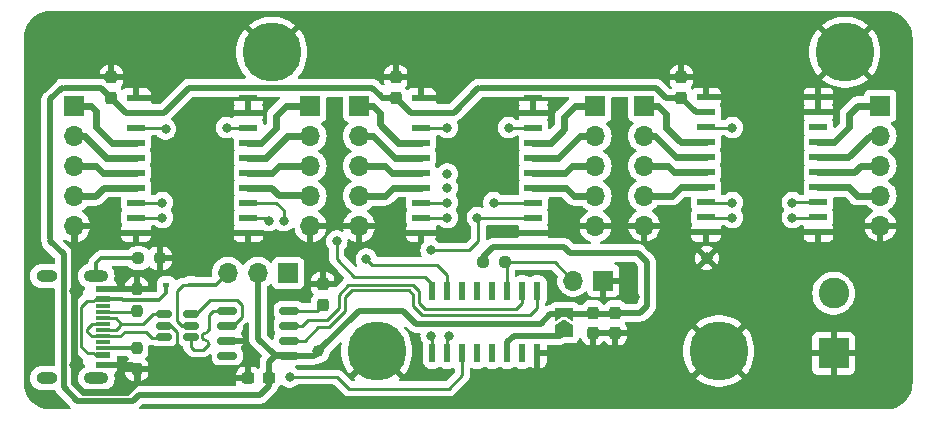
<source format=gbr>
%TF.GenerationSoftware,KiCad,Pcbnew,7.0.7-7.0.7~ubuntu22.04.1*%
%TF.CreationDate,2024-01-12T16:25:32+05:30*%
%TF.ProjectId,24-ch-relay-driver-kicad,32342d63-682d-4726-956c-61792d647269,1.1.0*%
%TF.SameCoordinates,Original*%
%TF.FileFunction,Copper,L1,Top*%
%TF.FilePolarity,Positive*%
%FSLAX46Y46*%
G04 Gerber Fmt 4.6, Leading zero omitted, Abs format (unit mm)*
G04 Created by KiCad (PCBNEW 7.0.7-7.0.7~ubuntu22.04.1) date 2024-01-12 16:25:32*
%MOMM*%
%LPD*%
G01*
G04 APERTURE LIST*
G04 Aperture macros list*
%AMRoundRect*
0 Rectangle with rounded corners*
0 $1 Rounding radius*
0 $2 $3 $4 $5 $6 $7 $8 $9 X,Y pos of 4 corners*
0 Add a 4 corners polygon primitive as box body*
4,1,4,$2,$3,$4,$5,$6,$7,$8,$9,$2,$3,0*
0 Add four circle primitives for the rounded corners*
1,1,$1+$1,$2,$3*
1,1,$1+$1,$4,$5*
1,1,$1+$1,$6,$7*
1,1,$1+$1,$8,$9*
0 Add four rect primitives between the rounded corners*
20,1,$1+$1,$2,$3,$4,$5,0*
20,1,$1+$1,$4,$5,$6,$7,0*
20,1,$1+$1,$6,$7,$8,$9,0*
20,1,$1+$1,$8,$9,$2,$3,0*%
%AMFreePoly0*
4,1,6,1.000000,0.000000,0.500000,-0.750000,-0.500000,-0.750000,-0.500000,0.750000,0.500000,0.750000,1.000000,0.000000,1.000000,0.000000,$1*%
%AMFreePoly1*
4,1,6,0.500000,-0.750000,-0.650000,-0.750000,-0.150000,0.000000,-0.650000,0.750000,0.500000,0.750000,0.500000,-0.750000,0.500000,-0.750000,$1*%
G04 Aperture macros list end*
%TA.AperFunction,SMDPad,CuDef*%
%ADD10RoundRect,0.237500X0.237500X-0.300000X0.237500X0.300000X-0.237500X0.300000X-0.237500X-0.300000X0*%
%TD*%
%TA.AperFunction,ComponentPad*%
%ADD11C,5.000000*%
%TD*%
%TA.AperFunction,SMDPad,CuDef*%
%ADD12RoundRect,0.237500X-0.237500X0.250000X-0.237500X-0.250000X0.237500X-0.250000X0.237500X0.250000X0*%
%TD*%
%TA.AperFunction,ComponentPad*%
%ADD13R,1.700000X1.700000*%
%TD*%
%TA.AperFunction,ComponentPad*%
%ADD14O,1.700000X1.700000*%
%TD*%
%TA.AperFunction,SMDPad,CuDef*%
%ADD15RoundRect,0.150000X-0.675000X-0.150000X0.675000X-0.150000X0.675000X0.150000X-0.675000X0.150000X0*%
%TD*%
%TA.AperFunction,SMDPad,CuDef*%
%ADD16R,1.500000X0.600000*%
%TD*%
%TA.AperFunction,SMDPad,CuDef*%
%ADD17RoundRect,0.237500X0.300000X0.237500X-0.300000X0.237500X-0.300000X-0.237500X0.300000X-0.237500X0*%
%TD*%
%TA.AperFunction,SMDPad,CuDef*%
%ADD18R,0.600000X0.450000*%
%TD*%
%TA.AperFunction,SMDPad,CuDef*%
%ADD19RoundRect,0.150000X-0.512500X-0.150000X0.512500X-0.150000X0.512500X0.150000X-0.512500X0.150000X0*%
%TD*%
%TA.AperFunction,SMDPad,CuDef*%
%ADD20RoundRect,0.137500X0.137500X-0.662500X0.137500X0.662500X-0.137500X0.662500X-0.137500X-0.662500X0*%
%TD*%
%TA.AperFunction,SMDPad,CuDef*%
%ADD21RoundRect,0.237500X0.250000X0.237500X-0.250000X0.237500X-0.250000X-0.237500X0.250000X-0.237500X0*%
%TD*%
%TA.AperFunction,SMDPad,CuDef*%
%ADD22C,1.000000*%
%TD*%
%TA.AperFunction,SMDPad,CuDef*%
%ADD23RoundRect,0.237500X-0.237500X0.300000X-0.237500X-0.300000X0.237500X-0.300000X0.237500X0.300000X0*%
%TD*%
%TA.AperFunction,ComponentPad*%
%ADD24R,2.600000X2.600000*%
%TD*%
%TA.AperFunction,ComponentPad*%
%ADD25C,2.600000*%
%TD*%
%TA.AperFunction,SMDPad,CuDef*%
%ADD26RoundRect,0.237500X0.237500X-0.250000X0.237500X0.250000X-0.237500X0.250000X-0.237500X-0.250000X0*%
%TD*%
%TA.AperFunction,SMDPad,CuDef*%
%ADD27FreePoly0,90.000000*%
%TD*%
%TA.AperFunction,SMDPad,CuDef*%
%ADD28FreePoly1,90.000000*%
%TD*%
%TA.AperFunction,SMDPad,CuDef*%
%ADD29RoundRect,0.237500X-0.250000X-0.237500X0.250000X-0.237500X0.250000X0.237500X-0.250000X0.237500X0*%
%TD*%
%TA.AperFunction,SMDPad,CuDef*%
%ADD30R,1.240000X0.600000*%
%TD*%
%TA.AperFunction,SMDPad,CuDef*%
%ADD31R,1.240000X0.300000*%
%TD*%
%TA.AperFunction,ComponentPad*%
%ADD32O,2.100000X1.000000*%
%TD*%
%TA.AperFunction,ComponentPad*%
%ADD33O,1.800000X1.000000*%
%TD*%
%TA.AperFunction,ViaPad*%
%ADD34C,0.800000*%
%TD*%
%TA.AperFunction,Conductor*%
%ADD35C,0.500000*%
%TD*%
%TA.AperFunction,Conductor*%
%ADD36C,0.300000*%
%TD*%
%TA.AperFunction,Conductor*%
%ADD37C,0.250000*%
%TD*%
%TA.AperFunction,Conductor*%
%ADD38C,0.600000*%
%TD*%
G04 APERTURE END LIST*
D10*
%TO.P,C204,1*%
%TO.N,Net-(U202-V3)*%
X139319000Y-94869000D03*
%TO.P,C204,2*%
%TO.N,GND*%
X139319000Y-93144000D03*
%TD*%
%TO.P,C303,1*%
%TO.N,+5V*%
X169672000Y-77362500D03*
%TO.P,C303,2*%
%TO.N,GND*%
X169672000Y-75637500D03*
%TD*%
D11*
%TO.P,H103,1,1*%
%TO.N,GND*%
X172847000Y-98800000D03*
%TD*%
D12*
%TO.P,R201,1*%
%TO.N,GND*%
X123571000Y-93552000D03*
%TO.P,R201,2*%
%TO.N,Net-(J201-CC1)*%
X123571000Y-95377000D03*
%TD*%
D13*
%TO.P,J302,1,Pin_1*%
%TO.N,/output-stage/RLY8*%
X142400000Y-78058000D03*
D14*
%TO.P,J302,2,Pin_2*%
%TO.N,/output-stage/RLY9*%
X142400000Y-80598000D03*
%TO.P,J302,3,Pin_3*%
%TO.N,/output-stage/RLY10*%
X142400000Y-83138000D03*
%TO.P,J302,4,Pin_4*%
%TO.N,/output-stage/RLY11*%
X142400000Y-85678000D03*
%TO.P,J302,5,Pin_5*%
%TO.N,GND*%
X142400000Y-88218000D03*
%TD*%
D15*
%TO.P,U202,1,UD+*%
%TO.N,USB-D+*%
X131233000Y-95377000D03*
%TO.P,U202,2,UD-*%
%TO.N,USB-D-*%
X131233000Y-96647000D03*
%TO.P,U202,3,GND*%
%TO.N,GND*%
X131233000Y-97917000D03*
%TO.P,U202,4,~{RTS}*%
%TO.N,unconnected-(U202-~{RTS}-Pad4)*%
X131233000Y-99187000D03*
%TO.P,U202,5,VCC*%
%TO.N,+5V*%
X136483000Y-99187000D03*
%TO.P,U202,6,TxD*%
%TO.N,Net-(U202-TxD)*%
X136483000Y-97917000D03*
%TO.P,U202,7,RxD*%
%TO.N,Net-(U202-RxD)*%
X136483000Y-96647000D03*
%TO.P,U202,8,V3*%
%TO.N,Net-(U202-V3)*%
X136483000Y-95377000D03*
%TD*%
D13*
%TO.P,J303,1,Pin_1*%
%TO.N,/output-stage/RLY16*%
X118270000Y-78058000D03*
D14*
%TO.P,J303,2,Pin_2*%
%TO.N,/output-stage/RLY17*%
X118270000Y-80598000D03*
%TO.P,J303,3,Pin_3*%
%TO.N,/output-stage/RLY18*%
X118270000Y-83138000D03*
%TO.P,J303,4,Pin_4*%
%TO.N,/output-stage/RLY19*%
X118270000Y-85678000D03*
%TO.P,J303,5,Pin_5*%
%TO.N,GND*%
X118270000Y-88218000D03*
%TD*%
D16*
%TO.P,U302,1,N/C*%
%TO.N,GND*%
X147650000Y-77343000D03*
%TO.P,U302,2,VCC*%
%TO.N,+5V*%
X147650000Y-78613000D03*
%TO.P,U302,3,SERIN*%
%TO.N,Net-(U301-SEROUT)*%
X147650000Y-79883000D03*
%TO.P,U302,4,DRAIN0*%
%TO.N,/output-stage/RLY8*%
X147650000Y-81153000D03*
%TO.P,U302,5,DRAIN1*%
%TO.N,/output-stage/RLY9*%
X147650000Y-82423000D03*
%TO.P,U302,6,DRAIN2*%
%TO.N,/output-stage/RLY10*%
X147650000Y-83693000D03*
%TO.P,U302,7,DRAIN3*%
%TO.N,/output-stage/RLY11*%
X147650000Y-84963000D03*
%TO.P,U302,8,~{SRCLR}*%
%TO.N,/output-stage/RESET*%
X147650000Y-86233000D03*
%TO.P,U302,9,~{G}*%
%TO.N,/output-stage/OUT-ENABLE*%
X147650000Y-87503000D03*
%TO.P,U302,10,GND*%
%TO.N,GND*%
X147650000Y-88773000D03*
%TO.P,U302,11,GND*%
X157150000Y-88773000D03*
%TO.P,U302,12,RCK*%
%TO.N,/output-stage/LATCH-CLK*%
X157150000Y-87503000D03*
%TO.P,U302,13,SRCK*%
%TO.N,/output-stage/SHIFT-CLK*%
X157150000Y-86233000D03*
%TO.P,U302,14,DRAIN4*%
%TO.N,/output-stage/RLY12*%
X157150000Y-84963000D03*
%TO.P,U302,15,DRAIN5*%
%TO.N,/output-stage/RLY13*%
X157150000Y-83693000D03*
%TO.P,U302,16,DRAIN6*%
%TO.N,/output-stage/RLY14*%
X157150000Y-82423000D03*
%TO.P,U302,17,DRAIN7*%
%TO.N,/output-stage/RLY15*%
X157150000Y-81153000D03*
%TO.P,U302,18,SEROUT*%
%TO.N,Net-(U302-SEROUT)*%
X157150000Y-79883000D03*
%TO.P,U302,19,GND*%
%TO.N,GND*%
X157150000Y-78613000D03*
%TO.P,U302,20,N/C*%
X157150000Y-77343000D03*
%TD*%
D17*
%TO.P,C201,1*%
%TO.N,+5V*%
X134720500Y-101092000D03*
%TO.P,C201,2*%
%TO.N,GND*%
X132995500Y-101092000D03*
%TD*%
D13*
%TO.P,J305,1,Pin_1*%
%TO.N,/output-stage/RLY15*%
X162400000Y-78058000D03*
D14*
%TO.P,J305,2,Pin_2*%
%TO.N,/output-stage/RLY14*%
X162400000Y-80598000D03*
%TO.P,J305,3,Pin_3*%
%TO.N,/output-stage/RLY13*%
X162400000Y-83138000D03*
%TO.P,J305,4,Pin_4*%
%TO.N,/output-stage/RLY12*%
X162400000Y-85678000D03*
%TO.P,J305,5,Pin_5*%
%TO.N,GND*%
X162400000Y-88218000D03*
%TD*%
D13*
%TO.P,J306,1,Pin_1*%
%TO.N,/output-stage/RLY23*%
X138270000Y-78058000D03*
D14*
%TO.P,J306,2,Pin_2*%
%TO.N,/output-stage/RLY22*%
X138270000Y-80598000D03*
%TO.P,J306,3,Pin_3*%
%TO.N,/output-stage/RLY21*%
X138270000Y-83138000D03*
%TO.P,J306,4,Pin_4*%
%TO.N,/output-stage/RLY20*%
X138270000Y-85678000D03*
%TO.P,J306,5,Pin_5*%
%TO.N,GND*%
X138270000Y-88218000D03*
%TD*%
D18*
%TO.P,D201,1,K*%
%TO.N,VBUS*%
X128183000Y-93218000D03*
%TO.P,D201,2,A*%
%TO.N,Net-(D201-A)*%
X126083000Y-93218000D03*
%TD*%
D19*
%TO.P,U201,1,I/O1*%
%TO.N,Net-(J201-D--PadA7)*%
X125862500Y-95697000D03*
%TO.P,U201,2,GND*%
%TO.N,GND*%
X125862500Y-96647000D03*
%TO.P,U201,3,I/O2*%
%TO.N,Net-(J201-D+-PadA6)*%
X125862500Y-97597000D03*
%TO.P,U201,4,I/O2*%
%TO.N,USB-D+*%
X128137500Y-97597000D03*
%TO.P,U201,5,VBUS*%
%TO.N,VBUS*%
X128137500Y-96647000D03*
%TO.P,U201,6,I/O1*%
%TO.N,USB-D-*%
X128137500Y-95697000D03*
%TD*%
D13*
%TO.P,J304,1,Pin_1*%
%TO.N,/output-stage/RLY7*%
X186530000Y-78033800D03*
D14*
%TO.P,J304,2,Pin_2*%
%TO.N,/output-stage/RLY6*%
X186530000Y-80573800D03*
%TO.P,J304,3,Pin_3*%
%TO.N,/output-stage/RLY5*%
X186530000Y-83113800D03*
%TO.P,J304,4,Pin_4*%
%TO.N,/output-stage/RLY4*%
X186530000Y-85653800D03*
%TO.P,J304,5,Pin_5*%
%TO.N,GND*%
X186530000Y-88193800D03*
%TD*%
D11*
%TO.P,H102,1,1*%
%TO.N,GND*%
X183515000Y-73500000D03*
%TD*%
%TO.P,H104,1,1*%
%TO.N,GND*%
X135000000Y-73500000D03*
%TD*%
D20*
%TO.P,U203,1,P1.2/CMPO/T0*%
%TO.N,/output-stage/LATCH-CLK*%
X148590000Y-99006000D03*
%TO.P,U203,2,P1.3*%
%TO.N,/output-stage/OUT-ENABLE*%
X149860000Y-99006000D03*
%TO.P,U203,3,P1.4/T0CLKO*%
%TO.N,/control-mod/SHIFT-DATA*%
X151130000Y-99006000D03*
%TO.P,U203,4,P1.5*%
%TO.N,unconnected-(U203-P1.5-Pad4)*%
X152400000Y-99006000D03*
%TO.P,U203,5,CMP-/MCLKO/RST/P5.4*%
%TO.N,unconnected-(U203-CMP-{slash}MCLKO{slash}RST{slash}P5.4-Pad5)*%
X153670000Y-99006000D03*
%TO.P,U203,6,VCC*%
%TO.N,Net-(JP201-A)*%
X154940000Y-99006000D03*
%TO.P,U203,7,CMP+/P5.5*%
%TO.N,unconnected-(U203-CMP+{slash}P5.5-Pad7)*%
X156210000Y-99006000D03*
%TO.P,U203,8,GND*%
%TO.N,GND*%
X157480000Y-99006000D03*
%TO.P,U203,9,RxD/~{INT4}/T2CLKO/P3.0*%
%TO.N,Net-(U202-TxD)*%
X157480000Y-93706000D03*
%TO.P,U203,10,TxD/T2/P3.1*%
%TO.N,Net-(U202-RxD)*%
X156210000Y-93706000D03*
%TO.P,U203,11,INT0/P3.2*%
%TO.N,Net-(JP202-B)*%
X154940000Y-93706000D03*
%TO.P,U203,12,INT1/P3.3*%
%TO.N,unconnected-(U203-INT1{slash}P3.3-Pad12)*%
X153670000Y-93706000D03*
%TO.P,U203,13,~{INT2}/RxD_2/P3.6*%
%TO.N,unconnected-(U203-~{INT2}{slash}RxD_2{slash}P3.6-Pad13)*%
X152400000Y-93706000D03*
%TO.P,U203,14,~{INT3}/TxD_2/P3.7*%
%TO.N,unconnected-(U203-~{INT3}{slash}TxD_2{slash}P3.7-Pad14)*%
X151130000Y-93706000D03*
%TO.P,U203,15,P1.0/RSTOUT_LOW*%
%TO.N,/output-stage/RESET*%
X149860000Y-93706000D03*
%TO.P,U203,16,P1.1*%
%TO.N,/output-stage/SHIFT-CLK*%
X148590000Y-93706000D03*
%TD*%
D21*
%TO.P,R203,1*%
%TO.N,GND*%
X125523000Y-90932000D03*
%TO.P,R203,2*%
%TO.N,Net-(J201-SHIELD)*%
X123698000Y-90932000D03*
%TD*%
D22*
%TO.P,TP202,1,1*%
%TO.N,GND*%
X171831000Y-90932000D03*
%TD*%
D23*
%TO.P,C202,1*%
%TO.N,+5V*%
X162179000Y-95544300D03*
%TO.P,C202,2*%
%TO.N,GND*%
X162179000Y-97269300D03*
%TD*%
D24*
%TO.P,J202,1,Pin_1*%
%TO.N,GND*%
X182575001Y-99000000D03*
D25*
%TO.P,J202,2,Pin_2*%
%TO.N,Net-(J202-Pin_2)*%
X182575001Y-93920000D03*
%TD*%
D26*
%TO.P,R202,1*%
%TO.N,GND*%
X123571000Y-100353500D03*
%TO.P,R202,2*%
%TO.N,Net-(J201-CC2)*%
X123571000Y-98528500D03*
%TD*%
D22*
%TO.P,TP201,1,1*%
%TO.N,+5V*%
X138938000Y-98806000D03*
%TD*%
D23*
%TO.P,C203,1*%
%TO.N,+5V*%
X164084000Y-95544300D03*
%TO.P,C203,2*%
%TO.N,GND*%
X164084000Y-97269300D03*
%TD*%
D27*
%TO.P,JP201,1,A*%
%TO.N,Net-(JP201-A)*%
X159766000Y-97118000D03*
D28*
%TO.P,JP201,2,B*%
%TO.N,+5V*%
X159766000Y-95668000D03*
%TD*%
D13*
%TO.P,J301,1,Pin_1*%
%TO.N,/output-stage/RLY0*%
X166530000Y-78033800D03*
D14*
%TO.P,J301,2,Pin_2*%
%TO.N,/output-stage/RLY1*%
X166530000Y-80573800D03*
%TO.P,J301,3,Pin_3*%
%TO.N,/output-stage/RLY2*%
X166530000Y-83113800D03*
%TO.P,J301,4,Pin_4*%
%TO.N,/output-stage/RLY3*%
X166530000Y-85653800D03*
%TO.P,J301,5,Pin_5*%
%TO.N,GND*%
X166530000Y-88193800D03*
%TD*%
D13*
%TO.P,JP202,1,A*%
%TO.N,GND*%
X163068000Y-92837000D03*
D14*
%TO.P,JP202,2,B*%
%TO.N,Net-(JP202-B)*%
X160528000Y-92837000D03*
%TD*%
D16*
%TO.P,U301,1,N/C*%
%TO.N,GND*%
X123520000Y-77343000D03*
%TO.P,U301,2,VCC*%
%TO.N,+5V*%
X123520000Y-78613000D03*
%TO.P,U301,3,SERIN*%
%TO.N,/control-mod/SHIFT-DATA*%
X123520000Y-79883000D03*
%TO.P,U301,4,DRAIN0*%
%TO.N,/output-stage/RLY16*%
X123520000Y-81153000D03*
%TO.P,U301,5,DRAIN1*%
%TO.N,/output-stage/RLY17*%
X123520000Y-82423000D03*
%TO.P,U301,6,DRAIN2*%
%TO.N,/output-stage/RLY18*%
X123520000Y-83693000D03*
%TO.P,U301,7,DRAIN3*%
%TO.N,/output-stage/RLY19*%
X123520000Y-84963000D03*
%TO.P,U301,8,~{SRCLR}*%
%TO.N,/output-stage/RESET*%
X123520000Y-86233000D03*
%TO.P,U301,9,~{G}*%
%TO.N,/output-stage/OUT-ENABLE*%
X123520000Y-87503000D03*
%TO.P,U301,10,GND*%
%TO.N,GND*%
X123520000Y-88773000D03*
%TO.P,U301,11,GND*%
X133020000Y-88773000D03*
%TO.P,U301,12,RCK*%
%TO.N,/output-stage/LATCH-CLK*%
X133020000Y-87503000D03*
%TO.P,U301,13,SRCK*%
%TO.N,/output-stage/SHIFT-CLK*%
X133020000Y-86233000D03*
%TO.P,U301,14,DRAIN4*%
%TO.N,/output-stage/RLY20*%
X133020000Y-84963000D03*
%TO.P,U301,15,DRAIN5*%
%TO.N,/output-stage/RLY21*%
X133020000Y-83693000D03*
%TO.P,U301,16,DRAIN6*%
%TO.N,/output-stage/RLY22*%
X133020000Y-82423000D03*
%TO.P,U301,17,DRAIN7*%
%TO.N,/output-stage/RLY23*%
X133020000Y-81153000D03*
%TO.P,U301,18,SEROUT*%
%TO.N,Net-(U301-SEROUT)*%
X133020000Y-79883000D03*
%TO.P,U301,19,GND*%
%TO.N,GND*%
X133020000Y-78613000D03*
%TO.P,U301,20,N/C*%
X133020000Y-77343000D03*
%TD*%
D29*
%TO.P,R204,1*%
%TO.N,+5V*%
X152884500Y-91276000D03*
%TO.P,R204,2*%
%TO.N,Net-(JP202-B)*%
X154709500Y-91276000D03*
%TD*%
D16*
%TO.P,U303,1,N/C*%
%TO.N,GND*%
X171780000Y-77318800D03*
%TO.P,U303,2,VCC*%
%TO.N,+5V*%
X171780000Y-78588800D03*
%TO.P,U303,3,SERIN*%
%TO.N,Net-(U302-SEROUT)*%
X171780000Y-79858800D03*
%TO.P,U303,4,DRAIN0*%
%TO.N,/output-stage/RLY0*%
X171780000Y-81128800D03*
%TO.P,U303,5,DRAIN1*%
%TO.N,/output-stage/RLY1*%
X171780000Y-82398800D03*
%TO.P,U303,6,DRAIN2*%
%TO.N,/output-stage/RLY2*%
X171780000Y-83668800D03*
%TO.P,U303,7,DRAIN3*%
%TO.N,/output-stage/RLY3*%
X171780000Y-84938800D03*
%TO.P,U303,8,~{SRCLR}*%
%TO.N,/output-stage/RESET*%
X171780000Y-86208800D03*
%TO.P,U303,9,~{G}*%
%TO.N,/output-stage/OUT-ENABLE*%
X171780000Y-87478800D03*
%TO.P,U303,10,GND*%
%TO.N,GND*%
X171780000Y-88748800D03*
%TO.P,U303,11,GND*%
X181280000Y-88748800D03*
%TO.P,U303,12,RCK*%
%TO.N,/output-stage/LATCH-CLK*%
X181280000Y-87478800D03*
%TO.P,U303,13,SRCK*%
%TO.N,/output-stage/SHIFT-CLK*%
X181280000Y-86208800D03*
%TO.P,U303,14,DRAIN4*%
%TO.N,/output-stage/RLY4*%
X181280000Y-84938800D03*
%TO.P,U303,15,DRAIN5*%
%TO.N,/output-stage/RLY5*%
X181280000Y-83668800D03*
%TO.P,U303,16,DRAIN6*%
%TO.N,/output-stage/RLY6*%
X181280000Y-82398800D03*
%TO.P,U303,17,DRAIN7*%
%TO.N,/output-stage/RLY7*%
X181280000Y-81128800D03*
%TO.P,U303,18,SEROUT*%
%TO.N,unconnected-(U303-SEROUT-Pad18)*%
X181280000Y-79858800D03*
%TO.P,U303,19,GND*%
%TO.N,GND*%
X181280000Y-78588800D03*
%TO.P,U303,20,N/C*%
X181280000Y-77318800D03*
%TD*%
D10*
%TO.P,C301,1*%
%TO.N,+5V*%
X121412000Y-77362500D03*
%TO.P,C301,2*%
%TO.N,GND*%
X121412000Y-75637500D03*
%TD*%
D13*
%TO.P,JP203,1,A*%
%TO.N,Net-(J202-Pin_2)*%
X136383000Y-92202000D03*
D14*
%TO.P,JP203,2,C*%
%TO.N,+5V*%
X133843000Y-92202000D03*
%TO.P,JP203,3,B*%
%TO.N,VBUS*%
X131303000Y-92202000D03*
%TD*%
D11*
%TO.P,H101,1,1*%
%TO.N,GND*%
X143891000Y-98800000D03*
%TD*%
D10*
%TO.P,C302,1*%
%TO.N,+5V*%
X145500000Y-77362500D03*
%TO.P,C302,2*%
%TO.N,GND*%
X145500000Y-75637500D03*
%TD*%
D30*
%TO.P,J201,A1,GND*%
%TO.N,GND*%
X120732000Y-93574000D03*
%TO.P,J201,A4,VBUS*%
%TO.N,Net-(D201-A)*%
X120732000Y-94374000D03*
D31*
%TO.P,J201,A5,CC1*%
%TO.N,Net-(J201-CC1)*%
X120732000Y-95524000D03*
%TO.P,J201,A6,D+*%
%TO.N,Net-(J201-D+-PadA6)*%
X120732000Y-96524000D03*
%TO.P,J201,A7,D-*%
%TO.N,Net-(J201-D--PadA7)*%
X120732000Y-97024000D03*
%TO.P,J201,A8,SBU1*%
%TO.N,unconnected-(J201-SBU1-PadA8)*%
X120732000Y-98024000D03*
D30*
%TO.P,J201,A9,VBUS*%
%TO.N,Net-(D201-A)*%
X120732000Y-99174000D03*
%TO.P,J201,A12,GND*%
%TO.N,GND*%
X120732000Y-99974000D03*
%TO.P,J201,B1,GND*%
X120732000Y-99974000D03*
%TO.P,J201,B4,VBUS*%
%TO.N,Net-(D201-A)*%
X120732000Y-99174000D03*
D31*
%TO.P,J201,B5,CC2*%
%TO.N,Net-(J201-CC2)*%
X120732000Y-98524000D03*
%TO.P,J201,B6,D+*%
%TO.N,Net-(J201-D+-PadA6)*%
X120732000Y-97524000D03*
%TO.P,J201,B7,D-*%
%TO.N,Net-(J201-D--PadA7)*%
X120732000Y-96024000D03*
%TO.P,J201,B8,SBU2*%
%TO.N,unconnected-(J201-SBU2-PadB8)*%
X120732000Y-95024000D03*
D30*
%TO.P,J201,B9,VBUS*%
%TO.N,Net-(D201-A)*%
X120732000Y-94374000D03*
%TO.P,J201,B12,GND*%
%TO.N,GND*%
X120732000Y-93574000D03*
D32*
%TO.P,J201,S1,SHIELD*%
%TO.N,Net-(J201-SHIELD)*%
X120132000Y-92454000D03*
D33*
X115932000Y-92454000D03*
D32*
X120132000Y-101094000D03*
D33*
X115932000Y-101094000D03*
%TD*%
D34*
%TO.N,GND*%
X164500000Y-102000000D03*
X140250000Y-87000000D03*
X183750000Y-89250000D03*
X123750000Y-71750000D03*
X174000000Y-89250000D03*
X174000000Y-82000000D03*
X127750000Y-82000000D03*
X186500000Y-98000000D03*
X131000000Y-87750000D03*
X164500000Y-71750000D03*
X183750000Y-91250000D03*
X178000000Y-91250000D03*
X141000000Y-71750000D03*
X153250000Y-80000000D03*
X129500000Y-89250000D03*
X127750000Y-80000000D03*
X186500000Y-95750000D03*
X178000000Y-78000000D03*
X164500000Y-82000000D03*
X129500000Y-83750000D03*
X164500000Y-73500000D03*
X188250000Y-84500000D03*
X115000000Y-87000000D03*
X151750000Y-80000000D03*
X176000000Y-91250000D03*
X175500000Y-87750000D03*
X131000000Y-85500000D03*
X157000000Y-73500000D03*
X150500000Y-76500000D03*
X147750000Y-71750000D03*
X127000000Y-99500000D03*
X155250000Y-82000000D03*
X153250000Y-78000000D03*
X131000000Y-89250000D03*
X178000000Y-82000000D03*
X126000000Y-82000000D03*
X186500000Y-100250000D03*
X176000000Y-89250000D03*
X164500000Y-84500000D03*
X150000000Y-82000000D03*
X129500000Y-80000000D03*
X171750000Y-73500000D03*
X123750000Y-73500000D03*
X153500000Y-82000000D03*
X188250000Y-82000000D03*
X179000000Y-83750000D03*
X140250000Y-84500000D03*
X155250000Y-83750000D03*
X164500000Y-87000000D03*
X129500000Y-82000000D03*
X129500000Y-87750000D03*
X178000000Y-89250000D03*
X127750000Y-83750000D03*
X118247000Y-100003000D03*
X115000000Y-84500000D03*
X140250000Y-82000000D03*
X141000000Y-73500000D03*
X178000000Y-95750000D03*
X131000000Y-82000000D03*
X157000000Y-71750000D03*
X164500000Y-79500000D03*
X178000000Y-98000000D03*
X165750000Y-94250000D03*
X131000000Y-83750000D03*
X186500000Y-93250000D03*
X157000000Y-102000000D03*
X188250000Y-79500000D03*
X115000000Y-82000000D03*
X147750000Y-73500000D03*
X151750000Y-82000000D03*
X127750000Y-85500000D03*
X171750000Y-71750000D03*
X133250000Y-99500000D03*
X115000000Y-79500000D03*
X188250000Y-87000000D03*
X174000000Y-91250000D03*
X118247000Y-93753000D03*
X178000000Y-100250000D03*
X126000000Y-83750000D03*
X125500000Y-76500000D03*
X140250000Y-79500000D03*
X176000000Y-80000000D03*
X176000000Y-78000000D03*
X176000000Y-82000000D03*
X178000000Y-80000000D03*
%TO.N,/output-stage/LATCH-CLK*%
X134747000Y-87757000D03*
X179070000Y-87503000D03*
X152400000Y-87503000D03*
X148487701Y-90275500D03*
X148500000Y-97500000D03*
X149860000Y-84963000D03*
%TO.N,/output-stage/OUT-ENABLE*%
X125730000Y-87503000D03*
X149860000Y-87503000D03*
X150000000Y-97500000D03*
X173990000Y-87503000D03*
%TO.N,/control-mod/SHIFT-DATA*%
X126000000Y-80000000D03*
X136500000Y-101000000D03*
%TO.N,/output-stage/RESET*%
X149860000Y-86233000D03*
X125730000Y-86233000D03*
X143000000Y-91000000D03*
X173990000Y-86233000D03*
%TO.N,/output-stage/SHIFT-CLK*%
X140500000Y-89500000D03*
X179070000Y-86233000D03*
X136017000Y-87757000D03*
X153797000Y-86233000D03*
X149860000Y-83820000D03*
%TO.N,Net-(U301-SEROUT)*%
X149860000Y-79883000D03*
X131191000Y-79883000D03*
%TO.N,Net-(U302-SEROUT)*%
X155067000Y-79883000D03*
X173990000Y-79883000D03*
%TD*%
D35*
%TO.N,+5V*%
X166750000Y-91250000D02*
X166750000Y-95000000D01*
X123520000Y-78613000D02*
X125887000Y-78613000D01*
D36*
X136387000Y-99091000D02*
X136483000Y-99187000D01*
D35*
X147250000Y-96500000D02*
X157754000Y-96500000D01*
X152884500Y-90865500D02*
X153750000Y-90000000D01*
D37*
X116250000Y-89500000D02*
X116250000Y-89250000D01*
D35*
X152750000Y-76500000D02*
X167500000Y-76500000D01*
X123250000Y-103000000D02*
X118500000Y-103000000D01*
D37*
X162179000Y-95544300D02*
X159889700Y-95544300D01*
D35*
X123520000Y-78613000D02*
X122662500Y-78613000D01*
X147650000Y-78613000D02*
X146750500Y-78613000D01*
X138557000Y-99187000D02*
X138938000Y-98806000D01*
X168362500Y-77362500D02*
X169672000Y-77362500D01*
X134720500Y-101092000D02*
X134720500Y-99721500D01*
X134720500Y-99721500D02*
X135255000Y-99187000D01*
X123750000Y-102500000D02*
X123250000Y-103000000D01*
D37*
X152500000Y-76500000D02*
X152750000Y-76500000D01*
X117250000Y-76500000D02*
X117500000Y-76500000D01*
X164084000Y-95544300D02*
X162179000Y-95544300D01*
D35*
X171780000Y-78588800D02*
X170898300Y-78588800D01*
X152884500Y-91276000D02*
X152884500Y-90865500D01*
X166000000Y-90500000D02*
X166750000Y-91250000D01*
X158586000Y-95668000D02*
X159766000Y-95668000D01*
X122662500Y-78613000D02*
X121412000Y-77362500D01*
X133843000Y-97775000D02*
X135159000Y-99091000D01*
X116250000Y-77500000D02*
X117250000Y-76500000D01*
X134720500Y-101779500D02*
X134000000Y-102500000D01*
X134720500Y-101092000D02*
X134720500Y-101779500D01*
X146127000Y-95377000D02*
X147250000Y-96500000D01*
X146750500Y-78613000D02*
X145500000Y-77362500D01*
X144362500Y-77362500D02*
X145500000Y-77362500D01*
X117500000Y-76500000D02*
X120549500Y-76500000D01*
X163960300Y-95668000D02*
X164084000Y-95544300D01*
D37*
X157861000Y-96393000D02*
X155067000Y-96393000D01*
D35*
X135255000Y-99187000D02*
X136483000Y-99187000D01*
X142367000Y-95377000D02*
X146127000Y-95377000D01*
D36*
X135159000Y-99091000D02*
X136387000Y-99091000D01*
D37*
X159889700Y-95544300D02*
X159766000Y-95668000D01*
D35*
X166750000Y-95000000D02*
X166205700Y-95544300D01*
X143500000Y-76500000D02*
X144250000Y-77250000D01*
X166205700Y-95544300D02*
X164084000Y-95544300D01*
X134000000Y-102500000D02*
X123750000Y-102500000D01*
X120549500Y-76500000D02*
X121412000Y-77362500D01*
X157754000Y-96500000D02*
X158586000Y-95668000D01*
X117375000Y-90625000D02*
X116250000Y-89500000D01*
X125887000Y-78613000D02*
X128000000Y-76500000D01*
X118500000Y-103000000D02*
X117375000Y-101875000D01*
X159766000Y-95668000D02*
X163960300Y-95668000D01*
D37*
X118000000Y-102500000D02*
X117375000Y-101875000D01*
D35*
X160250000Y-90500000D02*
X166000000Y-90500000D01*
D36*
X135159000Y-99091000D02*
X135255000Y-99187000D01*
D35*
X138938000Y-98806000D02*
X142367000Y-95377000D01*
X117375000Y-101875000D02*
X117375000Y-90625000D01*
D37*
X146050000Y-95377000D02*
X142367000Y-95377000D01*
D35*
X150387000Y-78613000D02*
X152500000Y-76500000D01*
X128000000Y-76500000D02*
X143500000Y-76500000D01*
D37*
X158586000Y-95668000D02*
X157861000Y-96393000D01*
D35*
X116250000Y-89250000D02*
X116250000Y-77500000D01*
X136483000Y-99187000D02*
X138557000Y-99187000D01*
X153750000Y-90000000D02*
X159750000Y-90000000D01*
D37*
X144250000Y-77250000D02*
X144362500Y-77362500D01*
D35*
X147650000Y-78613000D02*
X150387000Y-78613000D01*
X133843000Y-92202000D02*
X133843000Y-97775000D01*
X170898300Y-78588800D02*
X169672000Y-77362500D01*
X167500000Y-76500000D02*
X168362500Y-77362500D01*
X159750000Y-90000000D02*
X160250000Y-90500000D01*
%TO.N,GND*%
X182569000Y-98800000D02*
X182575000Y-98806000D01*
D37*
X162400000Y-88900000D02*
X162400000Y-88218000D01*
D35*
X162179000Y-97269300D02*
X164084000Y-97269300D01*
D38*
X118270000Y-88218000D02*
X118247000Y-88241000D01*
D35*
X120754000Y-93552000D02*
X120732000Y-93574000D01*
D38*
X166505800Y-88218000D02*
X166530000Y-88193800D01*
D37*
X125862500Y-96647000D02*
X126492000Y-96647000D01*
X169672000Y-75637500D02*
X169672000Y-75078000D01*
D38*
X118247000Y-100003000D02*
X118247000Y-101497000D01*
X118247000Y-88241000D02*
X118247000Y-93753000D01*
D37*
X127000000Y-97155000D02*
X127000000Y-99500000D01*
D38*
X123571000Y-100353500D02*
X123571000Y-101321000D01*
D35*
X171780000Y-90881000D02*
X171831000Y-90932000D01*
D37*
X169672000Y-75078000D02*
X169750000Y-75000000D01*
X145500000Y-75637500D02*
X145500000Y-75000000D01*
D35*
X123571000Y-93552000D02*
X120754000Y-93552000D01*
D38*
X118247000Y-101497000D02*
X119000000Y-102250000D01*
X122750000Y-102250000D02*
X123571000Y-101429000D01*
D35*
X123191500Y-99974000D02*
X123571000Y-100353500D01*
D38*
X119000000Y-102250000D02*
X122750000Y-102250000D01*
D37*
X169594000Y-75000000D02*
X169750000Y-75000000D01*
X126492000Y-96647000D02*
X127000000Y-97155000D01*
D38*
X118247000Y-93753000D02*
X118247000Y-100003000D01*
D37*
X123571000Y-101321000D02*
X123571000Y-101429000D01*
X145500000Y-75637500D02*
X145500000Y-74916000D01*
D35*
X120732000Y-99974000D02*
X123191500Y-99974000D01*
D37*
X127000000Y-99500000D02*
X127000000Y-99568000D01*
%TO.N,Net-(U202-V3)*%
X136483000Y-95377000D02*
X138811000Y-95377000D01*
X138811000Y-95377000D02*
X139319000Y-94869000D01*
%TO.N,VBUS*%
X127000000Y-93726000D02*
X127508000Y-93218000D01*
X128137500Y-96647000D02*
X127381000Y-96647000D01*
X127381000Y-96647000D02*
X127000000Y-96266000D01*
D36*
X128183000Y-93218000D02*
X130287000Y-93218000D01*
X130287000Y-93218000D02*
X131303000Y-92202000D01*
D37*
X127000000Y-96266000D02*
X127000000Y-93726000D01*
X127508000Y-93218000D02*
X128183000Y-93218000D01*
D36*
%TO.N,Net-(D201-A)*%
X126083000Y-93881000D02*
X125476000Y-94488000D01*
D37*
X119901950Y-94584001D02*
X119322050Y-94584001D01*
X119901950Y-98963999D02*
X120111951Y-99174000D01*
D36*
X125476000Y-94488000D02*
X122428000Y-94488000D01*
D37*
X119322050Y-94584001D02*
X118872000Y-95034051D01*
X120111951Y-94374000D02*
X119901950Y-94584001D01*
X118872000Y-95034051D02*
X118872000Y-98425000D01*
D36*
X122314000Y-94374000D02*
X122428000Y-94488000D01*
D37*
X120732000Y-94374000D02*
X120111951Y-94374000D01*
D36*
X126083000Y-93218000D02*
X126083000Y-93881000D01*
D37*
X119410999Y-98963999D02*
X119901950Y-98963999D01*
X120111951Y-99174000D02*
X120732000Y-99174000D01*
D36*
X120732000Y-94374000D02*
X122314000Y-94374000D01*
D37*
X118872000Y-98425000D02*
X119410999Y-98963999D01*
%TO.N,Net-(J201-CC1)*%
X123424000Y-95524000D02*
X123571000Y-95377000D01*
X120732000Y-95524000D02*
X123424000Y-95524000D01*
%TO.N,Net-(J201-D+-PadA6)*%
X119749000Y-97524000D02*
X120732000Y-97524000D01*
X119380000Y-96956000D02*
X119380000Y-97155000D01*
X122186000Y-97524000D02*
X122555000Y-97155000D01*
X124841000Y-97663000D02*
X125796500Y-97663000D01*
X122555000Y-97155000D02*
X124333000Y-97155000D01*
X125796500Y-97663000D02*
X125862500Y-97597000D01*
X124333000Y-97155000D02*
X124841000Y-97663000D01*
X119380000Y-97155000D02*
X119749000Y-97524000D01*
X120732000Y-97524000D02*
X122186000Y-97524000D01*
X119812000Y-96524000D02*
X119380000Y-96956000D01*
X120732000Y-96524000D02*
X119812000Y-96524000D01*
%TO.N,Net-(J201-D--PadA7)*%
X121805000Y-96024000D02*
X122174000Y-96393000D01*
X121797000Y-97024000D02*
X120732000Y-97024000D01*
X122174000Y-96520000D02*
X124079000Y-96520000D01*
X124902000Y-95697000D02*
X125862500Y-95697000D01*
X122174000Y-96520000D02*
X122174000Y-96647000D01*
X120732000Y-96024000D02*
X121805000Y-96024000D01*
X124079000Y-96520000D02*
X124902000Y-95697000D01*
X122174000Y-96393000D02*
X122174000Y-96520000D01*
X122174000Y-96647000D02*
X121797000Y-97024000D01*
D36*
%TO.N,Net-(J201-CC2)*%
X121480500Y-98528500D02*
X121476000Y-98524000D01*
X123571000Y-98528500D02*
X121480500Y-98528500D01*
D37*
X123566500Y-98524000D02*
X123571000Y-98528500D01*
D36*
X120732000Y-98524000D02*
X122976000Y-98524000D01*
D37*
X122976000Y-98524000D02*
X123566500Y-98524000D01*
D36*
%TO.N,Net-(J201-SHIELD)*%
X120132000Y-91368000D02*
X120132000Y-92454000D01*
X123698000Y-90932000D02*
X120568000Y-90932000D01*
X120568000Y-90932000D02*
X120132000Y-91368000D01*
D38*
%TO.N,/output-stage/RLY0*%
X169647800Y-81128800D02*
X168402000Y-79883000D01*
X171780000Y-81128800D02*
X169647800Y-81128800D01*
X168402000Y-79883000D02*
X168402000Y-78740000D01*
X167695800Y-78033800D02*
X166530000Y-78033800D01*
X168402000Y-78740000D02*
X167695800Y-78033800D01*
%TO.N,/output-stage/RLY1*%
X169251200Y-82398800D02*
X167426200Y-80573800D01*
X171780000Y-82398800D02*
X169251200Y-82398800D01*
X167426200Y-80573800D02*
X166530000Y-80573800D01*
%TO.N,/output-stage/RLY2*%
X168526200Y-83113800D02*
X166530000Y-83113800D01*
X171780000Y-83668800D02*
X169081200Y-83668800D01*
X169081200Y-83668800D02*
X168526200Y-83113800D01*
%TO.N,/output-stage/RLY3*%
X171780000Y-84938800D02*
X169618800Y-84938800D01*
X168903800Y-85653800D02*
X166530000Y-85653800D01*
X169618800Y-84938800D02*
X168903800Y-85653800D01*
%TO.N,/output-stage/RLY8*%
X144145000Y-78613000D02*
X143590000Y-78058000D01*
X147650000Y-81153000D02*
X145693000Y-81153000D01*
X145693000Y-81153000D02*
X144145000Y-79605000D01*
X143590000Y-78058000D02*
X142400000Y-78058000D01*
X144145000Y-79605000D02*
X144145000Y-78613000D01*
%TO.N,/output-stage/RLY9*%
X145415000Y-82423000D02*
X143590000Y-80598000D01*
X147650000Y-82423000D02*
X145415000Y-82423000D01*
X143590000Y-80598000D02*
X142400000Y-80598000D01*
%TO.N,/output-stage/RLY10*%
X147650000Y-83693000D02*
X145167000Y-83693000D01*
X145167000Y-83693000D02*
X144612000Y-83138000D01*
X144612000Y-83138000D02*
X142400000Y-83138000D01*
%TO.N,/output-stage/RLY11*%
X145287000Y-84963000D02*
X147650000Y-84963000D01*
X142400000Y-85678000D02*
X144572000Y-85678000D01*
X144572000Y-85678000D02*
X145287000Y-84963000D01*
%TO.N,/output-stage/RLY16*%
X120142000Y-79858000D02*
X120142000Y-78486000D01*
X120142000Y-78486000D02*
X119714000Y-78058000D01*
X121437000Y-81153000D02*
X120142000Y-79858000D01*
X119714000Y-78058000D02*
X118270000Y-78058000D01*
X123520000Y-81153000D02*
X121437000Y-81153000D01*
%TO.N,/output-stage/RLY17*%
X123520000Y-82423000D02*
X120977000Y-82423000D01*
X120977000Y-82423000D02*
X119152000Y-80598000D01*
X119152000Y-80598000D02*
X118270000Y-80598000D01*
%TO.N,/output-stage/RLY18*%
X120138000Y-83138000D02*
X118270000Y-83138000D01*
X123520000Y-83693000D02*
X120693000Y-83693000D01*
X120693000Y-83693000D02*
X120138000Y-83138000D01*
%TO.N,/output-stage/RLY19*%
X120072000Y-85678000D02*
X120787000Y-84963000D01*
X118270000Y-85678000D02*
X120072000Y-85678000D01*
X120787000Y-84963000D02*
X123520000Y-84963000D01*
%TO.N,/output-stage/RLY4*%
X181280000Y-84938800D02*
X183871800Y-84938800D01*
X183871800Y-84938800D02*
X184586800Y-85653800D01*
X184586800Y-85653800D02*
X186530000Y-85653800D01*
%TO.N,/output-stage/RLY5*%
X184886200Y-83113800D02*
X186530000Y-83113800D01*
X181280000Y-83668800D02*
X184331200Y-83668800D01*
X184331200Y-83668800D02*
X184886200Y-83113800D01*
%TO.N,/output-stage/RLY6*%
X183793200Y-82398800D02*
X181280000Y-82398800D01*
X186530000Y-80573800D02*
X185618200Y-80573800D01*
X185618200Y-80573800D02*
X183793200Y-82398800D01*
%TO.N,/output-stage/RLY7*%
X186530000Y-78033800D02*
X184602200Y-78033800D01*
X183896000Y-78740000D02*
X183896000Y-79854000D01*
X181280000Y-81128800D02*
X182621200Y-81128800D01*
X182621200Y-81128800D02*
X183896000Y-79854000D01*
X184602200Y-78033800D02*
X183896000Y-78740000D01*
%TO.N,/output-stage/RLY12*%
X160608000Y-85678000D02*
X162400000Y-85678000D01*
X157150000Y-84963000D02*
X159893000Y-84963000D01*
X159893000Y-84963000D02*
X160608000Y-85678000D01*
%TO.N,/output-stage/RLY13*%
X160388000Y-83138000D02*
X162400000Y-83138000D01*
X159833000Y-83693000D02*
X160388000Y-83138000D01*
X157150000Y-83693000D02*
X159833000Y-83693000D01*
%TO.N,/output-stage/RLY14*%
X159258000Y-82423000D02*
X161083000Y-80598000D01*
X157150000Y-82423000D02*
X159258000Y-82423000D01*
X161083000Y-80598000D02*
X162400000Y-80598000D01*
%TO.N,/output-stage/RLY15*%
X159766000Y-79984000D02*
X159766000Y-78984000D01*
X160692000Y-78058000D02*
X162400000Y-78058000D01*
X158597000Y-81153000D02*
X159766000Y-79984000D01*
X157150000Y-81153000D02*
X158597000Y-81153000D01*
X159766000Y-78984000D02*
X160692000Y-78058000D01*
%TO.N,/output-stage/RLY20*%
X138200000Y-85608000D02*
X138270000Y-85678000D01*
X135589000Y-85608000D02*
X138200000Y-85608000D01*
X133020000Y-84963000D02*
X134944000Y-84963000D01*
X134944000Y-84963000D02*
X135589000Y-85608000D01*
%TO.N,/output-stage/RLY21*%
X135057000Y-83693000D02*
X135612000Y-83138000D01*
X135612000Y-83138000D02*
X138270000Y-83138000D01*
X133020000Y-83693000D02*
X135057000Y-83693000D01*
%TO.N,/output-stage/RLY22*%
X133020000Y-82423000D02*
X134493000Y-82423000D01*
X134493000Y-82423000D02*
X136318000Y-80598000D01*
X136318000Y-80598000D02*
X138270000Y-80598000D01*
%TO.N,/output-stage/RLY23*%
X134111000Y-81153000D02*
X135382000Y-79882000D01*
X133020000Y-81153000D02*
X134111000Y-81153000D01*
X135382000Y-78867000D02*
X136191000Y-78058000D01*
X135382000Y-79882000D02*
X135382000Y-78867000D01*
X136191000Y-78058000D02*
X138270000Y-78058000D01*
D35*
%TO.N,Net-(JP201-A)*%
X154940000Y-98060000D02*
X155500000Y-97500000D01*
X155500000Y-97500000D02*
X159384000Y-97500000D01*
X159384000Y-97500000D02*
X159766000Y-97118000D01*
X154940000Y-99006000D02*
X154940000Y-98060000D01*
D37*
%TO.N,Net-(JP202-B)*%
X154940000Y-91506500D02*
X154709500Y-91276000D01*
X158459000Y-91276000D02*
X158967000Y-91276000D01*
X158967000Y-91276000D02*
X160528000Y-92837000D01*
X154940000Y-93706000D02*
X154940000Y-91506500D01*
X154709500Y-91276000D02*
X158459000Y-91276000D01*
%TO.N,USB-D+*%
X128137500Y-97597000D02*
X128137500Y-98419500D01*
X131121000Y-95377000D02*
X131171000Y-95377000D01*
X131171000Y-95377000D02*
X131233000Y-95377000D01*
X130048000Y-95377000D02*
X131233000Y-95377000D01*
X129384093Y-97288094D02*
X129384094Y-97288094D01*
X129667000Y-96971000D02*
X129667000Y-95758000D01*
X129667000Y-95758000D02*
X130048000Y-95377000D01*
X129384094Y-97888094D02*
X129384093Y-97888094D01*
X128397000Y-98679000D02*
X129159000Y-98679000D01*
X129159000Y-98679000D02*
X129667000Y-98171000D01*
X129667000Y-97005188D02*
X129667000Y-96971000D01*
X128137500Y-98419500D02*
X128397000Y-98679000D01*
X129101187Y-97605188D02*
X129101187Y-97571000D01*
X129667006Y-98171000D02*
G75*
G03*
X129384094Y-97888094I-282906J0D01*
G01*
X129384094Y-97288100D02*
G75*
G03*
X129667000Y-97005188I6J282900D01*
G01*
X129101206Y-97605188D02*
G75*
G03*
X129384093Y-97888094I282894J-12D01*
G01*
X129384093Y-97288087D02*
G75*
G03*
X129101187Y-97571000I7J-282913D01*
G01*
%TO.N,USB-D-*%
X132080000Y-94488000D02*
X132461000Y-94869000D01*
X129794000Y-94488000D02*
X132080000Y-94488000D01*
X128585000Y-95697000D02*
X129794000Y-94488000D01*
X132461000Y-95885000D02*
X131699000Y-96647000D01*
X128137500Y-95697000D02*
X128585000Y-95697000D01*
X131699000Y-96647000D02*
X131233000Y-96647000D01*
X132461000Y-94869000D02*
X132461000Y-95885000D01*
%TO.N,Net-(U202-TxD)*%
X139827698Y-96773302D02*
X141229500Y-95371500D01*
X141229500Y-95371500D02*
X141229500Y-94228500D01*
X138937302Y-96774698D02*
X137795000Y-97917000D01*
X146627000Y-93668000D02*
X146997000Y-94038000D01*
X141790000Y-93668000D02*
X146627000Y-93668000D01*
X156845000Y-95758000D02*
X157480000Y-95123000D01*
X139827698Y-96774698D02*
X138937302Y-96774698D01*
X146997000Y-94996000D02*
X147759000Y-95758000D01*
X136483000Y-97917000D02*
X137795000Y-97917000D01*
X157480000Y-95123000D02*
X157480000Y-93706000D01*
X141229500Y-94228500D02*
X141790000Y-93668000D01*
X146997000Y-94038000D02*
X146997000Y-94996000D01*
X147759000Y-95758000D02*
X156845000Y-95758000D01*
X139827698Y-96774698D02*
X139827698Y-96773302D01*
%TO.N,Net-(U202-RxD)*%
X147447000Y-93726000D02*
X146939000Y-93218000D01*
X140652500Y-94043500D02*
X140652500Y-95186500D01*
X147447000Y-94742000D02*
X147447000Y-93726000D01*
X139700000Y-96139000D02*
X138049000Y-96139000D01*
X155702000Y-95250000D02*
X147955000Y-95250000D01*
X156210000Y-93706000D02*
X156210000Y-94742000D01*
X147955000Y-95250000D02*
X147447000Y-94742000D01*
X137541000Y-96647000D02*
X136483000Y-96647000D01*
X156210000Y-94742000D02*
X155702000Y-95250000D01*
X141478000Y-93218000D02*
X140652500Y-94043500D01*
X140652500Y-95186500D02*
X139700000Y-96139000D01*
X146939000Y-93218000D02*
X141478000Y-93218000D01*
X138049000Y-96139000D02*
X137541000Y-96647000D01*
%TO.N,/output-stage/LATCH-CLK*%
X152500000Y-89500000D02*
X152500000Y-87603000D01*
X148487701Y-90275500D02*
X151724500Y-90275500D01*
X181255800Y-87503000D02*
X181280000Y-87478800D01*
X157150000Y-87503000D02*
X152400000Y-87503000D01*
X179070000Y-87503000D02*
X181255800Y-87503000D01*
X148590000Y-97590000D02*
X148500000Y-97500000D01*
X148590000Y-99006000D02*
X148590000Y-97590000D01*
X151724500Y-90275500D02*
X152500000Y-89500000D01*
X152500000Y-87603000D02*
X152400000Y-87503000D01*
X133020000Y-87503000D02*
X134493000Y-87503000D01*
X134493000Y-87503000D02*
X134747000Y-87757000D01*
%TO.N,/output-stage/OUT-ENABLE*%
X149860000Y-97640000D02*
X150000000Y-97500000D01*
X149860000Y-99006000D02*
X149860000Y-97640000D01*
X147650000Y-87503000D02*
X149860000Y-87503000D01*
X171804200Y-87503000D02*
X171780000Y-87478800D01*
X123520000Y-87503000D02*
X125730000Y-87503000D01*
X173990000Y-87503000D02*
X171804200Y-87503000D01*
%TO.N,/control-mod/SHIFT-DATA*%
X141500000Y-102000000D02*
X140500000Y-101000000D01*
X126000000Y-80000000D02*
X125883000Y-79883000D01*
X151130000Y-100870000D02*
X150000000Y-102000000D01*
X151130000Y-99006000D02*
X151130000Y-100870000D01*
X140500000Y-101000000D02*
X136500000Y-101000000D01*
X125883000Y-79883000D02*
X123520000Y-79883000D01*
X150000000Y-102000000D02*
X141500000Y-102000000D01*
%TO.N,/output-stage/RESET*%
X123520000Y-86233000D02*
X125730000Y-86233000D01*
X143500000Y-91500000D02*
X149000000Y-91500000D01*
X173990000Y-86233000D02*
X171804200Y-86233000D01*
X147650000Y-86233000D02*
X149860000Y-86233000D01*
X149000000Y-91500000D02*
X149860000Y-92360000D01*
X143000000Y-91000000D02*
X143500000Y-91500000D01*
X149860000Y-92360000D02*
X149860000Y-93706000D01*
X171804200Y-86233000D02*
X171780000Y-86208800D01*
%TO.N,/output-stage/SHIFT-CLK*%
X136017000Y-86868000D02*
X136017000Y-87757000D01*
X157150000Y-86233000D02*
X153797000Y-86233000D01*
X135382000Y-86233000D02*
X136017000Y-86868000D01*
X148590000Y-93706000D02*
X148590000Y-93090000D01*
X181280000Y-86208800D02*
X179094200Y-86208800D01*
X148000000Y-92500000D02*
X142000000Y-92500000D01*
X148590000Y-93090000D02*
X148000000Y-92500000D01*
X140500000Y-91000000D02*
X140500000Y-89500000D01*
X142000000Y-92500000D02*
X140500000Y-91000000D01*
X133020000Y-86233000D02*
X135382000Y-86233000D01*
X179094200Y-86208800D02*
X179070000Y-86233000D01*
%TO.N,Net-(U301-SEROUT)*%
X133020000Y-79883000D02*
X131191000Y-79883000D01*
X149860000Y-79883000D02*
X147650000Y-79883000D01*
%TO.N,Net-(U302-SEROUT)*%
X171804200Y-79883000D02*
X171780000Y-79858800D01*
X173990000Y-79883000D02*
X171804200Y-79883000D01*
X157150000Y-79883000D02*
X155067000Y-79883000D01*
%TD*%
%TA.AperFunction,Conductor*%
%TO.N,GND*%
G36*
X187001899Y-70000614D02*
G01*
X187099023Y-70006489D01*
X187274922Y-70018019D01*
X187282116Y-70018911D01*
X187407537Y-70041895D01*
X187553258Y-70070881D01*
X187559682Y-70072516D01*
X187686922Y-70112166D01*
X187822712Y-70158261D01*
X187828309Y-70160464D01*
X187936072Y-70208964D01*
X187952106Y-70216181D01*
X188079071Y-70278793D01*
X188083774Y-70281367D01*
X188199935Y-70351589D01*
X188202310Y-70353100D01*
X188318281Y-70430589D01*
X188322091Y-70433349D01*
X188429338Y-70517372D01*
X188431997Y-70519577D01*
X188477175Y-70559197D01*
X188536525Y-70611246D01*
X188539519Y-70614050D01*
X188635947Y-70710478D01*
X188638752Y-70713473D01*
X188730413Y-70817991D01*
X188732633Y-70820669D01*
X188787407Y-70890582D01*
X188816640Y-70927895D01*
X188819416Y-70931727D01*
X188892156Y-71040590D01*
X188896886Y-71047669D01*
X188898418Y-71050078D01*
X188968623Y-71166211D01*
X188971212Y-71170941D01*
X189033818Y-71297893D01*
X189089529Y-71421677D01*
X189091737Y-71427285D01*
X189137842Y-71563104D01*
X189177478Y-71690301D01*
X189179121Y-71696758D01*
X189208110Y-71842494D01*
X189231084Y-71967860D01*
X189231982Y-71975102D01*
X189243517Y-72151102D01*
X189249385Y-72248098D01*
X189249500Y-72251903D01*
X189249500Y-101498096D01*
X189249385Y-101501901D01*
X189243517Y-101598897D01*
X189231982Y-101774896D01*
X189231084Y-101782138D01*
X189208110Y-101907505D01*
X189179121Y-102053240D01*
X189177478Y-102059697D01*
X189137842Y-102186895D01*
X189091737Y-102322713D01*
X189089529Y-102328321D01*
X189033818Y-102452106D01*
X188971212Y-102579057D01*
X188968623Y-102583787D01*
X188898418Y-102699920D01*
X188896886Y-102702329D01*
X188819432Y-102818249D01*
X188816640Y-102822103D01*
X188732640Y-102929321D01*
X188730413Y-102932007D01*
X188638752Y-103036525D01*
X188635933Y-103039535D01*
X188539535Y-103135933D01*
X188536525Y-103138752D01*
X188432007Y-103230413D01*
X188429321Y-103232640D01*
X188322103Y-103316640D01*
X188318249Y-103319432D01*
X188202329Y-103396886D01*
X188199920Y-103398418D01*
X188083787Y-103468623D01*
X188079057Y-103471212D01*
X187952106Y-103533818D01*
X187828321Y-103589529D01*
X187822713Y-103591737D01*
X187686895Y-103637842D01*
X187559697Y-103677478D01*
X187553240Y-103679121D01*
X187407505Y-103708110D01*
X187282138Y-103731084D01*
X187274896Y-103731982D01*
X187098897Y-103743517D01*
X187006405Y-103749112D01*
X187001900Y-103749385D01*
X186998097Y-103749500D01*
X123877777Y-103749500D01*
X123809656Y-103729498D01*
X123763163Y-103675842D01*
X123753059Y-103605568D01*
X123782553Y-103540988D01*
X123786114Y-103537048D01*
X123789184Y-103533793D01*
X123794165Y-103528516D01*
X124027277Y-103295404D01*
X124089589Y-103261379D01*
X124116372Y-103258500D01*
X133935559Y-103258500D01*
X133953819Y-103259830D01*
X133958715Y-103260547D01*
X133977789Y-103263341D01*
X134011146Y-103260422D01*
X134030385Y-103258740D01*
X134035878Y-103258500D01*
X134044176Y-103258500D01*
X134044180Y-103258500D01*
X134070512Y-103255421D01*
X134077096Y-103254652D01*
X134083860Y-103254060D01*
X134154426Y-103247887D01*
X134154432Y-103247884D01*
X134161618Y-103246402D01*
X134161631Y-103246468D01*
X134168987Y-103244836D01*
X134168972Y-103244771D01*
X134176104Y-103243079D01*
X134176113Y-103243079D01*
X134249065Y-103216526D01*
X134322738Y-103192114D01*
X134322740Y-103192112D01*
X134329389Y-103189012D01*
X134329418Y-103189074D01*
X134336203Y-103185789D01*
X134336173Y-103185729D01*
X134342728Y-103182436D01*
X134342732Y-103182435D01*
X134407605Y-103139766D01*
X134473651Y-103099030D01*
X134473660Y-103099020D01*
X134479408Y-103094477D01*
X134479450Y-103094531D01*
X134485289Y-103089775D01*
X134485246Y-103089723D01*
X134490865Y-103085006D01*
X134490874Y-103085001D01*
X134544163Y-103028517D01*
X135211284Y-102361395D01*
X135225117Y-102349441D01*
X135244558Y-102334969D01*
X135278501Y-102294515D01*
X135282200Y-102290479D01*
X135288081Y-102284600D01*
X135298047Y-102271994D01*
X135308635Y-102258605D01*
X135342931Y-102217732D01*
X135358532Y-102199140D01*
X135358533Y-102199136D01*
X135358536Y-102199134D01*
X135362570Y-102193002D01*
X135362627Y-102193039D01*
X135366671Y-102186691D01*
X135366612Y-102186655D01*
X135370461Y-102180412D01*
X135370467Y-102180405D01*
X135403275Y-102110047D01*
X135438109Y-102040688D01*
X135438110Y-102040682D01*
X135440619Y-102033791D01*
X135440684Y-102033814D01*
X135443158Y-102026697D01*
X135443094Y-102026676D01*
X135445401Y-102019712D01*
X135445401Y-102019708D01*
X135445403Y-102019706D01*
X135453414Y-101980903D01*
X135486775Y-101918237D01*
X135487527Y-101917476D01*
X135609658Y-101795346D01*
X135677444Y-101685447D01*
X135730227Y-101637971D01*
X135800302Y-101626568D01*
X135865418Y-101654860D01*
X135878319Y-101667285D01*
X135882597Y-101672036D01*
X135888747Y-101678866D01*
X136043248Y-101791118D01*
X136217712Y-101868794D01*
X136404513Y-101908500D01*
X136595487Y-101908500D01*
X136782288Y-101868794D01*
X136956752Y-101791118D01*
X137111253Y-101678866D01*
X137114562Y-101675190D01*
X137175009Y-101637950D01*
X137208200Y-101633500D01*
X140185406Y-101633500D01*
X140253527Y-101653502D01*
X140274501Y-101670405D01*
X140992753Y-102388657D01*
X141002720Y-102401097D01*
X141002947Y-102400910D01*
X141007999Y-102407017D01*
X141008000Y-102407018D01*
X141059095Y-102454999D01*
X141080231Y-102476135D01*
X141085770Y-102480431D01*
X141090282Y-102484285D01*
X141111853Y-102504542D01*
X141124678Y-102516585D01*
X141124682Y-102516588D01*
X141142430Y-102526345D01*
X141158957Y-102537201D01*
X141174960Y-102549614D01*
X141218259Y-102568351D01*
X141223585Y-102570960D01*
X141264935Y-102593693D01*
X141264938Y-102593694D01*
X141264940Y-102593695D01*
X141284562Y-102598733D01*
X141303263Y-102605135D01*
X141315814Y-102610567D01*
X141321852Y-102613180D01*
X141321853Y-102613180D01*
X141321855Y-102613181D01*
X141368477Y-102620564D01*
X141374262Y-102621763D01*
X141419970Y-102633500D01*
X141440224Y-102633500D01*
X141459934Y-102635051D01*
X141462141Y-102635400D01*
X141479943Y-102638220D01*
X141514472Y-102634956D01*
X141526917Y-102633780D01*
X141532850Y-102633500D01*
X149916147Y-102633500D01*
X149931988Y-102635249D01*
X149932016Y-102634956D01*
X149939902Y-102635700D01*
X149939909Y-102635702D01*
X150009958Y-102633500D01*
X150039856Y-102633500D01*
X150046818Y-102632619D01*
X150052719Y-102632154D01*
X150099889Y-102630673D01*
X150119347Y-102625019D01*
X150138694Y-102621013D01*
X150158797Y-102618474D01*
X150202679Y-102601099D01*
X150208274Y-102599183D01*
X150236816Y-102590891D01*
X150253591Y-102586019D01*
X150253595Y-102586017D01*
X150271026Y-102575708D01*
X150288780Y-102567009D01*
X150307617Y-102559552D01*
X150345786Y-102531818D01*
X150350744Y-102528562D01*
X150391362Y-102504542D01*
X150405685Y-102490218D01*
X150420724Y-102477374D01*
X150437107Y-102465472D01*
X150467193Y-102429103D01*
X150471161Y-102424741D01*
X151518657Y-101377245D01*
X151531092Y-101367284D01*
X151530905Y-101367057D01*
X151537009Y-101362005D01*
X151537018Y-101362000D01*
X151584999Y-101310904D01*
X151606134Y-101289770D01*
X151610429Y-101284232D01*
X151614271Y-101279731D01*
X151646586Y-101245321D01*
X151656345Y-101227567D01*
X151667197Y-101211046D01*
X151679613Y-101195041D01*
X151698347Y-101151748D01*
X151700961Y-101146412D01*
X151723694Y-101105061D01*
X151723695Y-101105060D01*
X151728733Y-101085435D01*
X151735138Y-101066730D01*
X151743181Y-101048145D01*
X151750561Y-101001547D01*
X151751762Y-100995740D01*
X151763500Y-100950030D01*
X151763500Y-100929775D01*
X151765051Y-100910063D01*
X151768220Y-100890057D01*
X151765629Y-100862651D01*
X151763780Y-100843080D01*
X151763500Y-100837148D01*
X151763500Y-100344807D01*
X151783502Y-100276686D01*
X151837158Y-100230193D01*
X151907432Y-100220089D01*
X151953634Y-100236352D01*
X152003904Y-100266081D01*
X152160640Y-100311617D01*
X152182617Y-100313346D01*
X152197266Y-100314500D01*
X152197270Y-100314500D01*
X152602734Y-100314500D01*
X152616049Y-100313451D01*
X152639360Y-100311617D01*
X152796096Y-100266081D01*
X152936585Y-100182997D01*
X152945902Y-100173679D01*
X153008213Y-100139652D01*
X153079029Y-100144715D01*
X153124098Y-100173680D01*
X153133415Y-100182997D01*
X153273904Y-100266081D01*
X153430640Y-100311617D01*
X153452617Y-100313346D01*
X153467266Y-100314500D01*
X153467270Y-100314500D01*
X153872734Y-100314500D01*
X153886049Y-100313451D01*
X153909360Y-100311617D01*
X154066096Y-100266081D01*
X154206585Y-100182997D01*
X154215901Y-100173680D01*
X154278213Y-100139652D01*
X154349029Y-100144715D01*
X154394098Y-100173680D01*
X154403415Y-100182997D01*
X154543904Y-100266081D01*
X154700640Y-100311617D01*
X154722617Y-100313346D01*
X154737266Y-100314500D01*
X154737270Y-100314500D01*
X155142734Y-100314500D01*
X155156049Y-100313451D01*
X155179360Y-100311617D01*
X155336096Y-100266081D01*
X155476585Y-100182997D01*
X155485902Y-100173679D01*
X155548213Y-100139652D01*
X155619029Y-100144715D01*
X155664098Y-100173680D01*
X155673415Y-100182997D01*
X155813904Y-100266081D01*
X155970640Y-100311617D01*
X155992617Y-100313346D01*
X156007266Y-100314500D01*
X156007270Y-100314500D01*
X156412734Y-100314500D01*
X156426049Y-100313451D01*
X156449360Y-100311617D01*
X156606096Y-100266081D01*
X156746585Y-100182997D01*
X156756257Y-100173324D01*
X156818566Y-100139299D01*
X156889382Y-100144362D01*
X156934448Y-100173324D01*
X156943718Y-100182594D01*
X156943725Y-100182600D01*
X157084103Y-100265619D01*
X157225999Y-100306843D01*
X157226000Y-100306843D01*
X157226000Y-99260000D01*
X157734000Y-99260000D01*
X157734000Y-100306843D01*
X157875896Y-100265619D01*
X158016274Y-100182600D01*
X158016281Y-100182594D01*
X158131594Y-100067281D01*
X158131600Y-100067274D01*
X158214617Y-99926900D01*
X158260118Y-99770286D01*
X158260120Y-99770274D01*
X158263000Y-99733689D01*
X158263000Y-99260000D01*
X157734000Y-99260000D01*
X157226000Y-99260000D01*
X157226000Y-98878000D01*
X157246002Y-98809879D01*
X157257404Y-98799999D01*
X169833902Y-98799999D01*
X169854274Y-99149788D01*
X169854274Y-99149794D01*
X169915120Y-99494868D01*
X170015615Y-99830541D01*
X170015617Y-99830547D01*
X170154395Y-100152273D01*
X170154398Y-100152278D01*
X170329586Y-100455712D01*
X170329604Y-100455739D01*
X170538827Y-100736775D01*
X170538831Y-100736779D01*
X170544742Y-100743045D01*
X171698455Y-99589331D01*
X171760768Y-99555306D01*
X171831583Y-99560370D01*
X171886062Y-99599866D01*
X171893472Y-99609158D01*
X171937207Y-99664000D01*
X171939856Y-99667321D01*
X172051324Y-99764708D01*
X172089464Y-99824590D01*
X172089174Y-99895586D01*
X172057519Y-99948690D01*
X170907215Y-101098994D01*
X171047701Y-101216874D01*
X171340449Y-101409417D01*
X171653577Y-101566676D01*
X171653582Y-101566678D01*
X171982825Y-101686513D01*
X171982830Y-101686514D01*
X172323779Y-101767321D01*
X172323785Y-101767322D01*
X172671801Y-101808000D01*
X173022199Y-101808000D01*
X173370214Y-101767322D01*
X173370220Y-101767321D01*
X173711169Y-101686514D01*
X173711174Y-101686513D01*
X174040417Y-101566678D01*
X174040422Y-101566676D01*
X174353550Y-101409417D01*
X174646303Y-101216871D01*
X174786782Y-101098994D01*
X174786783Y-101098993D01*
X173638165Y-99950376D01*
X173604140Y-99888064D01*
X173609204Y-99817249D01*
X173651751Y-99760413D01*
X173653063Y-99759445D01*
X173672747Y-99745144D01*
X173674023Y-99743810D01*
X173747154Y-99667320D01*
X173817631Y-99593606D01*
X173879162Y-99558193D01*
X173950074Y-99561667D01*
X173997797Y-99591586D01*
X175149255Y-100743045D01*
X175149258Y-100743045D01*
X175155159Y-100736790D01*
X175155163Y-100736785D01*
X175364403Y-100455728D01*
X175364413Y-100455712D01*
X175426256Y-100348597D01*
X180767001Y-100348597D01*
X180773506Y-100409093D01*
X180824556Y-100545964D01*
X180824556Y-100545965D01*
X180912096Y-100662904D01*
X181029035Y-100750444D01*
X181165907Y-100801494D01*
X181226403Y-100807999D01*
X181226416Y-100808000D01*
X182321001Y-100808000D01*
X182321001Y-99768305D01*
X182341003Y-99700184D01*
X182394659Y-99653691D01*
X182464933Y-99643587D01*
X182478326Y-99646261D01*
X182492887Y-99650000D01*
X182492890Y-99650000D01*
X182615891Y-99650000D01*
X182615895Y-99650000D01*
X182687208Y-99640991D01*
X182757299Y-99652297D01*
X182810150Y-99699702D01*
X182829001Y-99765997D01*
X182829001Y-100808000D01*
X183923586Y-100808000D01*
X183923598Y-100807999D01*
X183984094Y-100801494D01*
X184120965Y-100750444D01*
X184120966Y-100750444D01*
X184237905Y-100662904D01*
X184325445Y-100545965D01*
X184325445Y-100545964D01*
X184376495Y-100409093D01*
X184383000Y-100348597D01*
X184383001Y-100348585D01*
X184383001Y-99254000D01*
X183340577Y-99254000D01*
X183272456Y-99233998D01*
X183225963Y-99180342D01*
X183215859Y-99110068D01*
X183216809Y-99104391D01*
X183228873Y-99041146D01*
X183228874Y-99041133D01*
X183218731Y-98879911D01*
X183234416Y-98810669D01*
X183285047Y-98760899D01*
X183344482Y-98746000D01*
X184383001Y-98746000D01*
X184383001Y-97651414D01*
X184383000Y-97651402D01*
X184376495Y-97590906D01*
X184325445Y-97454035D01*
X184325445Y-97454034D01*
X184237905Y-97337095D01*
X184120966Y-97249555D01*
X183984094Y-97198505D01*
X183923598Y-97192000D01*
X182829001Y-97192000D01*
X182829001Y-98231694D01*
X182808999Y-98299815D01*
X182755343Y-98346308D01*
X182685069Y-98356412D01*
X182671668Y-98353736D01*
X182657120Y-98350001D01*
X182657117Y-98350000D01*
X182657115Y-98350000D01*
X182534107Y-98350000D01*
X182534105Y-98350000D01*
X182462792Y-98359009D01*
X182392702Y-98347702D01*
X182339851Y-98300296D01*
X182321001Y-98234002D01*
X182321001Y-97192000D01*
X181226403Y-97192000D01*
X181165907Y-97198505D01*
X181029036Y-97249555D01*
X181029035Y-97249555D01*
X180912096Y-97337095D01*
X180824556Y-97454034D01*
X180824556Y-97454035D01*
X180773506Y-97590906D01*
X180767001Y-97651402D01*
X180767001Y-98746000D01*
X181809425Y-98746000D01*
X181877546Y-98766002D01*
X181924039Y-98819658D01*
X181934143Y-98889932D01*
X181933193Y-98895609D01*
X181921128Y-98958853D01*
X181921128Y-98958862D01*
X181931271Y-99120089D01*
X181915586Y-99189331D01*
X181864955Y-99239101D01*
X181805520Y-99254000D01*
X180767001Y-99254000D01*
X180767001Y-100348597D01*
X175426256Y-100348597D01*
X175539601Y-100152278D01*
X175539604Y-100152273D01*
X175678382Y-99830547D01*
X175678384Y-99830541D01*
X175778879Y-99494868D01*
X175839725Y-99149794D01*
X175839725Y-99149788D01*
X175860097Y-98799999D01*
X175839725Y-98450211D01*
X175839725Y-98450205D01*
X175778879Y-98105131D01*
X175678384Y-97769458D01*
X175678382Y-97769452D01*
X175539604Y-97447726D01*
X175539601Y-97447721D01*
X175364413Y-97144287D01*
X175364395Y-97144260D01*
X175155172Y-96863224D01*
X175155168Y-96863220D01*
X175149256Y-96856953D01*
X175149255Y-96856953D01*
X173995542Y-98010667D01*
X173933230Y-98044693D01*
X173862415Y-98039628D01*
X173807936Y-98000132D01*
X173773186Y-97956557D01*
X173754145Y-97932680D01*
X173754143Y-97932678D01*
X173642674Y-97835290D01*
X173604534Y-97775408D01*
X173604824Y-97704412D01*
X173636479Y-97651308D01*
X174786782Y-96501005D01*
X174646293Y-96383122D01*
X174353550Y-96190582D01*
X174040422Y-96033323D01*
X174040417Y-96033321D01*
X173711174Y-95913486D01*
X173711169Y-95913485D01*
X173370220Y-95832678D01*
X173370214Y-95832677D01*
X173022199Y-95792000D01*
X172671801Y-95792000D01*
X172323785Y-95832677D01*
X172323779Y-95832678D01*
X171982830Y-95913485D01*
X171982825Y-95913486D01*
X171653582Y-96033321D01*
X171653577Y-96033323D01*
X171340449Y-96190582D01*
X171047700Y-96383126D01*
X170907215Y-96501005D01*
X172055833Y-97649623D01*
X172089859Y-97711935D01*
X172084794Y-97782750D01*
X172042247Y-97839586D01*
X172040801Y-97840652D01*
X172021257Y-97854851D01*
X172021251Y-97854857D01*
X171876369Y-98006392D01*
X171814836Y-98041807D01*
X171743924Y-98038332D01*
X171696202Y-98008413D01*
X170544743Y-96856953D01*
X170544742Y-96856953D01*
X170538835Y-96863215D01*
X170538830Y-96863221D01*
X170329596Y-97144271D01*
X170329586Y-97144287D01*
X170154398Y-97447721D01*
X170154395Y-97447726D01*
X170015617Y-97769452D01*
X170015615Y-97769458D01*
X169915120Y-98105131D01*
X169854274Y-98450205D01*
X169854274Y-98450211D01*
X169833902Y-98799999D01*
X157257404Y-98799999D01*
X157299658Y-98763386D01*
X157352000Y-98752000D01*
X158263000Y-98752000D01*
X158263000Y-98384500D01*
X158283002Y-98316379D01*
X158336658Y-98269886D01*
X158389000Y-98258500D01*
X159319559Y-98258500D01*
X159337819Y-98259830D01*
X159340974Y-98260292D01*
X159361789Y-98263341D01*
X159397119Y-98260250D01*
X159414385Y-98258740D01*
X159419878Y-98258500D01*
X159428176Y-98258500D01*
X159428180Y-98258500D01*
X159454512Y-98255421D01*
X159461096Y-98254652D01*
X159467860Y-98254060D01*
X159538426Y-98247887D01*
X159538432Y-98247884D01*
X159545618Y-98246402D01*
X159545631Y-98246468D01*
X159552987Y-98244836D01*
X159552972Y-98244771D01*
X159560104Y-98243079D01*
X159560113Y-98243079D01*
X159633065Y-98216526D01*
X159633065Y-98216525D01*
X159706735Y-98192115D01*
X159706735Y-98192114D01*
X159706738Y-98192114D01*
X159706740Y-98192112D01*
X159713389Y-98189012D01*
X159713418Y-98189074D01*
X159720203Y-98185789D01*
X159720173Y-98185729D01*
X159726728Y-98182436D01*
X159726732Y-98182435D01*
X159770253Y-98153810D01*
X159772307Y-98152459D01*
X159840212Y-98131736D01*
X159841547Y-98131729D01*
X160515994Y-98131729D01*
X160516000Y-98131729D01*
X160589111Y-98126500D01*
X160729411Y-98085304D01*
X160852421Y-98006250D01*
X160948176Y-97895743D01*
X160998087Y-97786450D01*
X161044578Y-97732797D01*
X161112699Y-97712794D01*
X161180820Y-97732795D01*
X161227313Y-97786451D01*
X161232304Y-97799161D01*
X161261246Y-97886503D01*
X161352737Y-98034833D01*
X161352742Y-98034839D01*
X161475960Y-98158057D01*
X161475966Y-98158062D01*
X161624292Y-98249551D01*
X161789723Y-98304368D01*
X161789726Y-98304369D01*
X161891815Y-98314799D01*
X161891815Y-98314800D01*
X161925000Y-98314800D01*
X161925000Y-97523300D01*
X162433000Y-97523300D01*
X162433000Y-98314800D01*
X162466185Y-98314800D01*
X162466184Y-98314799D01*
X162568273Y-98304369D01*
X162568276Y-98304368D01*
X162733707Y-98249551D01*
X162882033Y-98158062D01*
X162882039Y-98158057D01*
X163005257Y-98034839D01*
X163005262Y-98034833D01*
X163024259Y-98004035D01*
X163077045Y-97956557D01*
X163147120Y-97945154D01*
X163212236Y-97973446D01*
X163238741Y-98004035D01*
X163257737Y-98034833D01*
X163257742Y-98034839D01*
X163380960Y-98158057D01*
X163380966Y-98158062D01*
X163529292Y-98249551D01*
X163694723Y-98304368D01*
X163694726Y-98304369D01*
X163796815Y-98314799D01*
X163796815Y-98314800D01*
X163830000Y-98314800D01*
X163830000Y-97523300D01*
X164338000Y-97523300D01*
X164338000Y-98314800D01*
X164371185Y-98314800D01*
X164371184Y-98314799D01*
X164473273Y-98304369D01*
X164473276Y-98304368D01*
X164638707Y-98249551D01*
X164787033Y-98158062D01*
X164787039Y-98158057D01*
X164910257Y-98034839D01*
X164910262Y-98034833D01*
X165001751Y-97886507D01*
X165056568Y-97721076D01*
X165056569Y-97721073D01*
X165066999Y-97618984D01*
X165067000Y-97618984D01*
X165067000Y-97523300D01*
X164338000Y-97523300D01*
X163830000Y-97523300D01*
X162433000Y-97523300D01*
X161925000Y-97523300D01*
X161925000Y-97141300D01*
X161945002Y-97073179D01*
X161998658Y-97026686D01*
X162051000Y-97015300D01*
X165067000Y-97015300D01*
X165067000Y-96919615D01*
X165056569Y-96817526D01*
X165056568Y-96817523D01*
X165001751Y-96652092D01*
X164906410Y-96497521D01*
X164908463Y-96496254D01*
X164886218Y-96441101D01*
X164899474Y-96371353D01*
X164948334Y-96319844D01*
X165011616Y-96302800D01*
X166141259Y-96302800D01*
X166159519Y-96304130D01*
X166164415Y-96304847D01*
X166183489Y-96307641D01*
X166216846Y-96304722D01*
X166236085Y-96303040D01*
X166241578Y-96302800D01*
X166249876Y-96302800D01*
X166249880Y-96302800D01*
X166276212Y-96299721D01*
X166282796Y-96298952D01*
X166289560Y-96298360D01*
X166360126Y-96292187D01*
X166360132Y-96292184D01*
X166367318Y-96290702D01*
X166367331Y-96290768D01*
X166374687Y-96289136D01*
X166374672Y-96289071D01*
X166381804Y-96287379D01*
X166381813Y-96287379D01*
X166454765Y-96260826D01*
X166528438Y-96236414D01*
X166528440Y-96236412D01*
X166535089Y-96233312D01*
X166535118Y-96233374D01*
X166541903Y-96230089D01*
X166541873Y-96230029D01*
X166548428Y-96226736D01*
X166548432Y-96226735D01*
X166613305Y-96184066D01*
X166679351Y-96143330D01*
X166679360Y-96143320D01*
X166685108Y-96138777D01*
X166685150Y-96138831D01*
X166690989Y-96134075D01*
X166690946Y-96134023D01*
X166696565Y-96129306D01*
X166696574Y-96129301D01*
X166749863Y-96072817D01*
X167240784Y-95581895D01*
X167254617Y-95569941D01*
X167274058Y-95555469D01*
X167308001Y-95515015D01*
X167311700Y-95510979D01*
X167317580Y-95505101D01*
X167338136Y-95479103D01*
X167388032Y-95419640D01*
X167388035Y-95419637D01*
X167392066Y-95413508D01*
X167392122Y-95413545D01*
X167396171Y-95407190D01*
X167396113Y-95407154D01*
X167399964Y-95400910D01*
X167399964Y-95400909D01*
X167399967Y-95400906D01*
X167432775Y-95330546D01*
X167467609Y-95261188D01*
X167467609Y-95261185D01*
X167470120Y-95254289D01*
X167470183Y-95254312D01*
X167472657Y-95247196D01*
X167472593Y-95247175D01*
X167474902Y-95240206D01*
X167490600Y-95164176D01*
X167493121Y-95153542D01*
X167508500Y-95088656D01*
X167508500Y-95088655D01*
X167509352Y-95081368D01*
X167509418Y-95081375D01*
X167510184Y-95073877D01*
X167510118Y-95073872D01*
X167510756Y-95066565D01*
X167510758Y-95066558D01*
X167508500Y-94988954D01*
X167508500Y-93920000D01*
X180761430Y-93920000D01*
X180781686Y-94190302D01*
X180842002Y-94454560D01*
X180842003Y-94454562D01*
X180941028Y-94706875D01*
X180941031Y-94706883D01*
X181076555Y-94941617D01*
X181076557Y-94941620D01*
X181076558Y-94941621D01*
X181101635Y-94973067D01*
X181245562Y-95153546D01*
X181361573Y-95261187D01*
X181444258Y-95337907D01*
X181444264Y-95337911D01*
X181668206Y-95490593D01*
X181668213Y-95490597D01*
X181668216Y-95490599D01*
X181802911Y-95555465D01*
X181912424Y-95608204D01*
X181912437Y-95608209D01*
X182171432Y-95688098D01*
X182171434Y-95688098D01*
X182171443Y-95688101D01*
X182439473Y-95728500D01*
X182439477Y-95728500D01*
X182710525Y-95728500D01*
X182710529Y-95728500D01*
X182978559Y-95688101D01*
X182978569Y-95688098D01*
X183237564Y-95608209D01*
X183237566Y-95608207D01*
X183237573Y-95608206D01*
X183237578Y-95608203D01*
X183237582Y-95608202D01*
X183481781Y-95490602D01*
X183481781Y-95490601D01*
X183481787Y-95490599D01*
X183705744Y-95337907D01*
X183869675Y-95185801D01*
X183904439Y-95153546D01*
X183904439Y-95153544D01*
X183904443Y-95153542D01*
X184073444Y-94941621D01*
X184172996Y-94769192D01*
X184208970Y-94706883D01*
X184208972Y-94706879D01*
X184308000Y-94454559D01*
X184368316Y-94190299D01*
X184388572Y-93920000D01*
X184368316Y-93649701D01*
X184308000Y-93385441D01*
X184208972Y-93133121D01*
X184208971Y-93133120D01*
X184208970Y-93133116D01*
X184073446Y-92898382D01*
X184068538Y-92892228D01*
X183904443Y-92686458D01*
X183904442Y-92686457D01*
X183904439Y-92686453D01*
X183744790Y-92538322D01*
X183705744Y-92502093D01*
X183690808Y-92491910D01*
X183556565Y-92400384D01*
X183481787Y-92349401D01*
X183481784Y-92349400D01*
X183481782Y-92349398D01*
X183481781Y-92349397D01*
X183237582Y-92231797D01*
X183237564Y-92231790D01*
X182978569Y-92151901D01*
X182978561Y-92151899D01*
X182978559Y-92151899D01*
X182710529Y-92111500D01*
X182439473Y-92111500D01*
X182171443Y-92151899D01*
X182171441Y-92151899D01*
X182171432Y-92151901D01*
X181912437Y-92231790D01*
X181912424Y-92231795D01*
X181668213Y-92349402D01*
X181668206Y-92349406D01*
X181444264Y-92502088D01*
X181444252Y-92502098D01*
X181245562Y-92686453D01*
X181076555Y-92898382D01*
X180941031Y-93133116D01*
X180941028Y-93133124D01*
X180842003Y-93385437D01*
X180842002Y-93385439D01*
X180781686Y-93649697D01*
X180761430Y-93920000D01*
X167508500Y-93920000D01*
X167508500Y-91801956D01*
X171320252Y-91801956D01*
X171443391Y-91867776D01*
X171633393Y-91925414D01*
X171633404Y-91925416D01*
X171830997Y-91944877D01*
X171831003Y-91944877D01*
X172028595Y-91925416D01*
X172028606Y-91925414D01*
X172218608Y-91867776D01*
X172218612Y-91867775D01*
X172341747Y-91801956D01*
X171831001Y-91291210D01*
X171831000Y-91291210D01*
X171320252Y-91801956D01*
X167508500Y-91801956D01*
X167508500Y-91314435D01*
X167509831Y-91296172D01*
X167512419Y-91278502D01*
X167513341Y-91272211D01*
X167509769Y-91231384D01*
X167508740Y-91219613D01*
X167508500Y-91214120D01*
X167508500Y-91205824D01*
X167508130Y-91202662D01*
X167504652Y-91172905D01*
X167497887Y-91095573D01*
X167497886Y-91095570D01*
X167497886Y-91095568D01*
X167496403Y-91088387D01*
X167496469Y-91088373D01*
X167494839Y-91081019D01*
X167494773Y-91081035D01*
X167493079Y-91073893D01*
X167493079Y-91073887D01*
X167466530Y-91000944D01*
X167443685Y-90932003D01*
X170818123Y-90932003D01*
X170837583Y-91129595D01*
X170837585Y-91129606D01*
X170895223Y-91319608D01*
X170961042Y-91442747D01*
X171471789Y-90932001D01*
X172190210Y-90932001D01*
X172700956Y-91442747D01*
X172766775Y-91319612D01*
X172766776Y-91319608D01*
X172824414Y-91129606D01*
X172824416Y-91129595D01*
X172843876Y-90932003D01*
X172843876Y-90931996D01*
X172824416Y-90734404D01*
X172824414Y-90734393D01*
X172766776Y-90544391D01*
X172700956Y-90421252D01*
X172190210Y-90931999D01*
X172190210Y-90932001D01*
X171471789Y-90932001D01*
X171471790Y-90932000D01*
X171471790Y-90931999D01*
X170961041Y-90421252D01*
X170895225Y-90544385D01*
X170895219Y-90544400D01*
X170837585Y-90734393D01*
X170837583Y-90734404D01*
X170818123Y-90931996D01*
X170818123Y-90932003D01*
X167443685Y-90932003D01*
X167442114Y-90927261D01*
X167442110Y-90927255D01*
X167439014Y-90920615D01*
X167439076Y-90920586D01*
X167435791Y-90913800D01*
X167435731Y-90913831D01*
X167432435Y-90907268D01*
X167389771Y-90842400D01*
X167349031Y-90776350D01*
X167344477Y-90770591D01*
X167344530Y-90770548D01*
X167339766Y-90764700D01*
X167339715Y-90764744D01*
X167334998Y-90759122D01*
X167278518Y-90705837D01*
X166948625Y-90375944D01*
X166634722Y-90062041D01*
X171320252Y-90062041D01*
X171831000Y-90572789D01*
X171831001Y-90572789D01*
X172341747Y-90062042D01*
X172218608Y-89996223D01*
X172028606Y-89938585D01*
X172028595Y-89938583D01*
X171831003Y-89919123D01*
X171830997Y-89919123D01*
X171633404Y-89938583D01*
X171633393Y-89938585D01*
X171443400Y-89996219D01*
X171443385Y-89996225D01*
X171320252Y-90062041D01*
X166634722Y-90062041D01*
X166581901Y-90009220D01*
X166569936Y-89995375D01*
X166555469Y-89975942D01*
X166552739Y-89973651D01*
X166515024Y-89942003D01*
X166510970Y-89938289D01*
X166505107Y-89932425D01*
X166488284Y-89919123D01*
X166479103Y-89911863D01*
X166419640Y-89861968D01*
X166419638Y-89861967D01*
X166419636Y-89861965D01*
X166413506Y-89857933D01*
X166413541Y-89857878D01*
X166407187Y-89853829D01*
X166407153Y-89853886D01*
X166400906Y-89850033D01*
X166330540Y-89817220D01*
X166261188Y-89782391D01*
X166261186Y-89782390D01*
X166261183Y-89782389D01*
X166254289Y-89779880D01*
X166254311Y-89779817D01*
X166247165Y-89777333D01*
X166247145Y-89777396D01*
X166246756Y-89777267D01*
X166246535Y-89777114D01*
X166238670Y-89774380D01*
X166233563Y-89771999D01*
X166234927Y-89769073D01*
X166188394Y-89736840D01*
X166178458Y-89712926D01*
X166166693Y-89725328D01*
X166097740Y-89742239D01*
X166088804Y-89741516D01*
X166081380Y-89740649D01*
X166081387Y-89740582D01*
X166073877Y-89739814D01*
X166073872Y-89739881D01*
X166066559Y-89739241D01*
X166066558Y-89739241D01*
X165988920Y-89741500D01*
X162899601Y-89741500D01*
X162831480Y-89721498D01*
X162784987Y-89667842D01*
X162774883Y-89597568D01*
X162804377Y-89532988D01*
X162858689Y-89496327D01*
X162947369Y-89465883D01*
X162947371Y-89465882D01*
X163145300Y-89358768D01*
X163145301Y-89358767D01*
X163322902Y-89220534D01*
X163475325Y-89054958D01*
X163598419Y-88866548D01*
X163688820Y-88660456D01*
X163688823Y-88660449D01*
X163736544Y-88472000D01*
X163014844Y-88472000D01*
X162946723Y-88451998D01*
X162900230Y-88398342D01*
X162890126Y-88328068D01*
X162893947Y-88310504D01*
X162898758Y-88294118D01*
X162900000Y-88289889D01*
X162900000Y-88146111D01*
X162897178Y-88136500D01*
X162893947Y-88125496D01*
X162893948Y-88054500D01*
X162932333Y-87994774D01*
X162996914Y-87965282D01*
X163014844Y-87964000D01*
X163736544Y-87964000D01*
X163736544Y-87963999D01*
X163688823Y-87775550D01*
X163688820Y-87775543D01*
X163598419Y-87569451D01*
X163475325Y-87381041D01*
X163322902Y-87215465D01*
X163145301Y-87077232D01*
X163145300Y-87077231D01*
X163111791Y-87059097D01*
X163061401Y-87009083D01*
X163046050Y-86939766D01*
X163070612Y-86873153D01*
X163111790Y-86837472D01*
X163145576Y-86819189D01*
X163323240Y-86680906D01*
X163475722Y-86515268D01*
X163598860Y-86326791D01*
X163689296Y-86120616D01*
X163744564Y-85902368D01*
X163763156Y-85678000D01*
X163744564Y-85453632D01*
X163744562Y-85453624D01*
X163689297Y-85235387D01*
X163689296Y-85235386D01*
X163689296Y-85235384D01*
X163598860Y-85029209D01*
X163555604Y-84963000D01*
X163475724Y-84840734D01*
X163475720Y-84840729D01*
X163323237Y-84675091D01*
X163215769Y-84591445D01*
X163145576Y-84536811D01*
X163112319Y-84518813D01*
X163061929Y-84468802D01*
X163046576Y-84399485D01*
X163071136Y-84332872D01*
X163112320Y-84297186D01*
X163115611Y-84295405D01*
X163145576Y-84279189D01*
X163323240Y-84140906D01*
X163475722Y-83975268D01*
X163598860Y-83786791D01*
X163689296Y-83580616D01*
X163744564Y-83362368D01*
X163763156Y-83138000D01*
X163744564Y-82913632D01*
X163702478Y-82747438D01*
X163689297Y-82695387D01*
X163689296Y-82695386D01*
X163689296Y-82695384D01*
X163598860Y-82489209D01*
X163583047Y-82465006D01*
X163475724Y-82300734D01*
X163475720Y-82300729D01*
X163339155Y-82152382D01*
X163323240Y-82135094D01*
X163323239Y-82135093D01*
X163323237Y-82135091D01*
X163214127Y-82050167D01*
X163145576Y-81996811D01*
X163112319Y-81978813D01*
X163061929Y-81928802D01*
X163046576Y-81859485D01*
X163071136Y-81792872D01*
X163112320Y-81757186D01*
X163112324Y-81757184D01*
X163145576Y-81739189D01*
X163323240Y-81600906D01*
X163475722Y-81435268D01*
X163598860Y-81246791D01*
X163689296Y-81040616D01*
X163744564Y-80822368D01*
X163763156Y-80598000D01*
X163744564Y-80373632D01*
X163731638Y-80322589D01*
X163689297Y-80155387D01*
X163689296Y-80155386D01*
X163689296Y-80155384D01*
X163598860Y-79949209D01*
X163572650Y-79909091D01*
X163475724Y-79760734D01*
X163475719Y-79760729D01*
X163464772Y-79748838D01*
X163332524Y-79605179D01*
X163301103Y-79541514D01*
X163309090Y-79470968D01*
X163353948Y-79415939D01*
X163381183Y-79401789D01*
X163496204Y-79358889D01*
X163516420Y-79343756D01*
X163613261Y-79271261D01*
X163700887Y-79154207D01*
X163700887Y-79154206D01*
X163700889Y-79154204D01*
X163751989Y-79017201D01*
X163752028Y-79016846D01*
X163758499Y-78956649D01*
X163758500Y-78956632D01*
X163758500Y-77384500D01*
X163778502Y-77316379D01*
X163832158Y-77269886D01*
X163884500Y-77258500D01*
X165045500Y-77258500D01*
X165113621Y-77278502D01*
X165160114Y-77332158D01*
X165171500Y-77384500D01*
X165171500Y-78932449D01*
X165178009Y-78992996D01*
X165178011Y-78993004D01*
X165229110Y-79130002D01*
X165229112Y-79130007D01*
X165316738Y-79247061D01*
X165433791Y-79334686D01*
X165433792Y-79334686D01*
X165433796Y-79334689D01*
X165548810Y-79377587D01*
X165605642Y-79420132D01*
X165630453Y-79486652D01*
X165615362Y-79556026D01*
X165597475Y-79580979D01*
X165454280Y-79736529D01*
X165454275Y-79736534D01*
X165331141Y-79925006D01*
X165240703Y-80131186D01*
X165240702Y-80131187D01*
X165185437Y-80349424D01*
X165185436Y-80349430D01*
X165185436Y-80349432D01*
X165179593Y-80419944D01*
X165168138Y-80558190D01*
X165166844Y-80573800D01*
X165184883Y-80791500D01*
X165185437Y-80798175D01*
X165240702Y-81016412D01*
X165240703Y-81016413D01*
X165240704Y-81016416D01*
X165251318Y-81040613D01*
X165331141Y-81222593D01*
X165454275Y-81411065D01*
X165454279Y-81411070D01*
X165525328Y-81488248D01*
X165593402Y-81562196D01*
X165606762Y-81576708D01*
X165621174Y-81587925D01*
X165784424Y-81714989D01*
X165817680Y-81732986D01*
X165868071Y-81783000D01*
X165883423Y-81852316D01*
X165858862Y-81918929D01*
X165817680Y-81954613D01*
X165784426Y-81972610D01*
X165784424Y-81972611D01*
X165606762Y-82110891D01*
X165454279Y-82276529D01*
X165454275Y-82276534D01*
X165331141Y-82465006D01*
X165240703Y-82671186D01*
X165240702Y-82671187D01*
X165185437Y-82889424D01*
X165185436Y-82889430D01*
X165185436Y-82889432D01*
X165166844Y-83113800D01*
X165184855Y-83331161D01*
X165185437Y-83338175D01*
X165240702Y-83556412D01*
X165240703Y-83556413D01*
X165240704Y-83556416D01*
X165251318Y-83580613D01*
X165331141Y-83762593D01*
X165454275Y-83951065D01*
X165454279Y-83951070D01*
X165525328Y-84028248D01*
X165593402Y-84102196D01*
X165606762Y-84116708D01*
X165637649Y-84140748D01*
X165784424Y-84254989D01*
X165817680Y-84272986D01*
X165868071Y-84323000D01*
X165883423Y-84392316D01*
X165858862Y-84458929D01*
X165817680Y-84494613D01*
X165784426Y-84512610D01*
X165784424Y-84512611D01*
X165606762Y-84650891D01*
X165454279Y-84816529D01*
X165454275Y-84816534D01*
X165331141Y-85005006D01*
X165240703Y-85211186D01*
X165240702Y-85211187D01*
X165185437Y-85429424D01*
X165185436Y-85429430D01*
X165185436Y-85429432D01*
X165166844Y-85653800D01*
X165184050Y-85861445D01*
X165185437Y-85878175D01*
X165240702Y-86096412D01*
X165240703Y-86096413D01*
X165240704Y-86096416D01*
X165300615Y-86233000D01*
X165331141Y-86302593D01*
X165454275Y-86491065D01*
X165454279Y-86491070D01*
X165549495Y-86594500D01*
X165593402Y-86642196D01*
X165606762Y-86656708D01*
X165637852Y-86680906D01*
X165784424Y-86794989D01*
X165818205Y-86813270D01*
X165868596Y-86863282D01*
X165883949Y-86932599D01*
X165859389Y-86999212D01*
X165818209Y-87034896D01*
X165784704Y-87053028D01*
X165784698Y-87053032D01*
X165607097Y-87191265D01*
X165454674Y-87356841D01*
X165331580Y-87545251D01*
X165241179Y-87751343D01*
X165241176Y-87751350D01*
X165193455Y-87939799D01*
X165193456Y-87939800D01*
X165915156Y-87939800D01*
X165983277Y-87959802D01*
X166029770Y-88013458D01*
X166039874Y-88083732D01*
X166036053Y-88101296D01*
X166030000Y-88121911D01*
X166030000Y-88265688D01*
X166036053Y-88286304D01*
X166036052Y-88357300D01*
X165997667Y-88417026D01*
X165933086Y-88446518D01*
X165915156Y-88447800D01*
X165193455Y-88447800D01*
X165241176Y-88636249D01*
X165241179Y-88636256D01*
X165331580Y-88842348D01*
X165454674Y-89030758D01*
X165607097Y-89196334D01*
X165784698Y-89334567D01*
X165784699Y-89334568D01*
X165982628Y-89441682D01*
X165982630Y-89441683D01*
X166144331Y-89497194D01*
X166202266Y-89538231D01*
X166211375Y-89560820D01*
X166222004Y-89549380D01*
X166263564Y-89538723D01*
X166276000Y-89528191D01*
X166276000Y-88807833D01*
X166296002Y-88739712D01*
X166349658Y-88693219D01*
X166419926Y-88683115D01*
X166494237Y-88693800D01*
X166565763Y-88693800D01*
X166640069Y-88683116D01*
X166710341Y-88693219D01*
X166763997Y-88739711D01*
X166784000Y-88807831D01*
X166784000Y-89528190D01*
X166864507Y-89514757D01*
X166864516Y-89514755D01*
X167077369Y-89441683D01*
X167077371Y-89441682D01*
X167275300Y-89334568D01*
X167275301Y-89334567D01*
X167452902Y-89196334D01*
X167605325Y-89030758D01*
X167623591Y-89002800D01*
X170522000Y-89002800D01*
X170522000Y-89097397D01*
X170528505Y-89157893D01*
X170579555Y-89294764D01*
X170579555Y-89294765D01*
X170667095Y-89411704D01*
X170784034Y-89499244D01*
X170920906Y-89550294D01*
X170981402Y-89556799D01*
X170981415Y-89556800D01*
X171526000Y-89556800D01*
X171526000Y-89002800D01*
X172034000Y-89002800D01*
X172034000Y-89556800D01*
X172578585Y-89556800D01*
X172578597Y-89556799D01*
X172639093Y-89550294D01*
X172775964Y-89499244D01*
X172775965Y-89499244D01*
X172892904Y-89411704D01*
X172980444Y-89294765D01*
X172980444Y-89294764D01*
X173031494Y-89157893D01*
X173037999Y-89097397D01*
X173038000Y-89097385D01*
X173038000Y-89002800D01*
X180022000Y-89002800D01*
X180022000Y-89097397D01*
X180028505Y-89157893D01*
X180079555Y-89294764D01*
X180079555Y-89294765D01*
X180167095Y-89411704D01*
X180284034Y-89499244D01*
X180420906Y-89550294D01*
X180481402Y-89556799D01*
X180481415Y-89556800D01*
X181026000Y-89556800D01*
X181026000Y-89002800D01*
X181534000Y-89002800D01*
X181534000Y-89556800D01*
X182078585Y-89556800D01*
X182078597Y-89556799D01*
X182139093Y-89550294D01*
X182275964Y-89499244D01*
X182275965Y-89499244D01*
X182392904Y-89411704D01*
X182480444Y-89294765D01*
X182480444Y-89294764D01*
X182531494Y-89157893D01*
X182537999Y-89097397D01*
X182538000Y-89097385D01*
X182538000Y-89002800D01*
X181534000Y-89002800D01*
X181026000Y-89002800D01*
X180022000Y-89002800D01*
X173038000Y-89002800D01*
X172034000Y-89002800D01*
X171526000Y-89002800D01*
X170522000Y-89002800D01*
X167623591Y-89002800D01*
X167728419Y-88842348D01*
X167818820Y-88636256D01*
X167818823Y-88636249D01*
X167866544Y-88447800D01*
X167144844Y-88447800D01*
X167076723Y-88427798D01*
X167030230Y-88374142D01*
X167020126Y-88303868D01*
X167023947Y-88286304D01*
X167030000Y-88265688D01*
X167030000Y-88121911D01*
X167023947Y-88101296D01*
X167023948Y-88030300D01*
X167062333Y-87970574D01*
X167126914Y-87941082D01*
X167144844Y-87939800D01*
X167866544Y-87939800D01*
X167866544Y-87939799D01*
X167818823Y-87751350D01*
X167818820Y-87751343D01*
X167728419Y-87545251D01*
X167605325Y-87356841D01*
X167452902Y-87191265D01*
X167275301Y-87053032D01*
X167275300Y-87053031D01*
X167241791Y-87034897D01*
X167191401Y-86984883D01*
X167176050Y-86915566D01*
X167200612Y-86848953D01*
X167241790Y-86813272D01*
X167275576Y-86794989D01*
X167453240Y-86656706D01*
X167594772Y-86502962D01*
X167655627Y-86466391D01*
X167687474Y-86462300D01*
X168994893Y-86462300D01*
X168994897Y-86462300D01*
X169036009Y-86452915D01*
X169042945Y-86451737D01*
X169084847Y-86447017D01*
X169124643Y-86433091D01*
X169131423Y-86431138D01*
X169172520Y-86421759D01*
X169210504Y-86403465D01*
X169217017Y-86400767D01*
X169256815Y-86386843D01*
X169292508Y-86364415D01*
X169298680Y-86361002D01*
X169336670Y-86342709D01*
X169369627Y-86316425D01*
X169375392Y-86312335D01*
X169390900Y-86302591D01*
X169411081Y-86289911D01*
X169539911Y-86161081D01*
X169599436Y-86101556D01*
X169599438Y-86101552D01*
X169916787Y-85784204D01*
X169979100Y-85750179D01*
X170005883Y-85747300D01*
X170395500Y-85747300D01*
X170463621Y-85767302D01*
X170510114Y-85820958D01*
X170521500Y-85873300D01*
X170521500Y-86557449D01*
X170528009Y-86617996D01*
X170528011Y-86618004D01*
X170579110Y-86755002D01*
X170579112Y-86755007D01*
X170589057Y-86768291D01*
X170613868Y-86834811D01*
X170598777Y-86904185D01*
X170589057Y-86919309D01*
X170579112Y-86932592D01*
X170579110Y-86932597D01*
X170528011Y-87069595D01*
X170528009Y-87069603D01*
X170521500Y-87130150D01*
X170521500Y-87827449D01*
X170528009Y-87887996D01*
X170528011Y-87888004D01*
X170579109Y-88025001D01*
X170579110Y-88025002D01*
X170579111Y-88025004D01*
X170589370Y-88038708D01*
X170614180Y-88105228D01*
X170599088Y-88174602D01*
X170589372Y-88189721D01*
X170579555Y-88202835D01*
X170528505Y-88339706D01*
X170522000Y-88400202D01*
X170522000Y-88494800D01*
X173038000Y-88494800D01*
X173038000Y-88400214D01*
X173037999Y-88400202D01*
X173031494Y-88339703D01*
X173019122Y-88306533D01*
X173014056Y-88235718D01*
X173048081Y-88173405D01*
X173110393Y-88139380D01*
X173137177Y-88136500D01*
X173281800Y-88136500D01*
X173349921Y-88156502D01*
X173375437Y-88178190D01*
X173378747Y-88181866D01*
X173533248Y-88294118D01*
X173707712Y-88371794D01*
X173894513Y-88411500D01*
X174085487Y-88411500D01*
X174272288Y-88371794D01*
X174446752Y-88294118D01*
X174601253Y-88181866D01*
X174607794Y-88174602D01*
X174729034Y-88039951D01*
X174729035Y-88039949D01*
X174729040Y-88039944D01*
X174824527Y-87874556D01*
X174883542Y-87692928D01*
X174903504Y-87503000D01*
X178156496Y-87503000D01*
X178176457Y-87692927D01*
X178197276Y-87757000D01*
X178235473Y-87874556D01*
X178243237Y-87888004D01*
X178330958Y-88039941D01*
X178330965Y-88039951D01*
X178458744Y-88181864D01*
X178482057Y-88198802D01*
X178613248Y-88294118D01*
X178787712Y-88371794D01*
X178974513Y-88411500D01*
X179165487Y-88411500D01*
X179352288Y-88371794D01*
X179526752Y-88294118D01*
X179681253Y-88181866D01*
X179684562Y-88178190D01*
X179745009Y-88140950D01*
X179778200Y-88136500D01*
X179922823Y-88136500D01*
X179990944Y-88156502D01*
X180037437Y-88210158D01*
X180047541Y-88280432D01*
X180040878Y-88306533D01*
X180028505Y-88339703D01*
X180022000Y-88400202D01*
X180022000Y-88494800D01*
X182538000Y-88494800D01*
X182538000Y-88400214D01*
X182537999Y-88400202D01*
X182531494Y-88339706D01*
X182480444Y-88202835D01*
X182480443Y-88202833D01*
X182470631Y-88189726D01*
X182445819Y-88123206D01*
X182460910Y-88053832D01*
X182470622Y-88038718D01*
X182480889Y-88025004D01*
X182531989Y-87888001D01*
X182533435Y-87874556D01*
X182538499Y-87827449D01*
X182538500Y-87827432D01*
X182538500Y-87130167D01*
X182538499Y-87130150D01*
X182531990Y-87069603D01*
X182531989Y-87069599D01*
X182480889Y-86932596D01*
X182470943Y-86919310D01*
X182446131Y-86852792D01*
X182461221Y-86783418D01*
X182470942Y-86768291D01*
X182480889Y-86755004D01*
X182531989Y-86618001D01*
X182532376Y-86614407D01*
X182538499Y-86557449D01*
X182538500Y-86557432D01*
X182538500Y-85873300D01*
X182558502Y-85805179D01*
X182612158Y-85758686D01*
X182664500Y-85747300D01*
X183484718Y-85747300D01*
X183552839Y-85767302D01*
X183573813Y-85784204D01*
X183950689Y-86161081D01*
X184079519Y-86289911D01*
X184115207Y-86312335D01*
X184120972Y-86316426D01*
X184153928Y-86342707D01*
X184153931Y-86342709D01*
X184184062Y-86357218D01*
X184191903Y-86360995D01*
X184198082Y-86364409D01*
X184225145Y-86381414D01*
X184233611Y-86386734D01*
X184233785Y-86386843D01*
X184273582Y-86400768D01*
X184280084Y-86403461D01*
X184318080Y-86421759D01*
X184359179Y-86431139D01*
X184365962Y-86433093D01*
X184405753Y-86447017D01*
X184447634Y-86451735D01*
X184454602Y-86452918D01*
X184495704Y-86462300D01*
X184541394Y-86462300D01*
X185372526Y-86462300D01*
X185440647Y-86482302D01*
X185465227Y-86502962D01*
X185525328Y-86568248D01*
X185593402Y-86642196D01*
X185606762Y-86656708D01*
X185637852Y-86680906D01*
X185784424Y-86794989D01*
X185818205Y-86813270D01*
X185868596Y-86863282D01*
X185883949Y-86932599D01*
X185859389Y-86999212D01*
X185818209Y-87034896D01*
X185784704Y-87053028D01*
X185784698Y-87053032D01*
X185607097Y-87191265D01*
X185454674Y-87356841D01*
X185331580Y-87545251D01*
X185241179Y-87751343D01*
X185241176Y-87751350D01*
X185193455Y-87939799D01*
X185193456Y-87939800D01*
X185915156Y-87939800D01*
X185983277Y-87959802D01*
X186029770Y-88013458D01*
X186039874Y-88083732D01*
X186036053Y-88101296D01*
X186030000Y-88121911D01*
X186030000Y-88265688D01*
X186036053Y-88286304D01*
X186036052Y-88357300D01*
X185997667Y-88417026D01*
X185933086Y-88446518D01*
X185915156Y-88447800D01*
X185193455Y-88447800D01*
X185241176Y-88636249D01*
X185241179Y-88636256D01*
X185331580Y-88842348D01*
X185454674Y-89030758D01*
X185607097Y-89196334D01*
X185784698Y-89334567D01*
X185784699Y-89334568D01*
X185982628Y-89441682D01*
X185982630Y-89441683D01*
X186195483Y-89514755D01*
X186195492Y-89514757D01*
X186276000Y-89528191D01*
X186276000Y-88807833D01*
X186296002Y-88739712D01*
X186349658Y-88693219D01*
X186419926Y-88683115D01*
X186494237Y-88693800D01*
X186565763Y-88693800D01*
X186640068Y-88683116D01*
X186710340Y-88693219D01*
X186763996Y-88739711D01*
X186783999Y-88807831D01*
X186783999Y-89528191D01*
X186864507Y-89514757D01*
X186864516Y-89514755D01*
X187077369Y-89441683D01*
X187077371Y-89441682D01*
X187275300Y-89334568D01*
X187275301Y-89334567D01*
X187452902Y-89196334D01*
X187605325Y-89030758D01*
X187728419Y-88842348D01*
X187818820Y-88636256D01*
X187818823Y-88636249D01*
X187866544Y-88447800D01*
X187144844Y-88447800D01*
X187076723Y-88427798D01*
X187030230Y-88374142D01*
X187020126Y-88303868D01*
X187023947Y-88286304D01*
X187030000Y-88265688D01*
X187030000Y-88121911D01*
X187023947Y-88101296D01*
X187023948Y-88030300D01*
X187062333Y-87970574D01*
X187126914Y-87941082D01*
X187144844Y-87939800D01*
X187866544Y-87939800D01*
X187866544Y-87939799D01*
X187818823Y-87751350D01*
X187818820Y-87751343D01*
X187728419Y-87545251D01*
X187605325Y-87356841D01*
X187452902Y-87191265D01*
X187275301Y-87053032D01*
X187275300Y-87053031D01*
X187241791Y-87034897D01*
X187191401Y-86984883D01*
X187176050Y-86915566D01*
X187200612Y-86848953D01*
X187241790Y-86813272D01*
X187275576Y-86794989D01*
X187453240Y-86656706D01*
X187605722Y-86491068D01*
X187728860Y-86302591D01*
X187819296Y-86096416D01*
X187874564Y-85878168D01*
X187893156Y-85653800D01*
X187874564Y-85429432D01*
X187844737Y-85311649D01*
X187819297Y-85211187D01*
X187819296Y-85211186D01*
X187819296Y-85211184D01*
X187728860Y-85005009D01*
X187640328Y-84869500D01*
X187605724Y-84816534D01*
X187605720Y-84816529D01*
X187453237Y-84650891D01*
X187370275Y-84586319D01*
X187275576Y-84512611D01*
X187242319Y-84494613D01*
X187191929Y-84444602D01*
X187176576Y-84375285D01*
X187201136Y-84308672D01*
X187242320Y-84272986D01*
X187275576Y-84254989D01*
X187453240Y-84116706D01*
X187605722Y-83951068D01*
X187606826Y-83949379D01*
X187624517Y-83922300D01*
X187728860Y-83762591D01*
X187819296Y-83556416D01*
X187874564Y-83338168D01*
X187893156Y-83113800D01*
X187874564Y-82889432D01*
X187844737Y-82771649D01*
X187819297Y-82671187D01*
X187819296Y-82671186D01*
X187819296Y-82671184D01*
X187728860Y-82465009D01*
X187627260Y-82309498D01*
X187605724Y-82276534D01*
X187605720Y-82276529D01*
X187453237Y-82110891D01*
X187371382Y-82047181D01*
X187275576Y-81972611D01*
X187242319Y-81954613D01*
X187191929Y-81904602D01*
X187176576Y-81835285D01*
X187201136Y-81768672D01*
X187242320Y-81732986D01*
X187275576Y-81714989D01*
X187453240Y-81576706D01*
X187605722Y-81411068D01*
X187606826Y-81409379D01*
X187612441Y-81400783D01*
X187728860Y-81222591D01*
X187819296Y-81016416D01*
X187874564Y-80798168D01*
X187893156Y-80573800D01*
X187874564Y-80349432D01*
X187848297Y-80245705D01*
X187819297Y-80131187D01*
X187819296Y-80131186D01*
X187819296Y-80131184D01*
X187728860Y-79925009D01*
X187707884Y-79892903D01*
X187605724Y-79736534D01*
X187605719Y-79736529D01*
X187593499Y-79723255D01*
X187462524Y-79580979D01*
X187431103Y-79517314D01*
X187439090Y-79446768D01*
X187483948Y-79391739D01*
X187511183Y-79377589D01*
X187626204Y-79334689D01*
X187644312Y-79321134D01*
X187743261Y-79247061D01*
X187830887Y-79130007D01*
X187830887Y-79130006D01*
X187830889Y-79130004D01*
X187881989Y-78993001D01*
X187885367Y-78961585D01*
X187888499Y-78932449D01*
X187888500Y-78932432D01*
X187888500Y-77135167D01*
X187888499Y-77135150D01*
X187881990Y-77074603D01*
X187881988Y-77074595D01*
X187843055Y-76970214D01*
X187830889Y-76937596D01*
X187830888Y-76937594D01*
X187830887Y-76937592D01*
X187743261Y-76820538D01*
X187626207Y-76732912D01*
X187626202Y-76732910D01*
X187489204Y-76681811D01*
X187489196Y-76681809D01*
X187428649Y-76675300D01*
X187428638Y-76675300D01*
X185631362Y-76675300D01*
X185631350Y-76675300D01*
X185570803Y-76681809D01*
X185570795Y-76681811D01*
X185433797Y-76732910D01*
X185433792Y-76732912D01*
X185316738Y-76820538D01*
X185229112Y-76937592D01*
X185229110Y-76937597D01*
X185178011Y-77074595D01*
X185178009Y-77074603D01*
X185173907Y-77112768D01*
X185146738Y-77178361D01*
X185088420Y-77218852D01*
X185048629Y-77225300D01*
X184697113Y-77225300D01*
X184697097Y-77225299D01*
X184693297Y-77225299D01*
X184511104Y-77225299D01*
X184511101Y-77225299D01*
X184470009Y-77234678D01*
X184463042Y-77235861D01*
X184421160Y-77240582D01*
X184421152Y-77240583D01*
X184381368Y-77254503D01*
X184374577Y-77256460D01*
X184333483Y-77265840D01*
X184333470Y-77265844D01*
X184295505Y-77284127D01*
X184288976Y-77286832D01*
X184249188Y-77300755D01*
X184249183Y-77300758D01*
X184213492Y-77323183D01*
X184207306Y-77326602D01*
X184169333Y-77344889D01*
X184136370Y-77371175D01*
X184130607Y-77375264D01*
X184094918Y-77397689D01*
X184003106Y-77489498D01*
X184003080Y-77489528D01*
X183388719Y-78103889D01*
X183324304Y-78168303D01*
X183259889Y-78232718D01*
X183237466Y-78268404D01*
X183233376Y-78274169D01*
X183207090Y-78307129D01*
X183188802Y-78345105D01*
X183185383Y-78351292D01*
X183162957Y-78386983D01*
X183149035Y-78426769D01*
X183146331Y-78433298D01*
X183128040Y-78471282D01*
X183128039Y-78471283D01*
X183118660Y-78512375D01*
X183116704Y-78519165D01*
X183102782Y-78558953D01*
X183098063Y-78600842D01*
X183096878Y-78607811D01*
X183087500Y-78648901D01*
X183087500Y-78694594D01*
X183087499Y-79466917D01*
X183067497Y-79535038D01*
X183050594Y-79556012D01*
X182753595Y-79853011D01*
X182691283Y-79887037D01*
X182620468Y-79881972D01*
X182563632Y-79839425D01*
X182538821Y-79772905D01*
X182538500Y-79763916D01*
X182538500Y-79510167D01*
X182538499Y-79510150D01*
X182531990Y-79449603D01*
X182531988Y-79449595D01*
X182480890Y-79312598D01*
X182480889Y-79312597D01*
X182480889Y-79312596D01*
X182470629Y-79298891D01*
X182445819Y-79232372D01*
X182460910Y-79162998D01*
X182470630Y-79147874D01*
X182480445Y-79134762D01*
X182531494Y-78997893D01*
X182537999Y-78937397D01*
X182538000Y-78937385D01*
X182538000Y-78842800D01*
X180022000Y-78842800D01*
X180022000Y-78937397D01*
X180028505Y-78997893D01*
X180079555Y-79134764D01*
X180079555Y-79134765D01*
X180089369Y-79147874D01*
X180114180Y-79214394D01*
X180099089Y-79283768D01*
X180089369Y-79298892D01*
X180079112Y-79312592D01*
X180079110Y-79312597D01*
X180028011Y-79449595D01*
X180028009Y-79449603D01*
X180021500Y-79510150D01*
X180021500Y-80207449D01*
X180028009Y-80267996D01*
X180028011Y-80268004D01*
X180079110Y-80405002D01*
X180079112Y-80405007D01*
X180089057Y-80418291D01*
X180113868Y-80484811D01*
X180098777Y-80554185D01*
X180089057Y-80569309D01*
X180079112Y-80582592D01*
X180079110Y-80582597D01*
X180028011Y-80719595D01*
X180028009Y-80719603D01*
X180021500Y-80780150D01*
X180021500Y-81477449D01*
X180028009Y-81537996D01*
X180028011Y-81538004D01*
X180079109Y-81675001D01*
X180079110Y-81675002D01*
X180079111Y-81675004D01*
X180089057Y-81688290D01*
X180113868Y-81754811D01*
X180098776Y-81824185D01*
X180089060Y-81839304D01*
X180079111Y-81852594D01*
X180079110Y-81852596D01*
X180028011Y-81989595D01*
X180028009Y-81989603D01*
X180021500Y-82050150D01*
X180021500Y-82747449D01*
X180028009Y-82807996D01*
X180028011Y-82808004D01*
X180079110Y-82945002D01*
X180079112Y-82945007D01*
X180089057Y-82958291D01*
X180113868Y-83024811D01*
X180098777Y-83094185D01*
X180089057Y-83109309D01*
X180079112Y-83122592D01*
X180079110Y-83122597D01*
X180028011Y-83259595D01*
X180028009Y-83259603D01*
X180021500Y-83320150D01*
X180021500Y-84017449D01*
X180028009Y-84077996D01*
X180028011Y-84078004D01*
X180079110Y-84215002D01*
X180079112Y-84215007D01*
X180089057Y-84228291D01*
X180113868Y-84294811D01*
X180098777Y-84364185D01*
X180089057Y-84379309D01*
X180079112Y-84392592D01*
X180079110Y-84392597D01*
X180028011Y-84529595D01*
X180028009Y-84529603D01*
X180021500Y-84590150D01*
X180021500Y-85287449D01*
X180028009Y-85347996D01*
X180028011Y-85348004D01*
X180049370Y-85405267D01*
X180054436Y-85476083D01*
X180020411Y-85538395D01*
X179958099Y-85572420D01*
X179931315Y-85575300D01*
X179751326Y-85575300D01*
X179683205Y-85555298D01*
X179677265Y-85551236D01*
X179526752Y-85441882D01*
X179352288Y-85364206D01*
X179165487Y-85324500D01*
X178974513Y-85324500D01*
X178787711Y-85364206D01*
X178613247Y-85441882D01*
X178458744Y-85554135D01*
X178330965Y-85696048D01*
X178330958Y-85696058D01*
X178236213Y-85860162D01*
X178235473Y-85861444D01*
X178223758Y-85897500D01*
X178176457Y-86043072D01*
X178156496Y-86232999D01*
X178176457Y-86422927D01*
X178194066Y-86477119D01*
X178235473Y-86604556D01*
X178253840Y-86636369D01*
X178330958Y-86769941D01*
X178330961Y-86769945D01*
X178343337Y-86783690D01*
X178374054Y-86847698D01*
X178365289Y-86918152D01*
X178343339Y-86952307D01*
X178330959Y-86966056D01*
X178330958Y-86966058D01*
X178236220Y-87130150D01*
X178235473Y-87131444D01*
X178228025Y-87154367D01*
X178176457Y-87313072D01*
X178156496Y-87503000D01*
X174903504Y-87503000D01*
X174883542Y-87313072D01*
X174824527Y-87131444D01*
X174729040Y-86966056D01*
X174716661Y-86952308D01*
X174685945Y-86888301D01*
X174694710Y-86817848D01*
X174716663Y-86783689D01*
X174729040Y-86769944D01*
X174824527Y-86604556D01*
X174883542Y-86422928D01*
X174903504Y-86233000D01*
X174883542Y-86043072D01*
X174824527Y-85861444D01*
X174729040Y-85696056D01*
X174729037Y-85696053D01*
X174729034Y-85696048D01*
X174601255Y-85554135D01*
X174446752Y-85441882D01*
X174272288Y-85364206D01*
X174085487Y-85324500D01*
X173894513Y-85324500D01*
X173707711Y-85364206D01*
X173533247Y-85441882D01*
X173378747Y-85554133D01*
X173375437Y-85557810D01*
X173314991Y-85595050D01*
X173281800Y-85599500D01*
X173119659Y-85599500D01*
X173051538Y-85579498D01*
X173005045Y-85525842D01*
X172994941Y-85455568D01*
X173001603Y-85429467D01*
X173001619Y-85429424D01*
X173031989Y-85348001D01*
X173033435Y-85334556D01*
X173038499Y-85287449D01*
X173038500Y-85287432D01*
X173038500Y-84590167D01*
X173038499Y-84590150D01*
X173031990Y-84529603D01*
X173031989Y-84529599D01*
X172980889Y-84392596D01*
X172970943Y-84379310D01*
X172946131Y-84312792D01*
X172961221Y-84243418D01*
X172970942Y-84228291D01*
X172980889Y-84215004D01*
X173031989Y-84078001D01*
X173035899Y-84041638D01*
X173038499Y-84017449D01*
X173038500Y-84017432D01*
X173038500Y-83320167D01*
X173038499Y-83320150D01*
X173031990Y-83259603D01*
X173031989Y-83259599D01*
X172980889Y-83122596D01*
X172970943Y-83109310D01*
X172946131Y-83042792D01*
X172961221Y-82973418D01*
X172970942Y-82958291D01*
X172980889Y-82945004D01*
X173031989Y-82808001D01*
X173035899Y-82771638D01*
X173038499Y-82747449D01*
X173038500Y-82747432D01*
X173038500Y-82050167D01*
X173038499Y-82050150D01*
X173031990Y-81989603D01*
X173031989Y-81989599D01*
X172980889Y-81852596D01*
X172970943Y-81839310D01*
X172946131Y-81772792D01*
X172961221Y-81703418D01*
X172970943Y-81688290D01*
X172980889Y-81675004D01*
X173031989Y-81538001D01*
X173032535Y-81532927D01*
X173038499Y-81477449D01*
X173038500Y-81477432D01*
X173038500Y-80780167D01*
X173038499Y-80780150D01*
X173031990Y-80719603D01*
X173031989Y-80719598D01*
X173024794Y-80700310D01*
X173019655Y-80686533D01*
X173014590Y-80615718D01*
X173048614Y-80553406D01*
X173110926Y-80519380D01*
X173137711Y-80516500D01*
X173281800Y-80516500D01*
X173349921Y-80536502D01*
X173375437Y-80558190D01*
X173378747Y-80561866D01*
X173533248Y-80674118D01*
X173707712Y-80751794D01*
X173894513Y-80791500D01*
X174085487Y-80791500D01*
X174272288Y-80751794D01*
X174446752Y-80674118D01*
X174601253Y-80561866D01*
X174608169Y-80554185D01*
X174729034Y-80419951D01*
X174729035Y-80419949D01*
X174729040Y-80419944D01*
X174824527Y-80254556D01*
X174883542Y-80072928D01*
X174903504Y-79883000D01*
X174883542Y-79693072D01*
X174824527Y-79511444D01*
X174729040Y-79346056D01*
X174729038Y-79346054D01*
X174729034Y-79346048D01*
X174601255Y-79204135D01*
X174446752Y-79091882D01*
X174272288Y-79014206D01*
X174085487Y-78974500D01*
X173894513Y-78974500D01*
X173707711Y-79014206D01*
X173533247Y-79091882D01*
X173378747Y-79204133D01*
X173375437Y-79207810D01*
X173314991Y-79245050D01*
X173281800Y-79249500D01*
X173119659Y-79249500D01*
X173051538Y-79229498D01*
X173005045Y-79175842D01*
X172994941Y-79105568D01*
X173001603Y-79079467D01*
X173031989Y-78998001D01*
X173032527Y-78993004D01*
X173038499Y-78937449D01*
X173038500Y-78937432D01*
X173038500Y-78240167D01*
X173038499Y-78240150D01*
X173031990Y-78179603D01*
X173031988Y-78179595D01*
X172980890Y-78042598D01*
X172980889Y-78042597D01*
X172980889Y-78042596D01*
X172970629Y-78028891D01*
X172945819Y-77962372D01*
X172960910Y-77892998D01*
X172970630Y-77877874D01*
X172980445Y-77864762D01*
X173031494Y-77727893D01*
X173037999Y-77667397D01*
X173038000Y-77667385D01*
X173038000Y-77572800D01*
X180022000Y-77572800D01*
X180022000Y-77667397D01*
X180028505Y-77727893D01*
X180079555Y-77864764D01*
X180079555Y-77864765D01*
X180089681Y-77878291D01*
X180114492Y-77944811D01*
X180099401Y-78014185D01*
X180089681Y-78029309D01*
X180079555Y-78042834D01*
X180079555Y-78042835D01*
X180028505Y-78179706D01*
X180022000Y-78240202D01*
X180022000Y-78334800D01*
X181026000Y-78334800D01*
X181026000Y-77572800D01*
X181534000Y-77572800D01*
X181534000Y-78334800D01*
X182538000Y-78334800D01*
X182538000Y-78240214D01*
X182537999Y-78240202D01*
X182531494Y-78179706D01*
X182480445Y-78042836D01*
X182470318Y-78029309D01*
X182445507Y-77962789D01*
X182460598Y-77893414D01*
X182470321Y-77878285D01*
X182480445Y-77864761D01*
X182531494Y-77727893D01*
X182537999Y-77667397D01*
X182538000Y-77667385D01*
X182538000Y-77572800D01*
X181534000Y-77572800D01*
X181026000Y-77572800D01*
X180022000Y-77572800D01*
X173038000Y-77572800D01*
X171652000Y-77572800D01*
X171583879Y-77552798D01*
X171537386Y-77499142D01*
X171526000Y-77446800D01*
X171526000Y-76510800D01*
X172034000Y-76510800D01*
X172034000Y-77064800D01*
X173038000Y-77064800D01*
X180022000Y-77064800D01*
X181026000Y-77064800D01*
X181026000Y-76510800D01*
X181534000Y-76510800D01*
X181534000Y-77064800D01*
X182538000Y-77064800D01*
X182538000Y-76970214D01*
X182537999Y-76970202D01*
X182531494Y-76909706D01*
X182480444Y-76772835D01*
X182480444Y-76772834D01*
X182392904Y-76655895D01*
X182275965Y-76568355D01*
X182139093Y-76517305D01*
X182078597Y-76510800D01*
X181534000Y-76510800D01*
X181026000Y-76510800D01*
X180481402Y-76510800D01*
X180420906Y-76517305D01*
X180284035Y-76568355D01*
X180284034Y-76568355D01*
X180167095Y-76655895D01*
X180079555Y-76772834D01*
X180079555Y-76772835D01*
X180028505Y-76909706D01*
X180022000Y-76970202D01*
X180022000Y-77064800D01*
X173038000Y-77064800D01*
X173038000Y-76970214D01*
X173037999Y-76970202D01*
X173031494Y-76909706D01*
X172980444Y-76772835D01*
X172980444Y-76772834D01*
X172892904Y-76655895D01*
X172775965Y-76568355D01*
X172639093Y-76517305D01*
X172578597Y-76510800D01*
X172034000Y-76510800D01*
X171526000Y-76510800D01*
X170981402Y-76510800D01*
X170920906Y-76517305D01*
X170784035Y-76568355D01*
X170784034Y-76568356D01*
X170687233Y-76640820D01*
X170620712Y-76665631D01*
X170551338Y-76650539D01*
X170504483Y-76606098D01*
X170498658Y-76596654D01*
X170490746Y-76588742D01*
X170456721Y-76526434D01*
X170461783Y-76455618D01*
X170490748Y-76410547D01*
X170498262Y-76403033D01*
X170589751Y-76254707D01*
X170644568Y-76089276D01*
X170644569Y-76089273D01*
X170654999Y-75987184D01*
X170655000Y-75987184D01*
X170655000Y-75891500D01*
X168689000Y-75891500D01*
X168689000Y-75987184D01*
X168699430Y-76089273D01*
X168699431Y-76089276D01*
X168754248Y-76254707D01*
X168849590Y-76409279D01*
X168847536Y-76410545D01*
X168869782Y-76465699D01*
X168856526Y-76535447D01*
X168807666Y-76586956D01*
X168744384Y-76604000D01*
X168728871Y-76604000D01*
X168660750Y-76583998D01*
X168639776Y-76567095D01*
X168081908Y-76009227D01*
X168069936Y-75995375D01*
X168063838Y-75987184D01*
X168055469Y-75975942D01*
X168050154Y-75971482D01*
X168015024Y-75942003D01*
X168010970Y-75938289D01*
X168005107Y-75932425D01*
X167985436Y-75916871D01*
X167979103Y-75911863D01*
X167919640Y-75861968D01*
X167919638Y-75861967D01*
X167919636Y-75861965D01*
X167913506Y-75857933D01*
X167913541Y-75857878D01*
X167907187Y-75853829D01*
X167907153Y-75853886D01*
X167900906Y-75850033D01*
X167830540Y-75817220D01*
X167824546Y-75814210D01*
X167761188Y-75782391D01*
X167761186Y-75782390D01*
X167761183Y-75782389D01*
X167754289Y-75779880D01*
X167754311Y-75779817D01*
X167747189Y-75777341D01*
X167747169Y-75777404D01*
X167740209Y-75775097D01*
X167664150Y-75759392D01*
X167588652Y-75741499D01*
X167581367Y-75740648D01*
X167581374Y-75740580D01*
X167573877Y-75739814D01*
X167573872Y-75739881D01*
X167566559Y-75739241D01*
X167566558Y-75739241D01*
X167488920Y-75741500D01*
X152705815Y-75741500D01*
X152638554Y-75749361D01*
X152605668Y-75748883D01*
X152522212Y-75736659D01*
X152522211Y-75736659D01*
X152492771Y-75739234D01*
X152345568Y-75752113D01*
X152177264Y-75807884D01*
X152026348Y-75900970D01*
X152026342Y-75900975D01*
X150109724Y-77817595D01*
X150047412Y-77851620D01*
X150020629Y-77854500D01*
X149030758Y-77854500D01*
X148962637Y-77834498D01*
X148916144Y-77780842D01*
X148905480Y-77715031D01*
X148907999Y-77691600D01*
X148908000Y-77691585D01*
X148908000Y-77597000D01*
X147522000Y-77597000D01*
X147453879Y-77576998D01*
X147407386Y-77523342D01*
X147396000Y-77471000D01*
X147396000Y-76535000D01*
X147904000Y-76535000D01*
X147904000Y-77089000D01*
X148908000Y-77089000D01*
X148908000Y-76994414D01*
X148907999Y-76994402D01*
X148901494Y-76933906D01*
X148850444Y-76797035D01*
X148850444Y-76797034D01*
X148762904Y-76680095D01*
X148645965Y-76592555D01*
X148509093Y-76541505D01*
X148448597Y-76535000D01*
X147904000Y-76535000D01*
X147396000Y-76535000D01*
X146851402Y-76535000D01*
X146790906Y-76541505D01*
X146654035Y-76592555D01*
X146654034Y-76592556D01*
X146538712Y-76678885D01*
X146472192Y-76703696D01*
X146402817Y-76688604D01*
X146355963Y-76644165D01*
X146326658Y-76596654D01*
X146318746Y-76588742D01*
X146284721Y-76526434D01*
X146289783Y-76455618D01*
X146318748Y-76410547D01*
X146326262Y-76403033D01*
X146417751Y-76254707D01*
X146472568Y-76089276D01*
X146472569Y-76089273D01*
X146482999Y-75987184D01*
X146483000Y-75987184D01*
X146483000Y-75891500D01*
X144517000Y-75891500D01*
X144517000Y-75987184D01*
X144527430Y-76089273D01*
X144527432Y-76089283D01*
X144541329Y-76131222D01*
X144543768Y-76202176D01*
X144507460Y-76263186D01*
X144443930Y-76294881D01*
X144373351Y-76287197D01*
X144332629Y-76259948D01*
X144081908Y-76009227D01*
X144069936Y-75995375D01*
X144063838Y-75987184D01*
X144055469Y-75975942D01*
X144050154Y-75971482D01*
X144015024Y-75942003D01*
X144010970Y-75938289D01*
X144005107Y-75932425D01*
X143985436Y-75916871D01*
X143979103Y-75911863D01*
X143919640Y-75861968D01*
X143919638Y-75861967D01*
X143919636Y-75861965D01*
X143913506Y-75857933D01*
X143913541Y-75857878D01*
X143907187Y-75853829D01*
X143907153Y-75853886D01*
X143900906Y-75850033D01*
X143830540Y-75817220D01*
X143824546Y-75814210D01*
X143761188Y-75782391D01*
X143761186Y-75782390D01*
X143761183Y-75782389D01*
X143754289Y-75779880D01*
X143754311Y-75779817D01*
X143747189Y-75777341D01*
X143747169Y-75777404D01*
X143740209Y-75775097D01*
X143664150Y-75759392D01*
X143588652Y-75741499D01*
X143581367Y-75740648D01*
X143581374Y-75740580D01*
X143573877Y-75739814D01*
X143573872Y-75739881D01*
X143566559Y-75739241D01*
X143566558Y-75739241D01*
X143488920Y-75741500D01*
X137312781Y-75741500D01*
X137244660Y-75721498D01*
X137198167Y-75667842D01*
X137188063Y-75597568D01*
X137217557Y-75532988D01*
X137221132Y-75529033D01*
X137308165Y-75436783D01*
X137347833Y-75383500D01*
X144517000Y-75383500D01*
X145246000Y-75383500D01*
X145246000Y-74592000D01*
X145754000Y-74592000D01*
X145754000Y-75383500D01*
X146483000Y-75383500D01*
X168689000Y-75383500D01*
X169418000Y-75383500D01*
X169418000Y-74592000D01*
X169926000Y-74592000D01*
X169926000Y-75383500D01*
X170655000Y-75383500D01*
X170655000Y-75287815D01*
X170644569Y-75185726D01*
X170644568Y-75185723D01*
X170589751Y-75020292D01*
X170498262Y-74871966D01*
X170498257Y-74871960D01*
X170375039Y-74748742D01*
X170375033Y-74748737D01*
X170226707Y-74657248D01*
X170061276Y-74602431D01*
X170061273Y-74602430D01*
X169959184Y-74592000D01*
X169926000Y-74592000D01*
X169418000Y-74592000D01*
X169384815Y-74592000D01*
X169282726Y-74602430D01*
X169282723Y-74602431D01*
X169117292Y-74657248D01*
X168968966Y-74748737D01*
X168968960Y-74748742D01*
X168845742Y-74871960D01*
X168845737Y-74871966D01*
X168754248Y-75020292D01*
X168699431Y-75185723D01*
X168699430Y-75185726D01*
X168689000Y-75287815D01*
X168689000Y-75383500D01*
X146483000Y-75383500D01*
X146483000Y-75287815D01*
X146472569Y-75185726D01*
X146472568Y-75185723D01*
X146417751Y-75020292D01*
X146326262Y-74871966D01*
X146326257Y-74871960D01*
X146203039Y-74748742D01*
X146203033Y-74748737D01*
X146054707Y-74657248D01*
X145889276Y-74602431D01*
X145889273Y-74602430D01*
X145787184Y-74592000D01*
X145754000Y-74592000D01*
X145246000Y-74592000D01*
X145212815Y-74592000D01*
X145110726Y-74602430D01*
X145110723Y-74602431D01*
X144945292Y-74657248D01*
X144796966Y-74748737D01*
X144796960Y-74748742D01*
X144673742Y-74871960D01*
X144673737Y-74871966D01*
X144582248Y-75020292D01*
X144527431Y-75185723D01*
X144527430Y-75185726D01*
X144517000Y-75287815D01*
X144517000Y-75383500D01*
X137347833Y-75383500D01*
X137517403Y-75155728D01*
X137517413Y-75155712D01*
X137692601Y-74852278D01*
X137692604Y-74852273D01*
X137831382Y-74530547D01*
X137831384Y-74530541D01*
X137931879Y-74194868D01*
X137992725Y-73849794D01*
X137992725Y-73849788D01*
X138013097Y-73500000D01*
X180501902Y-73500000D01*
X180522274Y-73849788D01*
X180522274Y-73849794D01*
X180583120Y-74194868D01*
X180683615Y-74530541D01*
X180683617Y-74530547D01*
X180822395Y-74852273D01*
X180822398Y-74852278D01*
X180997586Y-75155712D01*
X180997604Y-75155739D01*
X181206827Y-75436775D01*
X181206831Y-75436779D01*
X181212742Y-75443045D01*
X182366455Y-74289331D01*
X182428768Y-74255306D01*
X182499583Y-74260370D01*
X182554062Y-74299866D01*
X182607856Y-74367321D01*
X182719324Y-74464708D01*
X182757464Y-74524590D01*
X182757174Y-74595586D01*
X182725519Y-74648690D01*
X181575215Y-75798994D01*
X181715701Y-75916874D01*
X182008449Y-76109417D01*
X182321577Y-76266676D01*
X182321582Y-76266678D01*
X182650825Y-76386513D01*
X182650830Y-76386514D01*
X182991779Y-76467321D01*
X182991785Y-76467322D01*
X183339801Y-76508000D01*
X183690199Y-76508000D01*
X184038214Y-76467322D01*
X184038220Y-76467321D01*
X184379169Y-76386514D01*
X184379174Y-76386513D01*
X184708417Y-76266678D01*
X184708422Y-76266676D01*
X185021550Y-76109417D01*
X185314303Y-75916871D01*
X185454782Y-75798994D01*
X185454783Y-75798993D01*
X184306165Y-74650376D01*
X184272140Y-74588064D01*
X184277204Y-74517249D01*
X184319751Y-74460413D01*
X184321063Y-74459445D01*
X184340747Y-74445144D01*
X184485631Y-74293606D01*
X184547162Y-74258193D01*
X184618074Y-74261667D01*
X184665797Y-74291586D01*
X185817255Y-75443045D01*
X185817258Y-75443045D01*
X185823159Y-75436790D01*
X185823163Y-75436785D01*
X186032403Y-75155728D01*
X186032413Y-75155712D01*
X186207601Y-74852278D01*
X186207604Y-74852273D01*
X186346382Y-74530547D01*
X186346384Y-74530541D01*
X186446879Y-74194868D01*
X186507725Y-73849794D01*
X186507725Y-73849788D01*
X186528097Y-73500000D01*
X186507725Y-73150211D01*
X186507725Y-73150205D01*
X186446879Y-72805131D01*
X186346384Y-72469458D01*
X186346382Y-72469452D01*
X186207604Y-72147726D01*
X186207601Y-72147721D01*
X186032413Y-71844287D01*
X186032395Y-71844260D01*
X185823172Y-71563224D01*
X185823168Y-71563220D01*
X185817256Y-71556953D01*
X185817255Y-71556953D01*
X184663542Y-72710667D01*
X184601230Y-72744693D01*
X184530415Y-72739628D01*
X184475936Y-72700132D01*
X184422143Y-72632678D01*
X184310674Y-72535290D01*
X184272534Y-72475408D01*
X184272824Y-72404412D01*
X184304479Y-72351308D01*
X185454782Y-71201005D01*
X185314293Y-71083122D01*
X185021550Y-70890582D01*
X184708422Y-70733323D01*
X184708417Y-70733321D01*
X184379174Y-70613486D01*
X184379169Y-70613485D01*
X184038220Y-70532678D01*
X184038214Y-70532677D01*
X183690199Y-70492000D01*
X183339801Y-70492000D01*
X182991785Y-70532677D01*
X182991779Y-70532678D01*
X182650830Y-70613485D01*
X182650825Y-70613486D01*
X182321582Y-70733321D01*
X182321577Y-70733323D01*
X182008449Y-70890582D01*
X181715700Y-71083126D01*
X181575215Y-71201005D01*
X182723833Y-72349623D01*
X182757859Y-72411935D01*
X182752794Y-72482750D01*
X182710247Y-72539586D01*
X182708801Y-72540652D01*
X182689257Y-72554851D01*
X182689251Y-72554857D01*
X182544369Y-72706392D01*
X182482836Y-72741807D01*
X182411924Y-72738332D01*
X182364202Y-72708413D01*
X181212743Y-71556953D01*
X181212742Y-71556953D01*
X181206835Y-71563215D01*
X181206830Y-71563221D01*
X180997596Y-71844271D01*
X180997586Y-71844287D01*
X180822398Y-72147721D01*
X180822395Y-72147726D01*
X180683617Y-72469452D01*
X180683615Y-72469458D01*
X180583120Y-72805131D01*
X180522274Y-73150205D01*
X180522274Y-73150211D01*
X180501902Y-73500000D01*
X138013097Y-73500000D01*
X138013097Y-73499999D01*
X137992725Y-73150211D01*
X137992725Y-73150205D01*
X137931879Y-72805131D01*
X137831384Y-72469458D01*
X137831382Y-72469452D01*
X137692604Y-72147726D01*
X137692601Y-72147721D01*
X137517413Y-71844287D01*
X137517395Y-71844260D01*
X137308172Y-71563224D01*
X137308168Y-71563220D01*
X137302256Y-71556953D01*
X137302255Y-71556953D01*
X136148542Y-72710667D01*
X136086230Y-72744693D01*
X136015415Y-72739628D01*
X135960936Y-72700132D01*
X135907143Y-72632678D01*
X135795674Y-72535290D01*
X135757534Y-72475408D01*
X135757824Y-72404412D01*
X135789479Y-72351308D01*
X136939782Y-71201005D01*
X136799293Y-71083122D01*
X136506550Y-70890582D01*
X136193422Y-70733323D01*
X136193417Y-70733321D01*
X135864174Y-70613486D01*
X135864169Y-70613485D01*
X135523220Y-70532678D01*
X135523214Y-70532677D01*
X135175199Y-70492000D01*
X134824801Y-70492000D01*
X134476785Y-70532677D01*
X134476779Y-70532678D01*
X134135830Y-70613485D01*
X134135825Y-70613486D01*
X133806582Y-70733321D01*
X133806577Y-70733323D01*
X133493449Y-70890582D01*
X133200700Y-71083126D01*
X133060215Y-71201005D01*
X134208833Y-72349623D01*
X134242859Y-72411935D01*
X134237794Y-72482750D01*
X134195247Y-72539586D01*
X134193801Y-72540652D01*
X134174257Y-72554851D01*
X134174251Y-72554857D01*
X134029369Y-72706392D01*
X133967836Y-72741807D01*
X133896924Y-72738332D01*
X133849202Y-72708413D01*
X132697743Y-71556953D01*
X132697742Y-71556953D01*
X132691835Y-71563215D01*
X132691830Y-71563221D01*
X132482596Y-71844271D01*
X132482586Y-71844287D01*
X132307398Y-72147721D01*
X132307395Y-72147726D01*
X132168617Y-72469452D01*
X132168615Y-72469458D01*
X132068120Y-72805131D01*
X132007274Y-73150205D01*
X132007274Y-73150211D01*
X131986902Y-73499999D01*
X132007274Y-73849788D01*
X132007274Y-73849794D01*
X132068120Y-74194868D01*
X132168615Y-74530541D01*
X132168617Y-74530547D01*
X132307395Y-74852273D01*
X132307398Y-74852278D01*
X132482586Y-75155712D01*
X132482596Y-75155728D01*
X132691834Y-75436783D01*
X132778868Y-75529033D01*
X132811066Y-75592309D01*
X132803944Y-75662947D01*
X132759763Y-75718521D01*
X132692549Y-75741387D01*
X132687219Y-75741500D01*
X128064441Y-75741500D01*
X128046181Y-75740170D01*
X128022211Y-75736659D01*
X127969615Y-75741260D01*
X127964122Y-75741500D01*
X127955818Y-75741500D01*
X127933876Y-75744064D01*
X127922905Y-75745347D01*
X127913732Y-75746149D01*
X127845577Y-75752112D01*
X127838386Y-75753597D01*
X127838372Y-75753532D01*
X127831014Y-75755163D01*
X127831030Y-75755228D01*
X127823889Y-75756920D01*
X127750944Y-75783469D01*
X127677260Y-75807885D01*
X127670613Y-75810986D01*
X127670585Y-75810926D01*
X127663801Y-75814210D01*
X127663831Y-75814269D01*
X127657268Y-75817565D01*
X127592400Y-75860228D01*
X127526347Y-75900971D01*
X127520592Y-75905522D01*
X127520551Y-75905470D01*
X127514704Y-75910233D01*
X127514746Y-75910283D01*
X127509128Y-75914996D01*
X127455835Y-75971481D01*
X127455836Y-75971482D01*
X125609722Y-77817596D01*
X125547412Y-77851620D01*
X125520629Y-77854500D01*
X124900758Y-77854500D01*
X124832637Y-77834498D01*
X124786144Y-77780842D01*
X124775480Y-77715031D01*
X124777999Y-77691600D01*
X124778000Y-77691585D01*
X124778000Y-77597000D01*
X123392000Y-77597000D01*
X123323879Y-77576998D01*
X123277386Y-77523342D01*
X123266000Y-77471000D01*
X123266000Y-76535000D01*
X123774000Y-76535000D01*
X123774000Y-77089000D01*
X124778000Y-77089000D01*
X124778000Y-76994414D01*
X124777999Y-76994402D01*
X124771494Y-76933906D01*
X124720444Y-76797035D01*
X124720444Y-76797034D01*
X124632904Y-76680095D01*
X124515965Y-76592555D01*
X124379093Y-76541505D01*
X124318597Y-76535000D01*
X123774000Y-76535000D01*
X123266000Y-76535000D01*
X122721402Y-76535000D01*
X122660906Y-76541505D01*
X122524035Y-76592555D01*
X122524034Y-76592555D01*
X122437445Y-76657376D01*
X122370925Y-76682187D01*
X122301551Y-76667096D01*
X122254695Y-76622654D01*
X122238658Y-76596654D01*
X122230746Y-76588742D01*
X122196721Y-76526434D01*
X122201783Y-76455618D01*
X122230748Y-76410547D01*
X122238262Y-76403033D01*
X122329751Y-76254707D01*
X122384568Y-76089276D01*
X122384569Y-76089273D01*
X122394999Y-75987184D01*
X122395000Y-75987184D01*
X122395000Y-75891500D01*
X121050195Y-75891500D01*
X120982074Y-75871498D01*
X120969207Y-75862024D01*
X120969140Y-75861967D01*
X120963006Y-75857933D01*
X120963041Y-75857878D01*
X120956687Y-75853829D01*
X120956653Y-75853886D01*
X120950406Y-75850033D01*
X120880040Y-75817220D01*
X120874046Y-75814210D01*
X120810688Y-75782391D01*
X120810686Y-75782390D01*
X120810683Y-75782389D01*
X120803789Y-75779880D01*
X120803811Y-75779817D01*
X120796689Y-75777341D01*
X120796669Y-75777404D01*
X120789709Y-75775097D01*
X120713650Y-75759392D01*
X120638152Y-75741499D01*
X120630867Y-75740648D01*
X120630874Y-75740580D01*
X120623377Y-75739814D01*
X120623372Y-75739881D01*
X120616059Y-75739241D01*
X120616058Y-75739241D01*
X120538420Y-75741500D01*
X117455816Y-75741500D01*
X117388556Y-75749361D01*
X117355669Y-75748883D01*
X117272211Y-75736659D01*
X117095569Y-75752113D01*
X116927265Y-75807884D01*
X116776348Y-75900970D01*
X116776342Y-75900975D01*
X115759225Y-76918092D01*
X115745376Y-76930062D01*
X115725943Y-76944530D01*
X115692007Y-76984971D01*
X115688300Y-76989017D01*
X115682421Y-76994897D01*
X115682412Y-76994907D01*
X115668274Y-77012788D01*
X115661863Y-77020896D01*
X115616806Y-77074595D01*
X115611965Y-77080364D01*
X115607935Y-77086491D01*
X115607880Y-77086455D01*
X115603825Y-77092820D01*
X115603882Y-77092855D01*
X115600028Y-77099101D01*
X115567220Y-77169458D01*
X115532391Y-77238812D01*
X115529882Y-77245707D01*
X115529820Y-77245684D01*
X115527343Y-77252810D01*
X115527404Y-77252831D01*
X115525097Y-77259790D01*
X115509392Y-77335849D01*
X115491500Y-77411345D01*
X115490648Y-77418634D01*
X115490581Y-77418626D01*
X115489814Y-77426126D01*
X115489881Y-77426132D01*
X115489241Y-77433442D01*
X115491500Y-77511079D01*
X115491500Y-89294183D01*
X115499361Y-89361443D01*
X115498883Y-89394330D01*
X115486659Y-89477786D01*
X115486659Y-89477787D01*
X115502113Y-89654430D01*
X115557884Y-89822734D01*
X115557885Y-89822736D01*
X115557886Y-89822738D01*
X115650970Y-89973651D01*
X116579596Y-90902277D01*
X116613620Y-90964588D01*
X116616500Y-90991371D01*
X116616500Y-91329621D01*
X116596498Y-91397742D01*
X116542842Y-91444235D01*
X116478151Y-91455014D01*
X116381555Y-91445500D01*
X116381547Y-91445500D01*
X115482453Y-91445500D01*
X115482446Y-91445500D01*
X115334305Y-91460090D01*
X115144195Y-91517759D01*
X114968995Y-91611405D01*
X114815432Y-91737432D01*
X114689405Y-91890995D01*
X114595759Y-92066195D01*
X114538090Y-92256305D01*
X114518620Y-92453996D01*
X114518620Y-92454003D01*
X114538090Y-92651694D01*
X114538091Y-92651700D01*
X114538092Y-92651701D01*
X114595759Y-92841804D01*
X114689405Y-93017004D01*
X114815432Y-93170568D01*
X114968996Y-93296595D01*
X115144196Y-93390241D01*
X115334299Y-93447908D01*
X115334303Y-93447908D01*
X115334305Y-93447909D01*
X115418513Y-93456202D01*
X115482453Y-93462500D01*
X115482462Y-93462500D01*
X116381538Y-93462500D01*
X116381547Y-93462500D01*
X116478150Y-93452985D01*
X116547903Y-93466213D01*
X116599431Y-93515053D01*
X116616500Y-93578378D01*
X116616500Y-99969621D01*
X116596498Y-100037742D01*
X116542842Y-100084235D01*
X116478151Y-100095014D01*
X116381555Y-100085500D01*
X116381547Y-100085500D01*
X115482453Y-100085500D01*
X115482446Y-100085500D01*
X115334305Y-100100090D01*
X115144195Y-100157759D01*
X114968995Y-100251405D01*
X114815432Y-100377432D01*
X114689405Y-100530995D01*
X114595759Y-100706195D01*
X114538090Y-100896305D01*
X114518620Y-101093996D01*
X114518620Y-101094003D01*
X114538090Y-101291694D01*
X114538091Y-101291700D01*
X114538092Y-101291701D01*
X114595759Y-101481804D01*
X114689405Y-101657004D01*
X114815432Y-101810568D01*
X114968996Y-101936595D01*
X115144196Y-102030241D01*
X115334299Y-102087908D01*
X115334303Y-102087908D01*
X115334305Y-102087909D01*
X115418513Y-102096202D01*
X115482453Y-102102500D01*
X115482462Y-102102500D01*
X116381538Y-102102500D01*
X116381547Y-102102500D01*
X116415272Y-102099178D01*
X116529688Y-102087910D01*
X116529695Y-102087908D01*
X116529701Y-102087908D01*
X116529706Y-102087906D01*
X116530081Y-102087832D01*
X116530290Y-102087850D01*
X116535863Y-102087302D01*
X116535966Y-102088357D01*
X116600796Y-102094151D01*
X116656869Y-102137699D01*
X116674282Y-102171774D01*
X116682885Y-102197737D01*
X116685987Y-102204388D01*
X116685926Y-102204416D01*
X116689211Y-102211202D01*
X116689270Y-102211173D01*
X116692560Y-102217724D01*
X116692564Y-102217731D01*
X116692565Y-102217732D01*
X116708198Y-102241500D01*
X116735233Y-102282605D01*
X116775967Y-102348648D01*
X116780522Y-102354408D01*
X116780468Y-102354450D01*
X116785228Y-102360292D01*
X116785279Y-102360250D01*
X116789993Y-102365868D01*
X116846482Y-102419163D01*
X117918092Y-103490773D01*
X117930065Y-103504627D01*
X117944531Y-103524058D01*
X117948008Y-103526976D01*
X117987337Y-103586084D01*
X117988465Y-103657072D01*
X117951036Y-103717401D01*
X117886932Y-103747917D01*
X117867020Y-103749500D01*
X116251903Y-103749500D01*
X116248099Y-103749385D01*
X116243309Y-103749095D01*
X116151102Y-103743517D01*
X115975102Y-103731982D01*
X115967860Y-103731084D01*
X115842494Y-103708110D01*
X115696758Y-103679121D01*
X115690301Y-103677478D01*
X115563104Y-103637842D01*
X115427285Y-103591737D01*
X115421677Y-103589529D01*
X115297893Y-103533818D01*
X115170941Y-103471212D01*
X115166211Y-103468623D01*
X115050078Y-103398418D01*
X115047669Y-103396886D01*
X115040590Y-103392156D01*
X114931727Y-103319416D01*
X114927895Y-103316640D01*
X114820669Y-103232633D01*
X114817991Y-103230413D01*
X114713473Y-103138752D01*
X114710478Y-103135947D01*
X114614050Y-103039519D01*
X114611246Y-103036525D01*
X114519585Y-102932007D01*
X114517372Y-102929338D01*
X114433349Y-102822091D01*
X114430589Y-102818281D01*
X114353100Y-102702310D01*
X114351580Y-102699920D01*
X114331315Y-102666397D01*
X114281367Y-102583774D01*
X114278786Y-102579057D01*
X114216181Y-102452106D01*
X114195888Y-102407017D01*
X114160464Y-102328309D01*
X114158261Y-102322712D01*
X114112166Y-102186922D01*
X114072516Y-102059682D01*
X114070881Y-102053258D01*
X114041889Y-101907505D01*
X114018911Y-101782116D01*
X114018019Y-101774922D01*
X114006489Y-101599023D01*
X114000614Y-101501899D01*
X114000500Y-101498098D01*
X114000500Y-75383500D01*
X120429000Y-75383500D01*
X121158000Y-75383500D01*
X121158000Y-74592000D01*
X121666000Y-74592000D01*
X121666000Y-75383500D01*
X122395000Y-75383500D01*
X122395000Y-75287815D01*
X122384569Y-75185726D01*
X122384568Y-75185723D01*
X122329751Y-75020292D01*
X122238262Y-74871966D01*
X122238257Y-74871960D01*
X122115039Y-74748742D01*
X122115033Y-74748737D01*
X121966707Y-74657248D01*
X121801276Y-74602431D01*
X121801273Y-74602430D01*
X121699184Y-74592000D01*
X121666000Y-74592000D01*
X121158000Y-74592000D01*
X121124815Y-74592000D01*
X121022726Y-74602430D01*
X121022723Y-74602431D01*
X120857292Y-74657248D01*
X120708966Y-74748737D01*
X120708960Y-74748742D01*
X120585742Y-74871960D01*
X120585737Y-74871966D01*
X120494248Y-75020292D01*
X120439431Y-75185723D01*
X120439430Y-75185726D01*
X120429000Y-75287815D01*
X120429000Y-75383500D01*
X114000500Y-75383500D01*
X114000500Y-72251900D01*
X114000615Y-72248096D01*
X114006484Y-72151064D01*
X114018019Y-71975072D01*
X114018910Y-71967888D01*
X114041893Y-71842474D01*
X114070883Y-71696732D01*
X114072513Y-71690326D01*
X114112161Y-71563091D01*
X114158266Y-71427271D01*
X114160455Y-71421711D01*
X114216185Y-71297884D01*
X114278803Y-71170907D01*
X114281356Y-71166245D01*
X114351614Y-71050023D01*
X114353074Y-71047728D01*
X114430607Y-70931692D01*
X114433330Y-70927933D01*
X114517400Y-70820625D01*
X114519546Y-70818037D01*
X114611264Y-70713453D01*
X114614020Y-70710510D01*
X114710510Y-70614020D01*
X114713453Y-70611264D01*
X114818037Y-70519546D01*
X114820625Y-70517400D01*
X114927933Y-70433330D01*
X114931692Y-70430607D01*
X115047728Y-70353074D01*
X115050023Y-70351614D01*
X115166245Y-70281356D01*
X115170907Y-70278803D01*
X115297883Y-70216185D01*
X115421711Y-70160455D01*
X115427271Y-70158266D01*
X115563091Y-70112161D01*
X115690326Y-70072513D01*
X115696732Y-70070883D01*
X115842474Y-70041893D01*
X115967888Y-70018910D01*
X115975072Y-70018019D01*
X116150921Y-70006492D01*
X116248100Y-70000614D01*
X116251902Y-70000500D01*
X186998098Y-70000500D01*
X187001899Y-70000614D01*
G37*
%TD.AperFunction*%
%TA.AperFunction,Conductor*%
G36*
X118342012Y-98786114D02*
G01*
X118362254Y-98810370D01*
X118362602Y-98810101D01*
X118367462Y-98816367D01*
X118381779Y-98830684D01*
X118394617Y-98845714D01*
X118398322Y-98850813D01*
X118406528Y-98862107D01*
X118429774Y-98881338D01*
X118442886Y-98892185D01*
X118447267Y-98896171D01*
X118680699Y-99129603D01*
X118903752Y-99352656D01*
X118913719Y-99365096D01*
X118913946Y-99364909D01*
X118918998Y-99371016D01*
X118918999Y-99371017D01*
X118970094Y-99418998D01*
X118991230Y-99440134D01*
X118992129Y-99440831D01*
X118996761Y-99444424D01*
X119001275Y-99448279D01*
X119006370Y-99453063D01*
X119042340Y-99514273D01*
X119045046Y-99561365D01*
X119031534Y-99663999D01*
X119031534Y-99664000D01*
X119051312Y-99814234D01*
X119108264Y-99951726D01*
X119109302Y-99954233D01*
X119154335Y-100012921D01*
X119179936Y-100079141D01*
X119165672Y-100148690D01*
X119116071Y-100199486D01*
X119113770Y-100200747D01*
X119018993Y-100251406D01*
X118865432Y-100377432D01*
X118739405Y-100530995D01*
X118645759Y-100706195D01*
X118588090Y-100896305D01*
X118568620Y-101093996D01*
X118568620Y-101094003D01*
X118588090Y-101291694D01*
X118588091Y-101291700D01*
X118588092Y-101291701D01*
X118645759Y-101481804D01*
X118739405Y-101657004D01*
X118865432Y-101810568D01*
X119018996Y-101936595D01*
X119084265Y-101971482D01*
X119145809Y-102004378D01*
X119196457Y-102054130D01*
X119212167Y-102123367D01*
X119187951Y-102190106D01*
X119131497Y-102233158D01*
X119086413Y-102241500D01*
X118866371Y-102241500D01*
X118798250Y-102221498D01*
X118777276Y-102204595D01*
X118170405Y-101597724D01*
X118136379Y-101535412D01*
X118133500Y-101508629D01*
X118133500Y-98881338D01*
X118153502Y-98813217D01*
X118207158Y-98766724D01*
X118277432Y-98756620D01*
X118342012Y-98786114D01*
G37*
%TD.AperFunction*%
%TA.AperFunction,Conductor*%
G36*
X132998779Y-96345322D02*
G01*
X133056931Y-96386052D01*
X133083831Y-96451755D01*
X133084499Y-96464710D01*
X133084500Y-97710559D01*
X133083170Y-97728819D01*
X133079659Y-97752786D01*
X133079659Y-97752791D01*
X133084259Y-97805384D01*
X133084499Y-97810868D01*
X133084499Y-97819171D01*
X133084500Y-97819183D01*
X133088347Y-97852095D01*
X133095112Y-97929419D01*
X133096596Y-97936606D01*
X133096531Y-97936619D01*
X133098164Y-97943983D01*
X133098227Y-97943969D01*
X133099920Y-97951112D01*
X133126471Y-98024059D01*
X133150886Y-98097741D01*
X133153989Y-98104395D01*
X133153929Y-98104422D01*
X133157211Y-98111202D01*
X133157270Y-98111173D01*
X133160560Y-98117724D01*
X133160564Y-98117731D01*
X133160565Y-98117732D01*
X133183456Y-98152536D01*
X133203233Y-98182605D01*
X133243967Y-98248648D01*
X133248522Y-98254408D01*
X133248468Y-98254450D01*
X133253228Y-98260292D01*
X133253279Y-98260250D01*
X133257993Y-98265868D01*
X133257998Y-98265873D01*
X133257999Y-98265874D01*
X133314482Y-98319163D01*
X134098790Y-99103471D01*
X134132814Y-99165782D01*
X134127750Y-99236597D01*
X134106219Y-99273552D01*
X134082467Y-99301860D01*
X134078435Y-99307991D01*
X134078380Y-99307955D01*
X134074325Y-99314320D01*
X134074382Y-99314355D01*
X134070528Y-99320601D01*
X134037720Y-99390958D01*
X134002891Y-99460312D01*
X134000382Y-99467207D01*
X134000320Y-99467184D01*
X133997843Y-99474310D01*
X133997904Y-99474331D01*
X133995597Y-99481290D01*
X133979892Y-99557349D01*
X133962000Y-99632845D01*
X133961148Y-99640134D01*
X133961081Y-99640126D01*
X133960314Y-99647626D01*
X133960381Y-99647632D01*
X133959741Y-99654942D01*
X133962000Y-99732580D01*
X133961999Y-100164384D01*
X133941997Y-100232505D01*
X133888341Y-100278998D01*
X133818067Y-100289101D01*
X133768410Y-100267755D01*
X133767279Y-100269590D01*
X133612707Y-100174248D01*
X133447276Y-100119431D01*
X133447273Y-100119430D01*
X133345184Y-100109000D01*
X133249500Y-100109000D01*
X133249500Y-101220000D01*
X133229498Y-101288121D01*
X133175842Y-101334614D01*
X133123500Y-101346000D01*
X131950000Y-101346000D01*
X131950000Y-101379184D01*
X131960430Y-101481273D01*
X131960431Y-101481276D01*
X131991775Y-101575867D01*
X131994215Y-101646822D01*
X131957907Y-101707832D01*
X131894378Y-101739527D01*
X131872170Y-101741500D01*
X123814441Y-101741500D01*
X123796182Y-101740170D01*
X123772212Y-101736659D01*
X123772211Y-101736659D01*
X123765773Y-101737222D01*
X123719615Y-101741260D01*
X123714122Y-101741500D01*
X123705817Y-101741500D01*
X123672904Y-101745347D01*
X123595574Y-101752112D01*
X123588389Y-101753596D01*
X123588376Y-101753533D01*
X123581003Y-101755168D01*
X123581018Y-101755231D01*
X123573881Y-101756922D01*
X123524428Y-101774922D01*
X123500934Y-101783473D01*
X123465113Y-101795343D01*
X123427261Y-101807886D01*
X123420612Y-101810987D01*
X123420583Y-101810926D01*
X123413792Y-101814214D01*
X123413822Y-101814273D01*
X123407269Y-101817563D01*
X123342394Y-101860232D01*
X123276351Y-101900968D01*
X123270588Y-101905525D01*
X123270547Y-101905473D01*
X123264704Y-101910233D01*
X123264746Y-101910283D01*
X123259128Y-101914996D01*
X123205835Y-101971482D01*
X123205836Y-101971482D01*
X123074819Y-102102500D01*
X122972724Y-102204595D01*
X122910411Y-102238620D01*
X122883628Y-102241500D01*
X121177587Y-102241500D01*
X121109466Y-102221498D01*
X121062973Y-102167842D01*
X121052869Y-102097568D01*
X121082363Y-102032988D01*
X121118191Y-102004378D01*
X121146957Y-101989001D01*
X121245004Y-101936595D01*
X121398568Y-101810568D01*
X121524595Y-101657004D01*
X121618241Y-101481804D01*
X121675908Y-101291701D01*
X121682225Y-101227571D01*
X121695380Y-101094003D01*
X121695380Y-101093996D01*
X121675909Y-100896306D01*
X121675907Y-100896295D01*
X121659764Y-100843080D01*
X121644636Y-100793212D01*
X121644003Y-100722220D01*
X121681852Y-100662153D01*
X121689705Y-100655767D01*
X121714904Y-100636904D01*
X121736916Y-100607500D01*
X122588000Y-100607500D01*
X122588000Y-100653184D01*
X122598430Y-100755273D01*
X122598431Y-100755276D01*
X122653248Y-100920707D01*
X122744737Y-101069033D01*
X122744742Y-101069039D01*
X122867960Y-101192257D01*
X122867966Y-101192262D01*
X123016292Y-101283751D01*
X123181723Y-101338568D01*
X123181726Y-101338569D01*
X123283815Y-101348999D01*
X123283815Y-101349000D01*
X123317000Y-101349000D01*
X123317000Y-100607500D01*
X123825000Y-100607500D01*
X123825000Y-101349000D01*
X123858185Y-101349000D01*
X123858184Y-101348999D01*
X123960273Y-101338569D01*
X123960276Y-101338568D01*
X124125707Y-101283751D01*
X124274033Y-101192262D01*
X124274039Y-101192257D01*
X124397257Y-101069039D01*
X124397262Y-101069033D01*
X124488751Y-100920707D01*
X124516157Y-100838000D01*
X131950000Y-100838000D01*
X132741500Y-100838000D01*
X132741500Y-100109000D01*
X132645815Y-100109000D01*
X132543726Y-100119430D01*
X132543723Y-100119431D01*
X132378292Y-100174248D01*
X132229966Y-100265737D01*
X132229960Y-100265742D01*
X132106742Y-100388960D01*
X132106737Y-100388966D01*
X132015248Y-100537292D01*
X131960431Y-100702723D01*
X131960430Y-100702726D01*
X131950000Y-100804815D01*
X131950000Y-100838000D01*
X124516157Y-100838000D01*
X124543568Y-100755276D01*
X124543569Y-100755273D01*
X124553999Y-100653184D01*
X124554000Y-100653184D01*
X124554000Y-100607500D01*
X123825000Y-100607500D01*
X123317000Y-100607500D01*
X122588000Y-100607500D01*
X121736916Y-100607500D01*
X121802444Y-100519965D01*
X121802444Y-100519964D01*
X121853494Y-100383093D01*
X121859999Y-100322597D01*
X121860000Y-100322585D01*
X121860000Y-100228000D01*
X121467856Y-100228000D01*
X121399735Y-100207998D01*
X121353242Y-100154342D01*
X121343138Y-100084068D01*
X121372632Y-100019488D01*
X121432358Y-99981104D01*
X121454388Y-99976722D01*
X121461196Y-99975990D01*
X121461199Y-99975989D01*
X121461201Y-99975989D01*
X121598204Y-99924889D01*
X121647397Y-99888064D01*
X121715261Y-99837261D01*
X121765245Y-99770491D01*
X121822081Y-99727944D01*
X121858655Y-99721345D01*
X121860000Y-99720000D01*
X121860000Y-99625413D01*
X121859999Y-99625406D01*
X121856173Y-99589821D01*
X121856173Y-99562886D01*
X121860500Y-99522638D01*
X121860500Y-99313000D01*
X121880502Y-99244879D01*
X121934158Y-99198386D01*
X121986500Y-99187000D01*
X122638647Y-99187000D01*
X122706768Y-99207002D01*
X122738654Y-99239483D01*
X122739788Y-99238588D01*
X122744341Y-99244346D01*
X122852254Y-99352259D01*
X122886280Y-99414571D01*
X122881215Y-99485386D01*
X122852254Y-99530449D01*
X122744742Y-99637960D01*
X122744737Y-99637966D01*
X122653248Y-99786292D01*
X122598431Y-99951723D01*
X122598430Y-99951726D01*
X122588000Y-100053815D01*
X122588000Y-100099500D01*
X124554000Y-100099500D01*
X124554000Y-100053815D01*
X124543569Y-99951726D01*
X124543568Y-99951723D01*
X124488751Y-99786292D01*
X124397262Y-99637966D01*
X124397261Y-99637965D01*
X124289745Y-99530450D01*
X124255720Y-99468138D01*
X124260784Y-99397322D01*
X124289743Y-99352260D01*
X124397658Y-99244346D01*
X124489209Y-99095920D01*
X124544062Y-98930381D01*
X124554500Y-98828213D01*
X124554499Y-98406543D01*
X124574501Y-98338425D01*
X124628156Y-98291931D01*
X124698430Y-98281827D01*
X124700131Y-98282084D01*
X124709453Y-98283560D01*
X124715262Y-98284763D01*
X124760970Y-98296500D01*
X124781231Y-98296500D01*
X124800939Y-98298050D01*
X124820943Y-98301219D01*
X124854459Y-98298051D01*
X124867910Y-98296780D01*
X124873842Y-98296500D01*
X124951076Y-98296500D01*
X125015214Y-98314046D01*
X125086399Y-98356145D01*
X125246169Y-98402562D01*
X125253634Y-98403149D01*
X125283494Y-98405500D01*
X125283498Y-98405500D01*
X126441506Y-98405500D01*
X126466387Y-98403541D01*
X126478831Y-98402562D01*
X126638601Y-98356145D01*
X126638603Y-98356143D01*
X126638605Y-98356143D01*
X126726151Y-98304368D01*
X126781807Y-98271453D01*
X126899453Y-98153807D01*
X126899455Y-98153803D01*
X126900439Y-98152536D01*
X126901468Y-98151792D01*
X126905059Y-98148202D01*
X126905638Y-98148781D01*
X126957994Y-98110968D01*
X127028886Y-98107116D01*
X127090607Y-98142202D01*
X127099561Y-98152536D01*
X127100549Y-98153810D01*
X127218189Y-98271450D01*
X127218196Y-98271455D01*
X127361394Y-98356143D01*
X127361397Y-98356143D01*
X127361399Y-98356145D01*
X127415079Y-98371740D01*
X127474914Y-98409953D01*
X127504592Y-98474449D01*
X127505864Y-98488776D01*
X127506826Y-98519387D01*
X127506827Y-98519393D01*
X127512477Y-98538839D01*
X127516486Y-98558197D01*
X127519025Y-98578293D01*
X127519026Y-98578299D01*
X127536393Y-98622162D01*
X127538316Y-98627779D01*
X127551482Y-98673093D01*
X127561794Y-98690531D01*
X127570488Y-98708279D01*
X127577944Y-98727109D01*
X127577950Y-98727120D01*
X127605677Y-98765283D01*
X127608937Y-98770246D01*
X127632960Y-98810865D01*
X127647279Y-98825184D01*
X127660117Y-98840214D01*
X127667818Y-98850813D01*
X127672028Y-98856607D01*
X127678679Y-98862109D01*
X127708386Y-98886685D01*
X127712767Y-98890671D01*
X127825790Y-99003694D01*
X127889753Y-99067657D01*
X127899720Y-99080097D01*
X127899947Y-99079910D01*
X127904999Y-99086017D01*
X127956095Y-99133999D01*
X127977225Y-99155130D01*
X127982768Y-99159430D01*
X127987281Y-99163285D01*
X128021679Y-99195586D01*
X128021680Y-99195586D01*
X128021682Y-99195588D01*
X128039429Y-99205344D01*
X128055959Y-99216202D01*
X128071959Y-99228613D01*
X128096196Y-99239101D01*
X128115251Y-99247347D01*
X128120585Y-99249959D01*
X128161940Y-99272695D01*
X128181562Y-99277733D01*
X128200263Y-99284135D01*
X128218855Y-99292181D01*
X128265470Y-99299563D01*
X128271242Y-99300758D01*
X128316970Y-99312500D01*
X128337231Y-99312500D01*
X128356939Y-99314050D01*
X128376943Y-99317219D01*
X128411464Y-99313956D01*
X128423910Y-99312780D01*
X128429842Y-99312500D01*
X129075147Y-99312500D01*
X129090988Y-99314249D01*
X129091016Y-99313956D01*
X129098902Y-99314700D01*
X129098909Y-99314702D01*
X129168958Y-99312500D01*
X129198856Y-99312500D01*
X129205818Y-99311619D01*
X129211719Y-99311154D01*
X129258889Y-99309673D01*
X129278347Y-99304019D01*
X129297694Y-99300013D01*
X129317797Y-99297474D01*
X129361679Y-99280099D01*
X129367274Y-99278183D01*
X129395816Y-99269891D01*
X129412591Y-99265019D01*
X129412595Y-99265017D01*
X129430026Y-99254708D01*
X129447780Y-99246009D01*
X129466617Y-99238552D01*
X129504786Y-99210818D01*
X129509744Y-99207562D01*
X129550362Y-99183542D01*
X129564685Y-99169218D01*
X129579724Y-99156374D01*
X129581431Y-99155134D01*
X129596107Y-99144472D01*
X129626193Y-99108103D01*
X129630161Y-99103741D01*
X129684407Y-99049495D01*
X129746717Y-99015471D01*
X129817532Y-99020536D01*
X129874368Y-99063083D01*
X129899179Y-99129603D01*
X129899500Y-99138592D01*
X129899500Y-99403506D01*
X129902437Y-99440829D01*
X129948856Y-99600605D01*
X130033544Y-99743803D01*
X130033549Y-99743810D01*
X130151189Y-99861450D01*
X130151196Y-99861455D01*
X130294394Y-99946143D01*
X130294397Y-99946143D01*
X130294399Y-99946145D01*
X130454169Y-99992562D01*
X130461634Y-99993149D01*
X130491494Y-99995500D01*
X130491498Y-99995500D01*
X131974506Y-99995500D01*
X131999387Y-99993541D01*
X132011831Y-99992562D01*
X132171601Y-99946145D01*
X132171603Y-99946143D01*
X132171605Y-99946143D01*
X132284944Y-99879114D01*
X132314807Y-99861453D01*
X132432453Y-99743807D01*
X132486572Y-99652297D01*
X132517143Y-99600605D01*
X132517143Y-99600603D01*
X132517145Y-99600601D01*
X132563562Y-99440831D01*
X132566500Y-99403502D01*
X132566500Y-98970498D01*
X132566340Y-98968470D01*
X132563562Y-98933170D01*
X132552650Y-98895609D01*
X132517145Y-98773399D01*
X132517143Y-98773397D01*
X132517143Y-98773394D01*
X132432455Y-98630196D01*
X132431385Y-98628816D01*
X132430882Y-98627536D01*
X132428418Y-98623369D01*
X132429090Y-98622971D01*
X132405437Y-98562732D01*
X132419336Y-98493109D01*
X132431390Y-98474353D01*
X132432056Y-98473493D01*
X132516681Y-98330401D01*
X132562993Y-98171000D01*
X131105000Y-98171000D01*
X131036879Y-98150998D01*
X130990386Y-98097342D01*
X130979000Y-98045000D01*
X130979000Y-97789000D01*
X130999002Y-97720879D01*
X131052658Y-97674386D01*
X131105000Y-97663000D01*
X132562992Y-97663000D01*
X132516681Y-97503598D01*
X132432053Y-97360500D01*
X132431385Y-97359639D01*
X132431071Y-97358840D01*
X132428019Y-97353679D01*
X132428851Y-97353186D01*
X132405437Y-97293554D01*
X132419336Y-97223931D01*
X132431390Y-97205176D01*
X132432444Y-97203815D01*
X132432453Y-97203807D01*
X132497771Y-97093361D01*
X132517143Y-97060605D01*
X132517143Y-97060603D01*
X132517145Y-97060601D01*
X132563562Y-96900831D01*
X132566500Y-96863502D01*
X132566500Y-96727593D01*
X132586502Y-96659473D01*
X132603400Y-96638503D01*
X132849659Y-96392243D01*
X132862097Y-96382282D01*
X132861908Y-96382054D01*
X132874132Y-96371943D01*
X132875313Y-96373371D01*
X132927839Y-96342497D01*
X132998779Y-96345322D01*
G37*
%TD.AperFunction*%
%TA.AperFunction,Conductor*%
G36*
X140862672Y-98058173D02*
G01*
X140919508Y-98100720D01*
X140944319Y-98167240D01*
X140942726Y-98198109D01*
X140898274Y-98450205D01*
X140898274Y-98450211D01*
X140877902Y-98799999D01*
X140898274Y-99149788D01*
X140898274Y-99149794D01*
X140959120Y-99494868D01*
X141059615Y-99830541D01*
X141059617Y-99830547D01*
X141198395Y-100152273D01*
X141198398Y-100152278D01*
X141373586Y-100455712D01*
X141373604Y-100455739D01*
X141582827Y-100736775D01*
X141582831Y-100736779D01*
X141588742Y-100743045D01*
X142742455Y-99589331D01*
X142804768Y-99555306D01*
X142875583Y-99560370D01*
X142930062Y-99599866D01*
X142937472Y-99609158D01*
X142981207Y-99664000D01*
X142983856Y-99667321D01*
X143095324Y-99764708D01*
X143133464Y-99824590D01*
X143133174Y-99895586D01*
X143101519Y-99948690D01*
X141951215Y-101098994D01*
X142004826Y-101143978D01*
X142044153Y-101203088D01*
X142045279Y-101274075D01*
X142007848Y-101334403D01*
X141943744Y-101364917D01*
X141923835Y-101366500D01*
X141814594Y-101366500D01*
X141746473Y-101346498D01*
X141725499Y-101329595D01*
X141007247Y-100611343D01*
X140997280Y-100598902D01*
X140997053Y-100599091D01*
X140991999Y-100592981D01*
X140940920Y-100545015D01*
X140919777Y-100523871D01*
X140919772Y-100523866D01*
X140914225Y-100519563D01*
X140909717Y-100515712D01*
X140875325Y-100483417D01*
X140875319Y-100483413D01*
X140857563Y-100473651D01*
X140841047Y-100462802D01*
X140825041Y-100450386D01*
X140794289Y-100437078D01*
X140781740Y-100431648D01*
X140776408Y-100429036D01*
X140735061Y-100406305D01*
X140715436Y-100401266D01*
X140696736Y-100394864D01*
X140678145Y-100386819D01*
X140678143Y-100386818D01*
X140678142Y-100386818D01*
X140631542Y-100379437D01*
X140625729Y-100378233D01*
X140580030Y-100366500D01*
X140559776Y-100366500D01*
X140540066Y-100364949D01*
X140520057Y-100361780D01*
X140520056Y-100361780D01*
X140473083Y-100366220D01*
X140467150Y-100366500D01*
X137208200Y-100366500D01*
X137140079Y-100346498D01*
X137114563Y-100324810D01*
X137111252Y-100321133D01*
X136976784Y-100223436D01*
X136933430Y-100167214D01*
X136927355Y-100096477D01*
X136960487Y-100033686D01*
X137022307Y-99998774D01*
X137050845Y-99995500D01*
X137224506Y-99995500D01*
X137249387Y-99993541D01*
X137261831Y-99992562D01*
X137351784Y-99966428D01*
X137406602Y-99950503D01*
X137441754Y-99945500D01*
X138492559Y-99945500D01*
X138510819Y-99946830D01*
X138515715Y-99947547D01*
X138534789Y-99950341D01*
X138568146Y-99947422D01*
X138587385Y-99945740D01*
X138592878Y-99945500D01*
X138601176Y-99945500D01*
X138601180Y-99945500D01*
X138627512Y-99942421D01*
X138634096Y-99941652D01*
X138640861Y-99941060D01*
X138711426Y-99934887D01*
X138711432Y-99934884D01*
X138718618Y-99933402D01*
X138718631Y-99933468D01*
X138725987Y-99931836D01*
X138725972Y-99931771D01*
X138733104Y-99930079D01*
X138733113Y-99930079D01*
X138806065Y-99903526D01*
X138879738Y-99879114D01*
X138879740Y-99879112D01*
X138886389Y-99876012D01*
X138886418Y-99876074D01*
X138893203Y-99872789D01*
X138893173Y-99872729D01*
X138899724Y-99869437D01*
X138899732Y-99869435D01*
X138956536Y-99832072D01*
X139013427Y-99811950D01*
X139070278Y-99806351D01*
X139135693Y-99799909D01*
X139135694Y-99799908D01*
X139135701Y-99799908D01*
X139325804Y-99742241D01*
X139501004Y-99648595D01*
X139654568Y-99522568D01*
X139780595Y-99369004D01*
X139874241Y-99193804D01*
X139931908Y-99003701D01*
X139940482Y-98916644D01*
X139967064Y-98850813D01*
X139976771Y-98839908D01*
X140729547Y-98087132D01*
X140791857Y-98053108D01*
X140862672Y-98058173D01*
G37*
%TD.AperFunction*%
%TA.AperFunction,Conductor*%
G36*
X146414261Y-96738689D02*
G01*
X146427581Y-96750262D01*
X146668092Y-96990773D01*
X146680065Y-97004627D01*
X146694530Y-97024057D01*
X146734975Y-97057994D01*
X146739021Y-97061702D01*
X146744900Y-97067581D01*
X146770895Y-97088135D01*
X146830360Y-97138032D01*
X146830366Y-97138035D01*
X146836495Y-97142067D01*
X146836458Y-97142122D01*
X146842811Y-97146169D01*
X146842847Y-97146113D01*
X146849092Y-97149965D01*
X146849095Y-97149967D01*
X146919452Y-97182775D01*
X146988812Y-97217609D01*
X146988813Y-97217609D01*
X146988817Y-97217611D01*
X146995713Y-97220121D01*
X146995689Y-97220185D01*
X147002805Y-97222659D01*
X147002827Y-97222595D01*
X147009791Y-97224903D01*
X147085849Y-97240607D01*
X147119866Y-97248669D01*
X147161344Y-97258500D01*
X147161350Y-97258500D01*
X147168633Y-97259352D01*
X147168625Y-97259419D01*
X147176122Y-97260185D01*
X147176128Y-97260119D01*
X147183435Y-97260757D01*
X147183442Y-97260759D01*
X147261080Y-97258500D01*
X147471941Y-97258500D01*
X147540062Y-97278502D01*
X147586555Y-97332158D01*
X147597251Y-97397670D01*
X147586496Y-97499999D01*
X147606457Y-97689927D01*
X147629298Y-97760223D01*
X147665473Y-97871556D01*
X147665476Y-97871561D01*
X147760958Y-98036941D01*
X147760965Y-98036951D01*
X147795605Y-98075422D01*
X147826323Y-98139429D01*
X147822967Y-98194883D01*
X147809382Y-98241642D01*
X147806500Y-98278266D01*
X147806500Y-99733734D01*
X147809382Y-99770353D01*
X147809384Y-99770365D01*
X147835847Y-99861450D01*
X147854919Y-99927096D01*
X147938003Y-100067585D01*
X147938004Y-100067586D01*
X147938006Y-100067589D01*
X148053410Y-100182993D01*
X148053412Y-100182994D01*
X148053415Y-100182997D01*
X148193904Y-100266081D01*
X148350640Y-100311617D01*
X148372617Y-100313346D01*
X148387266Y-100314500D01*
X148387270Y-100314500D01*
X148792734Y-100314500D01*
X148806049Y-100313451D01*
X148829360Y-100311617D01*
X148986096Y-100266081D01*
X149126585Y-100182997D01*
X149135902Y-100173680D01*
X149198213Y-100139652D01*
X149269029Y-100144715D01*
X149314098Y-100173680D01*
X149323415Y-100182997D01*
X149463904Y-100266081D01*
X149620640Y-100311617D01*
X149642617Y-100313346D01*
X149657266Y-100314500D01*
X149657270Y-100314500D01*
X150062734Y-100314500D01*
X150076049Y-100313451D01*
X150099360Y-100311617D01*
X150256096Y-100266081D01*
X150306363Y-100236353D01*
X150375176Y-100218894D01*
X150442507Y-100241410D01*
X150486977Y-100296754D01*
X150496500Y-100344807D01*
X150496500Y-100555404D01*
X150476498Y-100623525D01*
X150459596Y-100644498D01*
X149774498Y-101329596D01*
X149712188Y-101363620D01*
X149685405Y-101366500D01*
X145858164Y-101366500D01*
X145790043Y-101346498D01*
X145743550Y-101292842D01*
X145733446Y-101222568D01*
X145762940Y-101157988D01*
X145777172Y-101143979D01*
X145830783Y-101098993D01*
X144682165Y-99950376D01*
X144648140Y-99888064D01*
X144653204Y-99817249D01*
X144695751Y-99760413D01*
X144697063Y-99759445D01*
X144716747Y-99745144D01*
X144718023Y-99743810D01*
X144791154Y-99667320D01*
X144861631Y-99593606D01*
X144923162Y-99558193D01*
X144994074Y-99561667D01*
X145041797Y-99591586D01*
X146193255Y-100743045D01*
X146193258Y-100743045D01*
X146199159Y-100736790D01*
X146199163Y-100736785D01*
X146408403Y-100455728D01*
X146408413Y-100455712D01*
X146583601Y-100152278D01*
X146583604Y-100152273D01*
X146722382Y-99830547D01*
X146722384Y-99830541D01*
X146822879Y-99494868D01*
X146883725Y-99149794D01*
X146883725Y-99149788D01*
X146904097Y-98799999D01*
X146883725Y-98450211D01*
X146883725Y-98450205D01*
X146822879Y-98105131D01*
X146722384Y-97769458D01*
X146722382Y-97769452D01*
X146583604Y-97447726D01*
X146583601Y-97447721D01*
X146408413Y-97144287D01*
X146408395Y-97144260D01*
X146237419Y-96914599D01*
X146212784Y-96848013D01*
X146228058Y-96778679D01*
X146278393Y-96728610D01*
X146347807Y-96713702D01*
X146414261Y-96738689D01*
G37*
%TD.AperFunction*%
%TA.AperFunction,Conductor*%
G36*
X135611038Y-77278502D02*
G01*
X135657531Y-77332158D01*
X135667635Y-77402432D01*
X135638141Y-77467012D01*
X135632012Y-77473595D01*
X135240846Y-77864761D01*
X134856996Y-78248611D01*
X134856994Y-78248613D01*
X134745892Y-78359714D01*
X134745889Y-78359717D01*
X134723466Y-78395404D01*
X134719376Y-78401169D01*
X134693090Y-78434129D01*
X134674802Y-78472105D01*
X134671383Y-78478292D01*
X134648957Y-78513983D01*
X134635035Y-78553769D01*
X134632331Y-78560298D01*
X134614040Y-78598282D01*
X134614039Y-78598283D01*
X134604660Y-78639375D01*
X134602704Y-78646165D01*
X134588782Y-78685953D01*
X134584063Y-78727842D01*
X134582878Y-78734811D01*
X134573500Y-78775901D01*
X134573500Y-79494918D01*
X134553498Y-79563039D01*
X134536595Y-79584013D01*
X134493595Y-79627013D01*
X134431283Y-79661039D01*
X134360468Y-79655974D01*
X134303632Y-79613427D01*
X134278821Y-79546907D01*
X134278500Y-79537918D01*
X134278500Y-79534367D01*
X134278499Y-79534350D01*
X134271990Y-79473803D01*
X134271988Y-79473795D01*
X134220890Y-79336798D01*
X134220889Y-79336797D01*
X134220889Y-79336796D01*
X134210629Y-79323091D01*
X134185819Y-79256572D01*
X134200910Y-79187198D01*
X134210630Y-79172074D01*
X134220445Y-79158962D01*
X134271494Y-79022093D01*
X134277999Y-78961597D01*
X134278000Y-78961585D01*
X134278000Y-78867000D01*
X131762000Y-78867000D01*
X131762000Y-78948725D01*
X131741998Y-79016846D01*
X131688342Y-79063339D01*
X131618068Y-79073443D01*
X131584752Y-79063832D01*
X131473290Y-79014206D01*
X131286487Y-78974500D01*
X131095513Y-78974500D01*
X130908711Y-79014206D01*
X130734247Y-79091882D01*
X130579744Y-79204135D01*
X130451965Y-79346048D01*
X130451958Y-79346058D01*
X130356814Y-79510853D01*
X130356473Y-79511444D01*
X130349025Y-79534367D01*
X130297457Y-79693072D01*
X130277496Y-79882999D01*
X130297457Y-80072927D01*
X130316805Y-80132471D01*
X130356473Y-80254556D01*
X130364237Y-80268004D01*
X130451958Y-80419941D01*
X130451965Y-80419951D01*
X130579744Y-80561864D01*
X130608274Y-80582592D01*
X130734248Y-80674118D01*
X130908712Y-80751794D01*
X131095513Y-80791500D01*
X131286487Y-80791500D01*
X131473288Y-80751794D01*
X131584252Y-80702389D01*
X131654618Y-80692956D01*
X131718915Y-80723062D01*
X131756729Y-80783151D01*
X131761500Y-80817497D01*
X131761500Y-81501649D01*
X131768009Y-81562196D01*
X131768011Y-81562204D01*
X131819110Y-81699202D01*
X131819112Y-81699207D01*
X131829057Y-81712491D01*
X131853868Y-81779011D01*
X131838777Y-81848385D01*
X131829057Y-81863509D01*
X131819112Y-81876792D01*
X131819110Y-81876797D01*
X131768011Y-82013795D01*
X131768009Y-82013803D01*
X131761500Y-82074350D01*
X131761500Y-82771649D01*
X131768009Y-82832196D01*
X131768011Y-82832204D01*
X131819109Y-82969201D01*
X131819110Y-82969202D01*
X131819111Y-82969204D01*
X131829057Y-82982490D01*
X131853868Y-83049011D01*
X131838776Y-83118385D01*
X131829060Y-83133504D01*
X131819111Y-83146794D01*
X131819110Y-83146796D01*
X131768011Y-83283795D01*
X131768009Y-83283803D01*
X131761500Y-83344350D01*
X131761500Y-84041649D01*
X131768009Y-84102196D01*
X131768011Y-84102204D01*
X131819110Y-84239202D01*
X131819112Y-84239207D01*
X131829057Y-84252491D01*
X131853868Y-84319011D01*
X131838777Y-84388385D01*
X131829057Y-84403509D01*
X131819112Y-84416792D01*
X131819110Y-84416797D01*
X131768011Y-84553795D01*
X131768009Y-84553803D01*
X131761500Y-84614350D01*
X131761500Y-85311649D01*
X131768009Y-85372196D01*
X131768011Y-85372204D01*
X131819110Y-85509202D01*
X131819112Y-85509207D01*
X131829057Y-85522491D01*
X131853868Y-85589011D01*
X131838777Y-85658385D01*
X131829057Y-85673509D01*
X131819112Y-85686792D01*
X131819110Y-85686797D01*
X131768011Y-85823795D01*
X131768009Y-85823803D01*
X131761500Y-85884350D01*
X131761500Y-86581649D01*
X131768009Y-86642196D01*
X131768011Y-86642204D01*
X131819109Y-86779201D01*
X131819110Y-86779202D01*
X131819111Y-86779204D01*
X131829053Y-86792485D01*
X131829057Y-86792490D01*
X131853868Y-86859011D01*
X131838776Y-86928385D01*
X131829060Y-86943504D01*
X131819111Y-86956794D01*
X131819110Y-86956796D01*
X131768011Y-87093795D01*
X131768009Y-87093803D01*
X131761500Y-87154350D01*
X131761500Y-87851649D01*
X131768009Y-87912196D01*
X131768011Y-87912204D01*
X131819109Y-88049201D01*
X131819110Y-88049202D01*
X131819111Y-88049204D01*
X131829370Y-88062908D01*
X131854180Y-88129428D01*
X131839088Y-88198802D01*
X131829372Y-88213921D01*
X131819555Y-88227035D01*
X131768505Y-88363906D01*
X131762000Y-88424402D01*
X131762000Y-88519000D01*
X134209231Y-88519000D01*
X134277352Y-88539002D01*
X134283288Y-88543061D01*
X134290248Y-88548118D01*
X134464712Y-88625794D01*
X134651513Y-88665500D01*
X134842487Y-88665500D01*
X135029288Y-88625794D01*
X135203752Y-88548118D01*
X135307940Y-88472420D01*
X135374806Y-88448563D01*
X135443958Y-88464643D01*
X135456056Y-88472417D01*
X135560248Y-88548118D01*
X135734712Y-88625794D01*
X135921513Y-88665500D01*
X136112487Y-88665500D01*
X136299288Y-88625794D01*
X136473752Y-88548118D01*
X136628253Y-88435866D01*
X136705234Y-88350369D01*
X136765678Y-88313131D01*
X136836662Y-88314482D01*
X136895647Y-88353996D01*
X136923905Y-88419126D01*
X136924438Y-88424274D01*
X136925930Y-88442285D01*
X136925931Y-88442288D01*
X136981176Y-88660449D01*
X136981179Y-88660456D01*
X137071580Y-88866548D01*
X137194674Y-89054958D01*
X137347097Y-89220534D01*
X137524698Y-89358767D01*
X137524699Y-89358768D01*
X137722628Y-89465882D01*
X137722630Y-89465883D01*
X137935483Y-89538955D01*
X137935492Y-89538957D01*
X138016000Y-89552391D01*
X138016000Y-88832033D01*
X138036002Y-88763912D01*
X138089658Y-88717419D01*
X138159926Y-88707315D01*
X138234237Y-88718000D01*
X138305763Y-88718000D01*
X138380069Y-88707316D01*
X138450341Y-88717419D01*
X138503997Y-88763911D01*
X138524000Y-88832031D01*
X138524000Y-89552391D01*
X138604507Y-89538957D01*
X138604516Y-89538955D01*
X138817369Y-89465883D01*
X138817371Y-89465882D01*
X139015300Y-89358768D01*
X139015301Y-89358767D01*
X139192902Y-89220534D01*
X139345325Y-89054958D01*
X139468419Y-88866548D01*
X139558820Y-88660456D01*
X139558823Y-88660449D01*
X139606544Y-88472000D01*
X138884844Y-88472000D01*
X138816723Y-88451998D01*
X138770230Y-88398342D01*
X138760126Y-88328068D01*
X138763947Y-88310504D01*
X138768758Y-88294118D01*
X138770000Y-88289889D01*
X138770000Y-88146111D01*
X138767178Y-88136500D01*
X138763947Y-88125496D01*
X138763948Y-88054500D01*
X138802333Y-87994774D01*
X138866914Y-87965282D01*
X138884844Y-87964000D01*
X139606544Y-87964000D01*
X139606544Y-87963999D01*
X139558823Y-87775550D01*
X139558820Y-87775543D01*
X139468419Y-87569451D01*
X139345325Y-87381041D01*
X139192902Y-87215465D01*
X139015301Y-87077232D01*
X139015300Y-87077231D01*
X138981791Y-87059097D01*
X138931401Y-87009083D01*
X138916050Y-86939766D01*
X138940612Y-86873153D01*
X138981790Y-86837472D01*
X139015576Y-86819189D01*
X139193240Y-86680906D01*
X139345722Y-86515268D01*
X139468860Y-86326791D01*
X139559296Y-86120616D01*
X139614564Y-85902368D01*
X139633156Y-85678000D01*
X139614564Y-85453632D01*
X139614562Y-85453624D01*
X139559297Y-85235387D01*
X139559296Y-85235386D01*
X139559296Y-85235384D01*
X139468860Y-85029209D01*
X139425604Y-84963000D01*
X139345724Y-84840734D01*
X139345720Y-84840729D01*
X139193237Y-84675091D01*
X139085769Y-84591445D01*
X139015576Y-84536811D01*
X138982319Y-84518813D01*
X138931929Y-84468802D01*
X138916576Y-84399485D01*
X138941136Y-84332872D01*
X138982320Y-84297186D01*
X138985611Y-84295405D01*
X139015576Y-84279189D01*
X139193240Y-84140906D01*
X139345722Y-83975268D01*
X139468860Y-83786791D01*
X139559296Y-83580616D01*
X139614564Y-83362368D01*
X139633156Y-83138000D01*
X139614564Y-82913632D01*
X139572478Y-82747438D01*
X139559297Y-82695387D01*
X139559296Y-82695386D01*
X139559296Y-82695384D01*
X139468860Y-82489209D01*
X139453047Y-82465006D01*
X139345724Y-82300734D01*
X139345720Y-82300729D01*
X139209155Y-82152382D01*
X139193240Y-82135094D01*
X139193239Y-82135093D01*
X139193237Y-82135091D01*
X139084127Y-82050167D01*
X139015576Y-81996811D01*
X138982319Y-81978813D01*
X138931929Y-81928802D01*
X138916576Y-81859485D01*
X138941136Y-81792872D01*
X138982320Y-81757186D01*
X138982324Y-81757184D01*
X139015576Y-81739189D01*
X139193240Y-81600906D01*
X139345722Y-81435268D01*
X139468860Y-81246791D01*
X139559296Y-81040616D01*
X139614564Y-80822368D01*
X139633156Y-80598000D01*
X139614564Y-80373632D01*
X139601638Y-80322589D01*
X139559297Y-80155387D01*
X139559296Y-80155386D01*
X139559296Y-80155384D01*
X139468860Y-79949209D01*
X139442650Y-79909091D01*
X139345724Y-79760734D01*
X139345719Y-79760729D01*
X139334772Y-79748838D01*
X139202524Y-79605179D01*
X139171103Y-79541514D01*
X139179090Y-79470968D01*
X139223948Y-79415939D01*
X139251183Y-79401789D01*
X139366204Y-79358889D01*
X139386420Y-79343756D01*
X139483261Y-79271261D01*
X139570887Y-79154207D01*
X139570887Y-79154206D01*
X139570889Y-79154204D01*
X139621989Y-79017201D01*
X139622028Y-79016846D01*
X139628499Y-78956649D01*
X139628500Y-78956632D01*
X139628500Y-77384500D01*
X139648502Y-77316379D01*
X139702158Y-77269886D01*
X139754500Y-77258500D01*
X140915500Y-77258500D01*
X140983621Y-77278502D01*
X141030114Y-77332158D01*
X141041500Y-77384500D01*
X141041500Y-78956649D01*
X141048009Y-79017196D01*
X141048011Y-79017204D01*
X141099110Y-79154202D01*
X141099112Y-79154207D01*
X141186738Y-79271261D01*
X141303791Y-79358886D01*
X141303792Y-79358886D01*
X141303796Y-79358889D01*
X141418810Y-79401787D01*
X141475642Y-79444332D01*
X141500453Y-79510852D01*
X141485362Y-79580226D01*
X141467475Y-79605179D01*
X141324280Y-79760729D01*
X141324275Y-79760734D01*
X141201141Y-79949206D01*
X141110703Y-80155386D01*
X141110702Y-80155387D01*
X141055437Y-80373624D01*
X141055436Y-80373630D01*
X141055436Y-80373632D01*
X141036844Y-80598000D01*
X141055032Y-80817497D01*
X141055437Y-80822375D01*
X141110702Y-81040612D01*
X141110703Y-81040613D01*
X141201141Y-81246793D01*
X141324275Y-81435265D01*
X141324279Y-81435270D01*
X141476762Y-81600908D01*
X141506839Y-81624318D01*
X141654424Y-81739189D01*
X141687676Y-81757184D01*
X141687680Y-81757186D01*
X141738071Y-81807200D01*
X141753423Y-81876516D01*
X141728862Y-81943129D01*
X141687680Y-81978813D01*
X141654426Y-81996810D01*
X141654424Y-81996811D01*
X141476762Y-82135091D01*
X141324279Y-82300729D01*
X141324275Y-82300734D01*
X141201141Y-82489206D01*
X141110703Y-82695386D01*
X141110702Y-82695387D01*
X141055437Y-82913624D01*
X141055436Y-82913630D01*
X141055436Y-82913632D01*
X141044733Y-83042792D01*
X141037217Y-83133504D01*
X141036844Y-83138000D01*
X141053944Y-83344367D01*
X141055437Y-83362375D01*
X141110702Y-83580612D01*
X141110703Y-83580613D01*
X141110704Y-83580616D01*
X141138500Y-83643985D01*
X141201141Y-83786793D01*
X141324275Y-83975265D01*
X141324279Y-83975270D01*
X141476762Y-84140908D01*
X141521951Y-84176080D01*
X141654424Y-84279189D01*
X141684389Y-84295405D01*
X141687680Y-84297186D01*
X141738071Y-84347200D01*
X141753423Y-84416516D01*
X141728862Y-84483129D01*
X141687680Y-84518813D01*
X141654426Y-84536810D01*
X141654424Y-84536811D01*
X141476762Y-84675091D01*
X141324279Y-84840729D01*
X141324275Y-84840734D01*
X141201141Y-85029206D01*
X141110703Y-85235386D01*
X141110702Y-85235387D01*
X141055437Y-85453624D01*
X141055436Y-85453630D01*
X141055436Y-85453632D01*
X141036844Y-85678000D01*
X141053431Y-85878175D01*
X141055437Y-85902375D01*
X141110702Y-86120612D01*
X141110703Y-86120613D01*
X141110704Y-86120616D01*
X141160000Y-86233000D01*
X141201141Y-86326793D01*
X141324275Y-86515265D01*
X141324279Y-86515270D01*
X141476762Y-86680908D01*
X141531331Y-86723381D01*
X141654424Y-86819189D01*
X141688205Y-86837470D01*
X141738596Y-86887482D01*
X141753949Y-86956799D01*
X141729389Y-87023412D01*
X141688209Y-87059096D01*
X141654704Y-87077228D01*
X141654698Y-87077232D01*
X141477097Y-87215465D01*
X141324674Y-87381041D01*
X141201580Y-87569451D01*
X141111179Y-87775543D01*
X141111176Y-87775550D01*
X141063455Y-87963999D01*
X141063456Y-87964000D01*
X141785156Y-87964000D01*
X141853277Y-87984002D01*
X141899770Y-88037658D01*
X141909874Y-88107932D01*
X141906053Y-88125496D01*
X141902822Y-88136500D01*
X141900000Y-88146111D01*
X141900000Y-88289889D01*
X141901242Y-88294118D01*
X141906053Y-88310504D01*
X141906052Y-88381500D01*
X141867667Y-88441226D01*
X141803086Y-88470718D01*
X141785156Y-88472000D01*
X141063456Y-88472000D01*
X141080909Y-88540924D01*
X141078241Y-88611870D01*
X141037640Y-88670112D01*
X140971996Y-88697157D01*
X140907517Y-88686961D01*
X140782288Y-88631206D01*
X140595487Y-88591500D01*
X140404513Y-88591500D01*
X140217711Y-88631206D01*
X140043247Y-88708882D01*
X139888744Y-88821135D01*
X139760965Y-88963048D01*
X139760958Y-88963058D01*
X139665476Y-89128438D01*
X139665473Y-89128445D01*
X139606457Y-89310072D01*
X139586496Y-89500000D01*
X139606457Y-89689927D01*
X139622938Y-89740649D01*
X139665473Y-89871556D01*
X139665476Y-89871561D01*
X139747592Y-90013791D01*
X139760960Y-90036944D01*
X139834137Y-90118215D01*
X139864853Y-90182220D01*
X139866500Y-90202524D01*
X139866500Y-90916146D01*
X139864751Y-90931988D01*
X139865044Y-90932016D01*
X139864298Y-90939907D01*
X139866500Y-91009957D01*
X139866500Y-91039851D01*
X139866501Y-91039872D01*
X139867378Y-91046820D01*
X139867844Y-91052732D01*
X139869326Y-91099888D01*
X139869327Y-91099893D01*
X139874977Y-91119339D01*
X139878986Y-91138697D01*
X139881525Y-91158793D01*
X139881526Y-91158799D01*
X139898893Y-91202662D01*
X139900816Y-91208279D01*
X139913982Y-91253593D01*
X139924294Y-91271031D01*
X139932988Y-91288779D01*
X139940444Y-91307609D01*
X139940450Y-91307620D01*
X139968177Y-91345783D01*
X139971437Y-91350746D01*
X139995460Y-91391365D01*
X140009779Y-91405684D01*
X140022617Y-91420714D01*
X140032156Y-91433843D01*
X140034528Y-91437107D01*
X140051692Y-91451306D01*
X140070886Y-91467185D01*
X140075267Y-91471171D01*
X140599196Y-91995100D01*
X141116878Y-92512782D01*
X141150904Y-92575094D01*
X141145839Y-92645909D01*
X141103292Y-92702745D01*
X141091931Y-92710325D01*
X141086642Y-92713453D01*
X141086641Y-92713453D01*
X141072307Y-92727787D01*
X141057281Y-92740620D01*
X141040895Y-92752526D01*
X141040894Y-92752526D01*
X141010823Y-92788874D01*
X141006828Y-92793265D01*
X140438997Y-93361095D01*
X140376685Y-93395121D01*
X140349902Y-93398000D01*
X138336000Y-93398000D01*
X138336000Y-93493684D01*
X138346430Y-93595773D01*
X138346431Y-93595776D01*
X138401248Y-93761207D01*
X138492737Y-93909533D01*
X138492742Y-93909539D01*
X138500254Y-93917051D01*
X138534280Y-93979363D01*
X138529215Y-94050178D01*
X138500254Y-94095241D01*
X138492347Y-94103147D01*
X138492342Y-94103153D01*
X138400791Y-94251580D01*
X138345937Y-94417122D01*
X138335500Y-94519278D01*
X138335500Y-94617500D01*
X138315498Y-94685621D01*
X138261842Y-94732114D01*
X138209500Y-94743500D01*
X137657951Y-94743500D01*
X137589830Y-94723498D01*
X137568856Y-94706595D01*
X137564810Y-94702549D01*
X137564803Y-94702544D01*
X137421605Y-94617856D01*
X137261829Y-94571437D01*
X137224506Y-94568500D01*
X137224502Y-94568500D01*
X135741498Y-94568500D01*
X135741494Y-94568500D01*
X135704170Y-94571437D01*
X135544394Y-94617856D01*
X135401196Y-94702544D01*
X135401189Y-94702549D01*
X135283549Y-94820189D01*
X135283544Y-94820196D01*
X135198856Y-94963394D01*
X135152437Y-95123170D01*
X135149500Y-95160494D01*
X135149500Y-95593506D01*
X135152437Y-95630829D01*
X135198856Y-95790605D01*
X135283543Y-95933802D01*
X135284298Y-95934775D01*
X135284652Y-95935676D01*
X135287582Y-95940631D01*
X135286782Y-95941103D01*
X135310244Y-96000861D01*
X135296342Y-96070483D01*
X135284298Y-96089225D01*
X135283543Y-96090197D01*
X135198856Y-96233394D01*
X135152437Y-96393170D01*
X135149500Y-96430494D01*
X135149500Y-96863506D01*
X135152437Y-96900829D01*
X135198856Y-97060605D01*
X135283543Y-97203802D01*
X135284298Y-97204775D01*
X135284652Y-97205676D01*
X135287582Y-97210631D01*
X135286782Y-97211103D01*
X135310244Y-97270861D01*
X135296342Y-97340483D01*
X135284298Y-97359225D01*
X135283543Y-97360197D01*
X135198856Y-97503394D01*
X135152437Y-97663170D01*
X135149500Y-97700494D01*
X135149500Y-97704629D01*
X135129498Y-97772750D01*
X135075842Y-97819243D01*
X135005568Y-97829347D01*
X134940988Y-97799853D01*
X134934405Y-97793724D01*
X134638405Y-97497724D01*
X134604379Y-97435412D01*
X134601500Y-97408629D01*
X134601500Y-93394726D01*
X134621502Y-93326605D01*
X134650106Y-93295297D01*
X134766240Y-93204906D01*
X134827245Y-93138637D01*
X134888096Y-93102067D01*
X134959061Y-93104200D01*
X135017606Y-93144362D01*
X135038000Y-93179941D01*
X135082111Y-93298204D01*
X135082112Y-93298207D01*
X135169738Y-93415261D01*
X135286792Y-93502887D01*
X135286794Y-93502888D01*
X135286796Y-93502889D01*
X135319409Y-93515053D01*
X135423795Y-93553988D01*
X135423803Y-93553990D01*
X135484350Y-93560499D01*
X135484355Y-93560499D01*
X135484362Y-93560500D01*
X135484368Y-93560500D01*
X137281632Y-93560500D01*
X137281638Y-93560500D01*
X137281645Y-93560499D01*
X137281649Y-93560499D01*
X137342196Y-93553990D01*
X137342199Y-93553989D01*
X137342201Y-93553989D01*
X137346998Y-93552200D01*
X137368687Y-93544110D01*
X137479204Y-93502889D01*
X137491501Y-93493684D01*
X137596261Y-93415261D01*
X137683887Y-93298207D01*
X137683887Y-93298206D01*
X137683889Y-93298204D01*
X137734989Y-93161201D01*
X137736170Y-93150223D01*
X137741499Y-93100649D01*
X137741500Y-93100632D01*
X137741500Y-92890000D01*
X138336000Y-92890000D01*
X139065000Y-92890000D01*
X139065000Y-92098500D01*
X139573000Y-92098500D01*
X139573000Y-92890000D01*
X140302000Y-92890000D01*
X140302000Y-92794315D01*
X140291569Y-92692226D01*
X140291568Y-92692223D01*
X140236751Y-92526792D01*
X140145262Y-92378466D01*
X140145257Y-92378460D01*
X140022039Y-92255242D01*
X140022033Y-92255237D01*
X139873707Y-92163748D01*
X139708276Y-92108931D01*
X139708273Y-92108930D01*
X139606184Y-92098500D01*
X139573000Y-92098500D01*
X139065000Y-92098500D01*
X139031815Y-92098500D01*
X138929726Y-92108930D01*
X138929723Y-92108931D01*
X138764292Y-92163748D01*
X138615966Y-92255237D01*
X138615960Y-92255242D01*
X138492742Y-92378460D01*
X138492737Y-92378466D01*
X138401248Y-92526792D01*
X138346431Y-92692223D01*
X138346430Y-92692226D01*
X138336000Y-92794315D01*
X138336000Y-92890000D01*
X137741500Y-92890000D01*
X137741500Y-91303367D01*
X137741499Y-91303350D01*
X137734990Y-91242803D01*
X137734988Y-91242795D01*
X137698301Y-91144436D01*
X137683889Y-91105796D01*
X137683888Y-91105794D01*
X137683887Y-91105792D01*
X137596261Y-90988738D01*
X137479207Y-90901112D01*
X137479202Y-90901110D01*
X137342204Y-90850011D01*
X137342196Y-90850009D01*
X137281649Y-90843500D01*
X137281638Y-90843500D01*
X135484362Y-90843500D01*
X135484350Y-90843500D01*
X135423803Y-90850009D01*
X135423795Y-90850011D01*
X135286797Y-90901110D01*
X135286792Y-90901112D01*
X135169738Y-90988738D01*
X135082112Y-91105792D01*
X135082111Y-91105795D01*
X135038000Y-91224058D01*
X134995453Y-91280893D01*
X134928932Y-91305703D01*
X134859558Y-91290611D01*
X134827246Y-91265363D01*
X134766240Y-91199094D01*
X134766239Y-91199093D01*
X134766237Y-91199091D01*
X134646372Y-91105796D01*
X134588576Y-91060811D01*
X134390574Y-90953658D01*
X134390572Y-90953657D01*
X134390571Y-90953656D01*
X134177639Y-90880557D01*
X134177630Y-90880555D01*
X134093401Y-90866500D01*
X133955569Y-90843500D01*
X133730431Y-90843500D01*
X133592599Y-90866500D01*
X133508369Y-90880555D01*
X133508360Y-90880557D01*
X133295428Y-90953656D01*
X133295426Y-90953658D01*
X133117847Y-91049759D01*
X133097426Y-91060810D01*
X133097424Y-91060811D01*
X132919762Y-91199091D01*
X132767279Y-91364729D01*
X132678483Y-91500643D01*
X132624479Y-91546731D01*
X132554131Y-91556306D01*
X132489774Y-91526329D01*
X132467517Y-91500643D01*
X132378720Y-91364729D01*
X132242611Y-91216878D01*
X132226240Y-91199094D01*
X132226239Y-91199093D01*
X132226237Y-91199091D01*
X132106372Y-91105796D01*
X132048576Y-91060811D01*
X131850574Y-90953658D01*
X131850572Y-90953657D01*
X131850571Y-90953656D01*
X131637639Y-90880557D01*
X131637630Y-90880555D01*
X131553401Y-90866500D01*
X131415569Y-90843500D01*
X131190431Y-90843500D01*
X131052599Y-90866500D01*
X130968369Y-90880555D01*
X130968360Y-90880557D01*
X130755428Y-90953656D01*
X130755426Y-90953658D01*
X130577847Y-91049759D01*
X130557426Y-91060810D01*
X130557424Y-91060811D01*
X130379762Y-91199091D01*
X130227279Y-91364729D01*
X130227275Y-91364734D01*
X130104141Y-91553206D01*
X130013703Y-91759386D01*
X130013702Y-91759387D01*
X129958437Y-91977624D01*
X129958436Y-91977630D01*
X129958436Y-91977632D01*
X129939844Y-92202000D01*
X129957249Y-92412048D01*
X129958165Y-92423095D01*
X129943856Y-92492635D01*
X129894223Y-92543400D01*
X129832595Y-92559500D01*
X128793210Y-92559500D01*
X128732831Y-92544091D01*
X128729204Y-92542111D01*
X128592204Y-92491011D01*
X128592196Y-92491009D01*
X128531649Y-92484500D01*
X128531638Y-92484500D01*
X127834362Y-92484500D01*
X127834350Y-92484500D01*
X127773803Y-92491009D01*
X127773795Y-92491011D01*
X127636797Y-92542110D01*
X127636793Y-92542112D01*
X127615588Y-92557986D01*
X127549067Y-92582795D01*
X127544042Y-92583054D01*
X127499729Y-92584447D01*
X127498060Y-92584500D01*
X127468144Y-92584500D01*
X127461172Y-92585379D01*
X127455265Y-92585844D01*
X127408110Y-92587326D01*
X127408105Y-92587327D01*
X127388660Y-92592977D01*
X127369302Y-92596986D01*
X127349207Y-92599524D01*
X127349205Y-92599525D01*
X127305324Y-92616897D01*
X127299709Y-92618819D01*
X127254410Y-92631980D01*
X127254404Y-92631982D01*
X127236966Y-92642295D01*
X127219220Y-92650989D01*
X127200381Y-92658448D01*
X127200380Y-92658449D01*
X127162213Y-92686178D01*
X127157252Y-92689437D01*
X127116637Y-92713458D01*
X127102307Y-92727787D01*
X127087281Y-92740620D01*
X127070895Y-92752525D01*
X127047967Y-92780240D01*
X126989132Y-92819976D01*
X126918154Y-92821597D01*
X126857568Y-92784586D01*
X126839081Y-92754222D01*
X126838205Y-92754701D01*
X126833887Y-92746792D01*
X126746261Y-92629738D01*
X126629207Y-92542112D01*
X126629202Y-92542110D01*
X126492204Y-92491011D01*
X126492196Y-92491009D01*
X126431649Y-92484500D01*
X126431638Y-92484500D01*
X125734362Y-92484500D01*
X125734350Y-92484500D01*
X125673803Y-92491009D01*
X125673795Y-92491011D01*
X125536797Y-92542110D01*
X125536792Y-92542112D01*
X125419738Y-92629738D01*
X125332112Y-92746792D01*
X125332110Y-92746797D01*
X125281011Y-92883795D01*
X125281009Y-92883803D01*
X125274500Y-92944350D01*
X125274500Y-93491649D01*
X125281009Y-93552196D01*
X125281010Y-93552200D01*
X125306916Y-93621655D01*
X125311980Y-93692470D01*
X125277958Y-93754780D01*
X125240147Y-93792593D01*
X125177835Y-93826620D01*
X125151049Y-93829500D01*
X124629691Y-93829500D01*
X124561570Y-93809498D01*
X124557230Y-93806000D01*
X122685597Y-93806000D01*
X122635554Y-93795636D01*
X122625161Y-93791138D01*
X122606739Y-93783166D01*
X122601408Y-93780554D01*
X122558336Y-93756875D01*
X122537568Y-93751543D01*
X122518865Y-93745140D01*
X122508703Y-93740743D01*
X122499176Y-93736620D01*
X122499174Y-93736619D01*
X122499175Y-93736619D01*
X122450619Y-93728929D01*
X122444804Y-93727725D01*
X122397188Y-93715500D01*
X122375741Y-93715500D01*
X122356032Y-93713949D01*
X122334848Y-93710594D01*
X122334847Y-93710594D01*
X122285906Y-93715220D01*
X122279973Y-93715500D01*
X121763558Y-93715500D01*
X121695437Y-93695498D01*
X121688049Y-93690368D01*
X121598207Y-93623112D01*
X121598202Y-93623110D01*
X121461204Y-93572011D01*
X121461196Y-93572009D01*
X121454388Y-93571278D01*
X121388796Y-93544110D01*
X121348304Y-93485792D01*
X121345770Y-93414841D01*
X121381996Y-93353782D01*
X121445483Y-93322002D01*
X121467856Y-93320000D01*
X121860000Y-93320000D01*
X121860000Y-93298000D01*
X122588000Y-93298000D01*
X123317000Y-93298000D01*
X123317000Y-92556500D01*
X123825000Y-92556500D01*
X123825000Y-93298000D01*
X124554000Y-93298000D01*
X124554000Y-93252315D01*
X124543569Y-93150226D01*
X124543568Y-93150223D01*
X124488751Y-92984792D01*
X124397262Y-92836466D01*
X124397257Y-92836460D01*
X124274039Y-92713242D01*
X124274033Y-92713237D01*
X124125707Y-92621748D01*
X123960276Y-92566931D01*
X123960273Y-92566930D01*
X123858184Y-92556500D01*
X123825000Y-92556500D01*
X123317000Y-92556500D01*
X123283815Y-92556500D01*
X123181726Y-92566930D01*
X123181723Y-92566931D01*
X123016292Y-92621748D01*
X122867966Y-92713237D01*
X122867960Y-92713242D01*
X122744742Y-92836460D01*
X122744737Y-92836466D01*
X122653248Y-92984792D01*
X122598431Y-93150223D01*
X122598430Y-93150226D01*
X122588000Y-93252315D01*
X122588000Y-93298000D01*
X121860000Y-93298000D01*
X121860000Y-93225414D01*
X121859999Y-93225402D01*
X121853494Y-93164906D01*
X121802444Y-93028035D01*
X121802444Y-93028034D01*
X121714903Y-92911094D01*
X121689701Y-92892228D01*
X121647155Y-92835392D01*
X121642091Y-92764576D01*
X121644629Y-92754811D01*
X121675908Y-92651701D01*
X121675908Y-92651698D01*
X121675909Y-92651696D01*
X121695380Y-92454003D01*
X121695380Y-92453996D01*
X121675909Y-92256305D01*
X121675908Y-92256303D01*
X121675908Y-92256299D01*
X121618241Y-92066196D01*
X121524595Y-91890996D01*
X121446990Y-91796434D01*
X121419236Y-91731086D01*
X121431218Y-91661108D01*
X121479130Y-91608716D01*
X121544389Y-91590500D01*
X122762382Y-91590500D01*
X122830503Y-91610502D01*
X122852953Y-91630857D01*
X122853654Y-91630157D01*
X122858840Y-91635343D01*
X122858842Y-91635346D01*
X122982154Y-91758658D01*
X123130580Y-91850209D01*
X123296119Y-91905062D01*
X123398287Y-91915500D01*
X123997712Y-91915499D01*
X124099881Y-91905062D01*
X124265420Y-91850209D01*
X124413846Y-91758658D01*
X124521759Y-91650744D01*
X124584069Y-91616721D01*
X124654885Y-91621785D01*
X124699948Y-91650745D01*
X124807465Y-91758261D01*
X124807466Y-91758262D01*
X124955792Y-91849751D01*
X125121223Y-91904568D01*
X125121226Y-91904569D01*
X125223315Y-91914999D01*
X125223315Y-91915000D01*
X125269000Y-91915000D01*
X125269000Y-91186000D01*
X125777000Y-91186000D01*
X125777000Y-91915000D01*
X125822685Y-91915000D01*
X125822684Y-91914999D01*
X125924773Y-91904569D01*
X125924776Y-91904568D01*
X126090207Y-91849751D01*
X126238533Y-91758262D01*
X126238539Y-91758257D01*
X126361757Y-91635039D01*
X126361762Y-91635033D01*
X126453251Y-91486707D01*
X126508068Y-91321276D01*
X126508069Y-91321273D01*
X126518499Y-91219184D01*
X126518500Y-91219184D01*
X126518500Y-91186000D01*
X125777000Y-91186000D01*
X125269000Y-91186000D01*
X125269000Y-89949000D01*
X125777000Y-89949000D01*
X125777000Y-90678000D01*
X126518500Y-90678000D01*
X126518500Y-90644815D01*
X126508069Y-90542726D01*
X126508068Y-90542723D01*
X126453251Y-90377292D01*
X126361762Y-90228966D01*
X126361757Y-90228960D01*
X126238539Y-90105742D01*
X126238533Y-90105737D01*
X126090207Y-90014248D01*
X125924776Y-89959431D01*
X125924773Y-89959430D01*
X125822684Y-89949000D01*
X125777000Y-89949000D01*
X125269000Y-89949000D01*
X125223315Y-89949000D01*
X125121226Y-89959430D01*
X125121223Y-89959431D01*
X124955792Y-90014248D01*
X124807466Y-90105737D01*
X124807460Y-90105742D01*
X124699949Y-90213254D01*
X124637637Y-90247280D01*
X124566822Y-90242215D01*
X124521759Y-90213254D01*
X124413852Y-90105347D01*
X124413846Y-90105342D01*
X124381794Y-90085572D01*
X124265420Y-90013791D01*
X124099881Y-89958938D01*
X124099879Y-89958937D01*
X124099877Y-89958937D01*
X123997721Y-89948500D01*
X123398287Y-89948500D01*
X123296119Y-89958937D01*
X123130579Y-90013791D01*
X122982153Y-90105342D01*
X122982152Y-90105343D01*
X122947796Y-90139700D01*
X122858842Y-90228654D01*
X122858840Y-90228656D01*
X122853654Y-90233843D01*
X122851993Y-90232182D01*
X122803278Y-90266679D01*
X122762382Y-90273500D01*
X120654611Y-90273500D01*
X120638379Y-90271708D01*
X120638356Y-90271958D01*
X120630463Y-90271211D01*
X120559877Y-90273430D01*
X120557658Y-90273500D01*
X120526568Y-90273500D01*
X120519222Y-90274427D01*
X120513309Y-90274893D01*
X120464172Y-90276437D01*
X120464170Y-90276437D01*
X120464169Y-90276438D01*
X120443571Y-90282421D01*
X120424221Y-90286428D01*
X120402940Y-90289116D01*
X120402935Y-90289118D01*
X120357214Y-90307219D01*
X120351599Y-90309141D01*
X120304406Y-90322852D01*
X120304399Y-90322855D01*
X120285937Y-90333773D01*
X120268191Y-90342466D01*
X120248248Y-90350362D01*
X120248245Y-90350364D01*
X120208470Y-90379262D01*
X120203508Y-90382521D01*
X120161194Y-90407546D01*
X120146022Y-90422717D01*
X120130996Y-90435550D01*
X120113644Y-90448157D01*
X120113643Y-90448158D01*
X120082299Y-90486045D01*
X120078303Y-90490436D01*
X119727611Y-90841127D01*
X119714865Y-90851340D01*
X119715025Y-90851533D01*
X119708921Y-90856582D01*
X119659054Y-90909685D01*
X119637071Y-90931668D01*
X119632527Y-90937525D01*
X119628678Y-90942031D01*
X119595029Y-90977865D01*
X119595027Y-90977867D01*
X119584691Y-90996667D01*
X119573843Y-91013180D01*
X119560699Y-91030126D01*
X119560694Y-91030135D01*
X119541172Y-91075247D01*
X119538560Y-91080577D01*
X119514877Y-91123660D01*
X119514873Y-91123670D01*
X119509541Y-91144436D01*
X119503139Y-91163136D01*
X119494620Y-91182820D01*
X119494619Y-91182824D01*
X119486928Y-91231384D01*
X119485724Y-91237197D01*
X119473499Y-91284810D01*
X119473500Y-91306258D01*
X119471949Y-91325967D01*
X119467354Y-91354981D01*
X119465484Y-91354684D01*
X119446518Y-91412467D01*
X119391421Y-91457243D01*
X119379303Y-91461607D01*
X119354683Y-91469076D01*
X119194194Y-91517759D01*
X119018995Y-91611405D01*
X118865432Y-91737432D01*
X118739405Y-91890995D01*
X118645759Y-92066195D01*
X118588090Y-92256305D01*
X118568620Y-92453996D01*
X118568620Y-92454003D01*
X118588090Y-92651694D01*
X118588091Y-92651700D01*
X118588092Y-92651701D01*
X118645759Y-92841804D01*
X118739405Y-93017004D01*
X118865432Y-93170568D01*
X119018996Y-93296595D01*
X119075141Y-93326605D01*
X119113769Y-93347252D01*
X119164417Y-93397004D01*
X119180127Y-93466241D01*
X119155911Y-93532980D01*
X119154336Y-93535078D01*
X119109303Y-93593765D01*
X119109301Y-93593768D01*
X119051312Y-93733765D01*
X119031534Y-93883998D01*
X119031534Y-93884001D01*
X119037132Y-93926527D01*
X119026192Y-93996676D01*
X118986275Y-94044905D01*
X118976264Y-94052179D01*
X118971300Y-94055440D01*
X118930688Y-94079459D01*
X118916361Y-94093785D01*
X118901335Y-94106618D01*
X118884945Y-94118526D01*
X118884943Y-94118528D01*
X118854863Y-94154887D01*
X118850867Y-94159278D01*
X118483333Y-94526811D01*
X118470901Y-94536771D01*
X118471089Y-94536998D01*
X118464982Y-94542050D01*
X118417015Y-94593130D01*
X118395866Y-94614278D01*
X118391560Y-94619828D01*
X118387714Y-94624330D01*
X118351355Y-94663053D01*
X118290144Y-94699022D01*
X118219204Y-94696188D01*
X118161058Y-94655451D01*
X118134166Y-94589744D01*
X118133500Y-94576805D01*
X118133500Y-90689435D01*
X118134831Y-90671172D01*
X118138340Y-90647216D01*
X118138341Y-90647211D01*
X118135882Y-90619105D01*
X118133740Y-90594613D01*
X118133500Y-90589120D01*
X118133500Y-90580824D01*
X118129652Y-90547904D01*
X118128741Y-90537497D01*
X118122887Y-90470573D01*
X118122886Y-90470570D01*
X118122886Y-90470568D01*
X118121403Y-90463387D01*
X118121469Y-90463373D01*
X118119839Y-90456019D01*
X118119773Y-90456035D01*
X118118079Y-90448893D01*
X118118079Y-90448887D01*
X118091530Y-90375944D01*
X118067114Y-90302261D01*
X118067110Y-90302255D01*
X118064014Y-90295615D01*
X118064076Y-90295586D01*
X118060791Y-90288800D01*
X118060731Y-90288831D01*
X118057435Y-90282268D01*
X118014771Y-90217400D01*
X117974031Y-90151350D01*
X117969477Y-90145591D01*
X117969530Y-90145548D01*
X117964766Y-90139700D01*
X117964715Y-90139744D01*
X117959998Y-90134122D01*
X117903518Y-90080837D01*
X117672714Y-89850033D01*
X117388106Y-89565425D01*
X117354083Y-89503115D01*
X117359147Y-89432300D01*
X117401694Y-89375464D01*
X117468214Y-89350653D01*
X117537172Y-89365518D01*
X117722628Y-89465882D01*
X117722630Y-89465883D01*
X117935483Y-89538955D01*
X117935492Y-89538957D01*
X118016000Y-89552391D01*
X118016000Y-88832033D01*
X118036002Y-88763912D01*
X118089658Y-88717419D01*
X118159926Y-88707315D01*
X118234237Y-88718000D01*
X118305763Y-88718000D01*
X118380068Y-88707316D01*
X118450340Y-88717419D01*
X118503996Y-88763911D01*
X118523999Y-88832031D01*
X118523999Y-89552391D01*
X118604507Y-89538957D01*
X118604516Y-89538955D01*
X118817369Y-89465883D01*
X118817371Y-89465882D01*
X119015300Y-89358768D01*
X119015301Y-89358767D01*
X119192902Y-89220534D01*
X119345325Y-89054958D01*
X119363591Y-89027000D01*
X122262000Y-89027000D01*
X122262000Y-89121597D01*
X122268505Y-89182093D01*
X122319555Y-89318964D01*
X122319555Y-89318965D01*
X122407095Y-89435904D01*
X122524034Y-89523444D01*
X122660906Y-89574494D01*
X122721402Y-89580999D01*
X122721415Y-89581000D01*
X123266000Y-89581000D01*
X123266000Y-89027000D01*
X123774000Y-89027000D01*
X123774000Y-89581000D01*
X124318585Y-89581000D01*
X124318597Y-89580999D01*
X124379093Y-89574494D01*
X124515964Y-89523444D01*
X124515965Y-89523444D01*
X124632904Y-89435904D01*
X124720444Y-89318965D01*
X124720444Y-89318964D01*
X124771494Y-89182093D01*
X124777999Y-89121597D01*
X124778000Y-89121585D01*
X124778000Y-89027000D01*
X131762000Y-89027000D01*
X131762000Y-89121597D01*
X131768505Y-89182093D01*
X131819555Y-89318964D01*
X131819555Y-89318965D01*
X131907095Y-89435904D01*
X132024034Y-89523444D01*
X132160906Y-89574494D01*
X132221402Y-89580999D01*
X132221415Y-89581000D01*
X132766000Y-89581000D01*
X132766000Y-89027000D01*
X133274000Y-89027000D01*
X133274000Y-89581000D01*
X133818585Y-89581000D01*
X133818597Y-89580999D01*
X133879093Y-89574494D01*
X134015964Y-89523444D01*
X134015965Y-89523444D01*
X134132904Y-89435904D01*
X134220444Y-89318965D01*
X134220444Y-89318964D01*
X134271494Y-89182093D01*
X134277999Y-89121597D01*
X134278000Y-89121585D01*
X134278000Y-89027000D01*
X133274000Y-89027000D01*
X132766000Y-89027000D01*
X131762000Y-89027000D01*
X124778000Y-89027000D01*
X123774000Y-89027000D01*
X123266000Y-89027000D01*
X122262000Y-89027000D01*
X119363591Y-89027000D01*
X119468419Y-88866548D01*
X119558820Y-88660456D01*
X119558823Y-88660449D01*
X119606544Y-88472000D01*
X118884844Y-88472000D01*
X118816723Y-88451998D01*
X118770230Y-88398342D01*
X118760126Y-88328068D01*
X118763947Y-88310504D01*
X118768758Y-88294118D01*
X118770000Y-88289889D01*
X118770000Y-88146111D01*
X118767178Y-88136500D01*
X118763947Y-88125496D01*
X118763948Y-88054500D01*
X118802333Y-87994774D01*
X118866914Y-87965282D01*
X118884844Y-87964000D01*
X119606544Y-87964000D01*
X119606544Y-87963999D01*
X119558823Y-87775550D01*
X119558820Y-87775543D01*
X119468419Y-87569451D01*
X119345325Y-87381041D01*
X119192902Y-87215465D01*
X119015301Y-87077232D01*
X119015300Y-87077231D01*
X118981791Y-87059097D01*
X118931401Y-87009083D01*
X118916050Y-86939766D01*
X118940612Y-86873153D01*
X118981790Y-86837472D01*
X119015576Y-86819189D01*
X119193240Y-86680906D01*
X119334772Y-86527162D01*
X119395627Y-86490591D01*
X119427474Y-86486500D01*
X120163093Y-86486500D01*
X120163097Y-86486500D01*
X120204209Y-86477115D01*
X120211145Y-86475937D01*
X120253047Y-86471217D01*
X120292843Y-86457291D01*
X120299623Y-86455338D01*
X120340720Y-86445959D01*
X120378704Y-86427665D01*
X120385217Y-86424967D01*
X120425015Y-86411043D01*
X120460708Y-86388615D01*
X120466880Y-86385202D01*
X120504870Y-86366909D01*
X120537827Y-86340625D01*
X120543592Y-86336535D01*
X120559100Y-86326791D01*
X120579281Y-86314111D01*
X120708111Y-86185281D01*
X120725821Y-86167571D01*
X120725827Y-86167563D01*
X121084987Y-85808404D01*
X121147300Y-85774379D01*
X121174083Y-85771500D01*
X122135500Y-85771500D01*
X122203621Y-85791502D01*
X122250114Y-85845158D01*
X122261500Y-85897500D01*
X122261500Y-86581649D01*
X122268009Y-86642196D01*
X122268011Y-86642204D01*
X122315658Y-86769946D01*
X122319111Y-86779204D01*
X122329053Y-86792485D01*
X122329055Y-86792487D01*
X122353868Y-86859007D01*
X122338778Y-86928381D01*
X122329059Y-86943506D01*
X122319112Y-86956793D01*
X122319110Y-86956797D01*
X122268011Y-87093795D01*
X122268009Y-87093803D01*
X122261500Y-87154350D01*
X122261500Y-87851649D01*
X122268009Y-87912196D01*
X122268011Y-87912204D01*
X122319109Y-88049201D01*
X122319110Y-88049202D01*
X122319111Y-88049204D01*
X122329370Y-88062908D01*
X122354180Y-88129428D01*
X122339088Y-88198802D01*
X122329372Y-88213921D01*
X122319555Y-88227035D01*
X122268505Y-88363906D01*
X122262000Y-88424402D01*
X122262000Y-88519000D01*
X124778000Y-88519000D01*
X124778000Y-88424414D01*
X124777999Y-88424402D01*
X124771494Y-88363907D01*
X124750095Y-88306533D01*
X124745030Y-88235717D01*
X124779055Y-88173405D01*
X124841368Y-88139380D01*
X124868151Y-88136500D01*
X125021800Y-88136500D01*
X125089921Y-88156502D01*
X125115437Y-88178190D01*
X125118747Y-88181866D01*
X125273248Y-88294118D01*
X125447712Y-88371794D01*
X125634513Y-88411500D01*
X125825487Y-88411500D01*
X126012288Y-88371794D01*
X126186752Y-88294118D01*
X126341253Y-88181866D01*
X126347794Y-88174602D01*
X126469034Y-88039951D01*
X126469035Y-88039949D01*
X126469040Y-88039944D01*
X126564527Y-87874556D01*
X126623542Y-87692928D01*
X126643504Y-87503000D01*
X126623542Y-87313072D01*
X126564527Y-87131444D01*
X126469040Y-86966056D01*
X126456664Y-86952311D01*
X126425946Y-86888306D01*
X126434708Y-86817852D01*
X126456663Y-86783689D01*
X126469040Y-86769944D01*
X126564527Y-86604556D01*
X126623542Y-86422928D01*
X126643504Y-86233000D01*
X126623542Y-86043072D01*
X126564527Y-85861444D01*
X126469040Y-85696056D01*
X126469037Y-85696053D01*
X126469034Y-85696048D01*
X126341255Y-85554135D01*
X126186752Y-85441882D01*
X126012288Y-85364206D01*
X125825487Y-85324500D01*
X125634513Y-85324500D01*
X125447711Y-85364206D01*
X125273247Y-85441882D01*
X125118747Y-85554133D01*
X125115437Y-85557810D01*
X125054991Y-85595050D01*
X125021800Y-85599500D01*
X124868685Y-85599500D01*
X124800564Y-85579498D01*
X124754071Y-85525842D01*
X124743967Y-85455568D01*
X124750630Y-85429467D01*
X124771988Y-85372204D01*
X124771990Y-85372196D01*
X124778499Y-85311649D01*
X124778500Y-85311632D01*
X124778500Y-84614367D01*
X124778499Y-84614350D01*
X124771990Y-84553803D01*
X124771989Y-84553799D01*
X124720889Y-84416796D01*
X124710943Y-84403510D01*
X124686131Y-84336992D01*
X124701221Y-84267618D01*
X124710942Y-84252491D01*
X124720889Y-84239204D01*
X124771989Y-84102201D01*
X124774591Y-84078004D01*
X124778499Y-84041649D01*
X124778500Y-84041632D01*
X124778500Y-83344367D01*
X124778499Y-83344350D01*
X124771990Y-83283803D01*
X124771989Y-83283799D01*
X124720889Y-83146796D01*
X124710943Y-83133510D01*
X124686131Y-83066992D01*
X124701221Y-82997618D01*
X124710943Y-82982490D01*
X124720889Y-82969204D01*
X124771989Y-82832201D01*
X124774591Y-82808004D01*
X124778499Y-82771649D01*
X124778500Y-82771632D01*
X124778500Y-82074367D01*
X124778499Y-82074350D01*
X124771990Y-82013803D01*
X124771988Y-82013795D01*
X124720889Y-81876797D01*
X124720886Y-81876791D01*
X124710943Y-81863509D01*
X124686131Y-81796989D01*
X124701222Y-81727615D01*
X124710941Y-81712491D01*
X124720889Y-81699204D01*
X124771989Y-81562201D01*
X124774591Y-81538004D01*
X124778499Y-81501649D01*
X124778500Y-81501632D01*
X124778500Y-80804367D01*
X124778499Y-80804350D01*
X124771990Y-80743803D01*
X124771988Y-80743795D01*
X124750630Y-80686533D01*
X124745564Y-80615717D01*
X124779589Y-80553405D01*
X124841901Y-80519380D01*
X124868685Y-80516500D01*
X125186453Y-80516500D01*
X125254574Y-80536502D01*
X125280089Y-80558190D01*
X125388744Y-80678864D01*
X125399301Y-80686534D01*
X125543248Y-80791118D01*
X125717712Y-80868794D01*
X125904513Y-80908500D01*
X126095487Y-80908500D01*
X126282288Y-80868794D01*
X126456752Y-80791118D01*
X126611253Y-80678866D01*
X126697935Y-80582596D01*
X126739034Y-80536951D01*
X126739035Y-80536949D01*
X126739040Y-80536944D01*
X126834527Y-80371556D01*
X126893542Y-80189928D01*
X126913504Y-80000000D01*
X126893542Y-79810072D01*
X126834527Y-79628444D01*
X126739040Y-79463056D01*
X126739038Y-79463054D01*
X126739034Y-79463048D01*
X126611255Y-79321135D01*
X126522265Y-79256480D01*
X126478911Y-79200258D01*
X126472836Y-79129521D01*
X126505968Y-79066730D01*
X126507231Y-79065449D01*
X127975681Y-77597000D01*
X131762000Y-77597000D01*
X131762000Y-77691597D01*
X131768505Y-77752093D01*
X131819555Y-77888964D01*
X131819555Y-77888965D01*
X131829681Y-77902491D01*
X131854492Y-77969011D01*
X131839401Y-78038385D01*
X131829681Y-78053509D01*
X131819555Y-78067034D01*
X131819555Y-78067035D01*
X131768505Y-78203906D01*
X131762000Y-78264402D01*
X131762000Y-78359000D01*
X132766000Y-78359000D01*
X132766000Y-77597000D01*
X133274000Y-77597000D01*
X133274000Y-78359000D01*
X134278000Y-78359000D01*
X134278000Y-78264414D01*
X134277999Y-78264402D01*
X134271494Y-78203906D01*
X134220445Y-78067037D01*
X134210318Y-78053509D01*
X134185507Y-77986989D01*
X134200598Y-77917615D01*
X134210318Y-77902491D01*
X134220445Y-77888962D01*
X134271494Y-77752093D01*
X134277999Y-77691597D01*
X134278000Y-77691585D01*
X134278000Y-77597000D01*
X133274000Y-77597000D01*
X132766000Y-77597000D01*
X131762000Y-77597000D01*
X127975681Y-77597000D01*
X128277276Y-77295405D01*
X128339588Y-77261379D01*
X128366371Y-77258500D01*
X135542917Y-77258500D01*
X135611038Y-77278502D01*
G37*
%TD.AperFunction*%
%TA.AperFunction,Conductor*%
G36*
X165701750Y-91278502D02*
G01*
X165722724Y-91295405D01*
X165954595Y-91527276D01*
X165988621Y-91589588D01*
X165991500Y-91616371D01*
X165991500Y-94633629D01*
X165971498Y-94701750D01*
X165954595Y-94722724D01*
X165928424Y-94748895D01*
X165866112Y-94782921D01*
X165839329Y-94785800D01*
X164970195Y-94785800D01*
X164902074Y-94765798D01*
X164881100Y-94748895D01*
X164787352Y-94655147D01*
X164787346Y-94655142D01*
X164756948Y-94636392D01*
X164638920Y-94563591D01*
X164473381Y-94508738D01*
X164473379Y-94508737D01*
X164473377Y-94508737D01*
X164371221Y-94498300D01*
X163796787Y-94498300D01*
X163694619Y-94508737D01*
X163529079Y-94563591D01*
X163380653Y-94655142D01*
X163380647Y-94655147D01*
X163257347Y-94778447D01*
X163257340Y-94778455D01*
X163238740Y-94808612D01*
X163185954Y-94856089D01*
X163115879Y-94867492D01*
X163050764Y-94839199D01*
X163024260Y-94808612D01*
X163005659Y-94778455D01*
X163005652Y-94778447D01*
X162882352Y-94655147D01*
X162882346Y-94655142D01*
X162851948Y-94636392D01*
X162733920Y-94563591D01*
X162568381Y-94508738D01*
X162568379Y-94508737D01*
X162568377Y-94508737D01*
X162466221Y-94498300D01*
X161891787Y-94498300D01*
X161789619Y-94508737D01*
X161624079Y-94563591D01*
X161475653Y-94655142D01*
X161475647Y-94655147D01*
X161352347Y-94778447D01*
X161352342Y-94778453D01*
X161344078Y-94791852D01*
X161308428Y-94849648D01*
X161255644Y-94897125D01*
X161201189Y-94909500D01*
X161023128Y-94909500D01*
X160955007Y-94889498D01*
X160917130Y-94851620D01*
X160904251Y-94831580D01*
X160904251Y-94831579D01*
X160793743Y-94735824D01*
X160660734Y-94675081D01*
X160660727Y-94675079D01*
X160516006Y-94654271D01*
X160516000Y-94654271D01*
X159016000Y-94654271D01*
X158990173Y-94656118D01*
X158942892Y-94659499D01*
X158942884Y-94659501D01*
X158802589Y-94700696D01*
X158802587Y-94700697D01*
X158679579Y-94779749D01*
X158602028Y-94869247D01*
X158542301Y-94907630D01*
X158521438Y-94911881D01*
X158508908Y-94913346D01*
X158431575Y-94920112D01*
X158424389Y-94921596D01*
X158424376Y-94921533D01*
X158417003Y-94923168D01*
X158417018Y-94923231D01*
X158409881Y-94924922D01*
X158336934Y-94951473D01*
X158279132Y-94970627D01*
X158208178Y-94973067D01*
X158147168Y-94936759D01*
X158115473Y-94873230D01*
X158113500Y-94851022D01*
X158113500Y-94833331D01*
X158131046Y-94769192D01*
X158131995Y-94767586D01*
X158131997Y-94767585D01*
X158215081Y-94627096D01*
X158260617Y-94470360D01*
X158263500Y-94433730D01*
X158263500Y-92978270D01*
X158260617Y-92941640D01*
X158215081Y-92784904D01*
X158131997Y-92644415D01*
X158131994Y-92644412D01*
X158131993Y-92644410D01*
X158016589Y-92529006D01*
X158016586Y-92529004D01*
X158016585Y-92529003D01*
X157876096Y-92445919D01*
X157808801Y-92426368D01*
X157719365Y-92400384D01*
X157719361Y-92400383D01*
X157719360Y-92400383D01*
X157719358Y-92400382D01*
X157719353Y-92400382D01*
X157682734Y-92397500D01*
X157682730Y-92397500D01*
X157277270Y-92397500D01*
X157277266Y-92397500D01*
X157240646Y-92400382D01*
X157240634Y-92400384D01*
X157083904Y-92445919D01*
X156943410Y-92529006D01*
X156943409Y-92529007D01*
X156934095Y-92538322D01*
X156871783Y-92572348D01*
X156800968Y-92567283D01*
X156755905Y-92538322D01*
X156746589Y-92529006D01*
X156746586Y-92529004D01*
X156746585Y-92529003D01*
X156606096Y-92445919D01*
X156538801Y-92426368D01*
X156449365Y-92400384D01*
X156449361Y-92400383D01*
X156449360Y-92400383D01*
X156449358Y-92400382D01*
X156449353Y-92400382D01*
X156412734Y-92397500D01*
X156412730Y-92397500D01*
X156007270Y-92397500D01*
X156007266Y-92397500D01*
X155970646Y-92400382D01*
X155970634Y-92400384D01*
X155813903Y-92445919D01*
X155763637Y-92475646D01*
X155694821Y-92493104D01*
X155627490Y-92470586D01*
X155583022Y-92415241D01*
X155573500Y-92367191D01*
X155573500Y-92035500D01*
X155593502Y-91967379D01*
X155647158Y-91920886D01*
X155699500Y-91909500D01*
X158378970Y-91909500D01*
X158652406Y-91909500D01*
X158720527Y-91929502D01*
X158741501Y-91946405D01*
X159178132Y-92383036D01*
X159212158Y-92445348D01*
X159211182Y-92503061D01*
X159183436Y-92612628D01*
X159171657Y-92754784D01*
X159164844Y-92837000D01*
X159182232Y-93046844D01*
X159183437Y-93061375D01*
X159238702Y-93279612D01*
X159238703Y-93279613D01*
X159238704Y-93279616D01*
X159320565Y-93466241D01*
X159329141Y-93485793D01*
X159452275Y-93674265D01*
X159452279Y-93674270D01*
X159604762Y-93839908D01*
X159639535Y-93866973D01*
X159782424Y-93978189D01*
X159980426Y-94085342D01*
X159980427Y-94085342D01*
X159980428Y-94085343D01*
X160077096Y-94118529D01*
X160193365Y-94158444D01*
X160415431Y-94195500D01*
X160415435Y-94195500D01*
X160640565Y-94195500D01*
X160640569Y-94195500D01*
X160862635Y-94158444D01*
X161075574Y-94085342D01*
X161273576Y-93978189D01*
X161451240Y-93839906D01*
X161512626Y-93773222D01*
X161573476Y-93736654D01*
X161644441Y-93738787D01*
X161702986Y-93778949D01*
X161723380Y-93814529D01*
X161767553Y-93932961D01*
X161767555Y-93932965D01*
X161855095Y-94049904D01*
X161972034Y-94137444D01*
X162108906Y-94188494D01*
X162169402Y-94194999D01*
X162169415Y-94195000D01*
X162814000Y-94195000D01*
X162814000Y-93451033D01*
X162834002Y-93382912D01*
X162887658Y-93336419D01*
X162957926Y-93326315D01*
X163032237Y-93337000D01*
X163103763Y-93337000D01*
X163178069Y-93326316D01*
X163248341Y-93336419D01*
X163301997Y-93382911D01*
X163322000Y-93451031D01*
X163322000Y-94195000D01*
X163966585Y-94195000D01*
X163966597Y-94194999D01*
X164027093Y-94188494D01*
X164163964Y-94137444D01*
X164163965Y-94137444D01*
X164280904Y-94049904D01*
X164368444Y-93932965D01*
X164368444Y-93932964D01*
X164419494Y-93796093D01*
X164425999Y-93735597D01*
X164426000Y-93735585D01*
X164426000Y-93091000D01*
X163682844Y-93091000D01*
X163614723Y-93070998D01*
X163568230Y-93017342D01*
X163558126Y-92947068D01*
X163561947Y-92929504D01*
X163563163Y-92925360D01*
X163568000Y-92908889D01*
X163568000Y-92765111D01*
X163561946Y-92744496D01*
X163561948Y-92673500D01*
X163600333Y-92613774D01*
X163664914Y-92584282D01*
X163682844Y-92583000D01*
X164426000Y-92583000D01*
X164426000Y-91938414D01*
X164425999Y-91938402D01*
X164419494Y-91877906D01*
X164368444Y-91741035D01*
X164368444Y-91741034D01*
X164280904Y-91624095D01*
X164163965Y-91536555D01*
X164072808Y-91502556D01*
X164015972Y-91460009D01*
X163991161Y-91393489D01*
X164006252Y-91324115D01*
X164056454Y-91273913D01*
X164116840Y-91258500D01*
X165633629Y-91258500D01*
X165701750Y-91278502D01*
G37*
%TD.AperFunction*%
%TA.AperFunction,Conductor*%
G36*
X160112036Y-77278502D02*
G01*
X160158529Y-77332158D01*
X160168633Y-77402432D01*
X160139139Y-77467012D01*
X160133009Y-77473597D01*
X160092882Y-77513722D01*
X160092878Y-77513728D01*
X159240996Y-78365610D01*
X159240994Y-78365613D01*
X159129892Y-78476714D01*
X159129889Y-78476717D01*
X159107466Y-78512404D01*
X159103376Y-78518169D01*
X159077090Y-78551129D01*
X159058802Y-78589105D01*
X159055383Y-78595292D01*
X159032957Y-78630983D01*
X159019035Y-78670769D01*
X159016331Y-78677298D01*
X158998040Y-78715282D01*
X158998039Y-78715283D01*
X158988660Y-78756375D01*
X158986704Y-78763165D01*
X158972782Y-78802953D01*
X158968063Y-78844842D01*
X158966878Y-78851811D01*
X158957500Y-78892901D01*
X158957500Y-79596918D01*
X158937498Y-79665039D01*
X158920595Y-79686013D01*
X158623595Y-79983013D01*
X158561283Y-80017039D01*
X158490468Y-80011974D01*
X158433632Y-79969427D01*
X158408821Y-79902907D01*
X158408500Y-79893918D01*
X158408500Y-79534367D01*
X158408499Y-79534350D01*
X158401990Y-79473803D01*
X158401988Y-79473795D01*
X158350890Y-79336798D01*
X158350889Y-79336797D01*
X158350889Y-79336796D01*
X158340629Y-79323091D01*
X158315819Y-79256572D01*
X158330910Y-79187198D01*
X158340630Y-79172074D01*
X158350445Y-79158962D01*
X158401494Y-79022093D01*
X158407999Y-78961597D01*
X158408000Y-78961585D01*
X158408000Y-78867000D01*
X155892000Y-78867000D01*
X155892000Y-78961597D01*
X155898505Y-79022092D01*
X155919905Y-79079467D01*
X155924970Y-79150283D01*
X155890945Y-79212595D01*
X155828632Y-79246620D01*
X155801849Y-79249500D01*
X155775200Y-79249500D01*
X155707079Y-79229498D01*
X155681563Y-79207810D01*
X155678252Y-79204133D01*
X155523752Y-79091882D01*
X155349288Y-79014206D01*
X155162487Y-78974500D01*
X154971513Y-78974500D01*
X154784711Y-79014206D01*
X154610247Y-79091882D01*
X154455744Y-79204135D01*
X154327965Y-79346048D01*
X154327958Y-79346058D01*
X154232814Y-79510853D01*
X154232473Y-79511444D01*
X154225025Y-79534367D01*
X154173457Y-79693072D01*
X154153496Y-79882999D01*
X154173457Y-80072927D01*
X154192805Y-80132471D01*
X154232473Y-80254556D01*
X154240237Y-80268004D01*
X154327958Y-80419941D01*
X154327965Y-80419951D01*
X154455744Y-80561864D01*
X154484274Y-80582592D01*
X154610248Y-80674118D01*
X154784712Y-80751794D01*
X154971513Y-80791500D01*
X155162487Y-80791500D01*
X155349288Y-80751794D01*
X155523752Y-80674118D01*
X155678253Y-80561866D01*
X155681562Y-80558190D01*
X155742009Y-80520950D01*
X155775200Y-80516500D01*
X155801315Y-80516500D01*
X155869436Y-80536502D01*
X155915929Y-80590158D01*
X155926033Y-80660432D01*
X155919370Y-80686533D01*
X155898011Y-80743795D01*
X155898009Y-80743803D01*
X155891500Y-80804350D01*
X155891500Y-81501649D01*
X155898009Y-81562196D01*
X155898011Y-81562204D01*
X155949110Y-81699202D01*
X155949112Y-81699207D01*
X155959057Y-81712491D01*
X155983868Y-81779011D01*
X155968777Y-81848385D01*
X155959057Y-81863509D01*
X155949112Y-81876792D01*
X155949110Y-81876797D01*
X155898011Y-82013795D01*
X155898009Y-82013803D01*
X155891500Y-82074350D01*
X155891500Y-82771649D01*
X155898009Y-82832196D01*
X155898011Y-82832204D01*
X155949110Y-82969202D01*
X155949112Y-82969207D01*
X155959057Y-82982491D01*
X155983868Y-83049011D01*
X155968777Y-83118385D01*
X155959057Y-83133509D01*
X155949112Y-83146792D01*
X155949110Y-83146797D01*
X155898011Y-83283795D01*
X155898009Y-83283803D01*
X155891500Y-83344350D01*
X155891500Y-84041649D01*
X155898009Y-84102196D01*
X155898011Y-84102204D01*
X155949110Y-84239202D01*
X155949112Y-84239207D01*
X155959057Y-84252491D01*
X155983868Y-84319011D01*
X155968777Y-84388385D01*
X155959057Y-84403509D01*
X155949112Y-84416792D01*
X155949110Y-84416797D01*
X155898011Y-84553795D01*
X155898009Y-84553803D01*
X155891500Y-84614350D01*
X155891500Y-85311649D01*
X155898009Y-85372196D01*
X155898011Y-85372204D01*
X155919370Y-85429467D01*
X155924436Y-85500283D01*
X155890411Y-85562595D01*
X155828099Y-85596620D01*
X155801315Y-85599500D01*
X154505200Y-85599500D01*
X154437079Y-85579498D01*
X154411563Y-85557810D01*
X154408252Y-85554133D01*
X154253752Y-85441882D01*
X154079288Y-85364206D01*
X153892487Y-85324500D01*
X153701513Y-85324500D01*
X153514711Y-85364206D01*
X153340247Y-85441882D01*
X153185744Y-85554135D01*
X153057965Y-85696048D01*
X153057958Y-85696058D01*
X152963213Y-85860162D01*
X152962473Y-85861444D01*
X152950758Y-85897500D01*
X152903457Y-86043072D01*
X152883496Y-86233000D01*
X152903457Y-86422928D01*
X152933671Y-86515915D01*
X152935699Y-86586882D01*
X152899036Y-86647680D01*
X152835324Y-86679006D01*
X152764790Y-86670913D01*
X152762590Y-86669958D01*
X152682290Y-86634206D01*
X152495487Y-86594500D01*
X152304513Y-86594500D01*
X152117711Y-86634206D01*
X151943247Y-86711882D01*
X151788744Y-86824135D01*
X151660965Y-86966048D01*
X151660958Y-86966058D01*
X151566220Y-87130150D01*
X151565473Y-87131444D01*
X151558025Y-87154367D01*
X151506457Y-87313072D01*
X151486496Y-87503000D01*
X151506457Y-87692927D01*
X151527276Y-87757000D01*
X151565473Y-87874556D01*
X151573237Y-87888004D01*
X151660958Y-88039941D01*
X151660965Y-88039951D01*
X151788744Y-88181864D01*
X151814561Y-88200621D01*
X151857915Y-88256843D01*
X151866500Y-88302557D01*
X151866500Y-89185405D01*
X151846498Y-89253526D01*
X151829595Y-89274500D01*
X151499000Y-89605095D01*
X151436688Y-89639121D01*
X151409905Y-89642000D01*
X149195901Y-89642000D01*
X149127780Y-89621998D01*
X149102264Y-89600310D01*
X149098953Y-89596633D01*
X149038059Y-89552391D01*
X148944453Y-89484382D01*
X148929638Y-89477786D01*
X148919114Y-89473100D01*
X148865019Y-89427119D01*
X148844371Y-89359191D01*
X148852310Y-89313961D01*
X148901494Y-89182096D01*
X148907999Y-89121597D01*
X148908000Y-89121585D01*
X148908000Y-89027000D01*
X147904000Y-89027000D01*
X147904000Y-89517666D01*
X147883998Y-89585787D01*
X147871637Y-89601976D01*
X147748662Y-89738554D01*
X147748659Y-89738558D01*
X147653177Y-89903938D01*
X147653174Y-89903945D01*
X147594158Y-90085572D01*
X147574261Y-90274893D01*
X147574197Y-90275500D01*
X147574296Y-90276438D01*
X147594158Y-90465427D01*
X147619240Y-90542619D01*
X147653174Y-90647056D01*
X147670751Y-90677501D01*
X147687489Y-90746495D01*
X147664269Y-90813587D01*
X147608462Y-90857474D01*
X147561632Y-90866500D01*
X144003421Y-90866500D01*
X143935300Y-90846498D01*
X143888807Y-90792842D01*
X143883588Y-90779437D01*
X143878814Y-90764744D01*
X143834527Y-90628444D01*
X143739040Y-90463056D01*
X143739038Y-90463054D01*
X143739034Y-90463048D01*
X143611255Y-90321135D01*
X143456752Y-90208882D01*
X143282288Y-90131206D01*
X143095487Y-90091500D01*
X142904513Y-90091500D01*
X142717711Y-90131206D01*
X142543247Y-90208882D01*
X142388744Y-90321135D01*
X142260965Y-90463048D01*
X142260958Y-90463058D01*
X142186584Y-90591878D01*
X142165473Y-90628444D01*
X142160154Y-90644815D01*
X142106457Y-90810072D01*
X142086496Y-91000000D01*
X142106457Y-91189927D01*
X142130968Y-91265362D01*
X142165473Y-91371556D01*
X142165476Y-91371561D01*
X142230636Y-91484422D01*
X142247374Y-91553417D01*
X142224154Y-91620509D01*
X142168346Y-91664396D01*
X142097671Y-91671145D01*
X142034567Y-91638612D01*
X142032422Y-91636517D01*
X141170405Y-90774500D01*
X141136379Y-90712188D01*
X141133500Y-90685405D01*
X141133500Y-90202524D01*
X141153502Y-90134403D01*
X141165858Y-90118220D01*
X141239040Y-90036944D01*
X141334527Y-89871556D01*
X141393542Y-89689928D01*
X141413504Y-89500000D01*
X141406797Y-89436187D01*
X141419569Y-89366350D01*
X141468071Y-89314503D01*
X141536904Y-89297109D01*
X141604214Y-89319690D01*
X141609498Y-89323587D01*
X141654690Y-89358762D01*
X141654699Y-89358768D01*
X141852628Y-89465882D01*
X141852630Y-89465883D01*
X142065483Y-89538955D01*
X142065492Y-89538957D01*
X142146000Y-89552391D01*
X142146000Y-88832033D01*
X142166002Y-88763912D01*
X142219658Y-88717419D01*
X142289926Y-88707315D01*
X142364237Y-88718000D01*
X142435763Y-88718000D01*
X142510069Y-88707316D01*
X142580341Y-88717419D01*
X142633997Y-88763911D01*
X142654000Y-88832031D01*
X142654000Y-89552390D01*
X142734507Y-89538957D01*
X142734516Y-89538955D01*
X142947369Y-89465883D01*
X142947371Y-89465882D01*
X143145300Y-89358768D01*
X143145301Y-89358767D01*
X143322902Y-89220534D01*
X143475325Y-89054958D01*
X143493591Y-89027000D01*
X146392000Y-89027000D01*
X146392000Y-89121597D01*
X146398505Y-89182093D01*
X146449555Y-89318964D01*
X146449555Y-89318965D01*
X146537095Y-89435904D01*
X146654034Y-89523444D01*
X146790906Y-89574494D01*
X146851402Y-89580999D01*
X146851415Y-89581000D01*
X147396000Y-89581000D01*
X147396000Y-89027000D01*
X146392000Y-89027000D01*
X143493591Y-89027000D01*
X143598419Y-88866548D01*
X143688820Y-88660456D01*
X143688823Y-88660449D01*
X143736544Y-88472000D01*
X143014844Y-88472000D01*
X142946723Y-88451998D01*
X142900230Y-88398342D01*
X142890126Y-88328068D01*
X142893947Y-88310504D01*
X142898758Y-88294118D01*
X142900000Y-88289889D01*
X142900000Y-88146111D01*
X142897178Y-88136500D01*
X142893947Y-88125496D01*
X142893948Y-88054500D01*
X142932333Y-87994774D01*
X142996914Y-87965282D01*
X143014844Y-87964000D01*
X143736544Y-87964000D01*
X143736544Y-87963999D01*
X143688823Y-87775550D01*
X143688820Y-87775543D01*
X143598419Y-87569451D01*
X143475325Y-87381041D01*
X143322902Y-87215465D01*
X143145301Y-87077232D01*
X143145300Y-87077231D01*
X143111791Y-87059097D01*
X143061401Y-87009083D01*
X143046050Y-86939766D01*
X143070612Y-86873153D01*
X143111790Y-86837472D01*
X143145576Y-86819189D01*
X143323240Y-86680906D01*
X143464772Y-86527162D01*
X143525627Y-86490591D01*
X143557474Y-86486500D01*
X144663093Y-86486500D01*
X144663097Y-86486500D01*
X144704209Y-86477115D01*
X144711145Y-86475937D01*
X144753047Y-86471217D01*
X144792843Y-86457291D01*
X144799623Y-86455338D01*
X144840720Y-86445959D01*
X144878704Y-86427665D01*
X144885217Y-86424967D01*
X144925015Y-86411043D01*
X144960708Y-86388615D01*
X144966880Y-86385202D01*
X145004870Y-86366909D01*
X145037827Y-86340625D01*
X145043592Y-86336535D01*
X145059100Y-86326791D01*
X145079281Y-86314111D01*
X145208111Y-86185281D01*
X145225821Y-86167571D01*
X145225827Y-86167563D01*
X145584987Y-85808404D01*
X145647300Y-85774379D01*
X145674083Y-85771500D01*
X146265500Y-85771500D01*
X146333621Y-85791502D01*
X146380114Y-85845158D01*
X146391500Y-85897500D01*
X146391500Y-86581649D01*
X146398009Y-86642196D01*
X146398011Y-86642204D01*
X146445658Y-86769946D01*
X146449111Y-86779204D01*
X146459053Y-86792485D01*
X146459055Y-86792487D01*
X146483868Y-86859007D01*
X146468778Y-86928381D01*
X146459059Y-86943506D01*
X146449112Y-86956793D01*
X146449110Y-86956797D01*
X146398011Y-87093795D01*
X146398009Y-87093803D01*
X146391500Y-87154350D01*
X146391500Y-87851649D01*
X146398009Y-87912196D01*
X146398011Y-87912204D01*
X146449109Y-88049201D01*
X146449110Y-88049202D01*
X146449111Y-88049204D01*
X146459370Y-88062908D01*
X146484180Y-88129428D01*
X146469088Y-88198802D01*
X146459372Y-88213921D01*
X146449555Y-88227035D01*
X146398505Y-88363906D01*
X146392000Y-88424402D01*
X146392000Y-88519000D01*
X148908000Y-88519000D01*
X148908000Y-88424414D01*
X148907999Y-88424402D01*
X148901494Y-88363907D01*
X148880095Y-88306533D01*
X148875030Y-88235717D01*
X148909055Y-88173405D01*
X148971368Y-88139380D01*
X148998151Y-88136500D01*
X149151800Y-88136500D01*
X149219921Y-88156502D01*
X149245437Y-88178190D01*
X149248747Y-88181866D01*
X149403248Y-88294118D01*
X149577712Y-88371794D01*
X149764513Y-88411500D01*
X149955487Y-88411500D01*
X150142288Y-88371794D01*
X150316752Y-88294118D01*
X150471253Y-88181866D01*
X150477794Y-88174602D01*
X150599034Y-88039951D01*
X150599035Y-88039949D01*
X150599040Y-88039944D01*
X150694527Y-87874556D01*
X150753542Y-87692928D01*
X150773504Y-87503000D01*
X150753542Y-87313072D01*
X150694527Y-87131444D01*
X150599040Y-86966056D01*
X150586664Y-86952311D01*
X150555946Y-86888306D01*
X150564708Y-86817852D01*
X150586663Y-86783689D01*
X150599040Y-86769944D01*
X150694527Y-86604556D01*
X150753542Y-86422928D01*
X150773504Y-86233000D01*
X150753542Y-86043072D01*
X150694527Y-85861444D01*
X150599040Y-85696056D01*
X150586664Y-85682311D01*
X150555946Y-85618306D01*
X150564708Y-85547852D01*
X150586663Y-85513689D01*
X150599040Y-85499944D01*
X150694527Y-85334556D01*
X150753542Y-85152928D01*
X150773504Y-84963000D01*
X150753542Y-84773072D01*
X150694527Y-84591444D01*
X150626487Y-84473595D01*
X150615462Y-84454499D01*
X150598724Y-84385504D01*
X150615460Y-84328502D01*
X150694527Y-84191556D01*
X150753542Y-84009928D01*
X150773504Y-83820000D01*
X150753542Y-83630072D01*
X150694527Y-83448444D01*
X150599040Y-83283056D01*
X150599038Y-83283054D01*
X150599034Y-83283048D01*
X150471255Y-83141135D01*
X150316752Y-83028882D01*
X150142288Y-82951206D01*
X149955487Y-82911500D01*
X149764513Y-82911500D01*
X149577711Y-82951206D01*
X149403247Y-83028882D01*
X149248744Y-83141135D01*
X149120965Y-83283048D01*
X149117081Y-83288396D01*
X149115866Y-83287513D01*
X149070077Y-83331161D01*
X149000361Y-83344587D01*
X148934454Y-83318189D01*
X148894303Y-83263194D01*
X148850889Y-83146796D01*
X148850886Y-83146792D01*
X148844304Y-83138000D01*
X148840943Y-83133510D01*
X148816131Y-83066992D01*
X148831221Y-82997618D01*
X148840943Y-82982490D01*
X148850889Y-82969204D01*
X148901989Y-82832201D01*
X148904591Y-82808004D01*
X148908499Y-82771649D01*
X148908500Y-82771632D01*
X148908500Y-82074367D01*
X148908499Y-82074350D01*
X148901990Y-82013803D01*
X148901989Y-82013799D01*
X148850889Y-81876796D01*
X148850886Y-81876792D01*
X148840942Y-81863508D01*
X148816131Y-81796988D01*
X148831222Y-81727614D01*
X148840942Y-81712491D01*
X148850889Y-81699204D01*
X148901989Y-81562201D01*
X148904591Y-81538004D01*
X148908499Y-81501649D01*
X148908500Y-81501632D01*
X148908500Y-80804367D01*
X148908499Y-80804350D01*
X148901990Y-80743803D01*
X148901988Y-80743795D01*
X148880630Y-80686533D01*
X148875564Y-80615717D01*
X148909589Y-80553405D01*
X148971901Y-80519380D01*
X148998685Y-80516500D01*
X149151800Y-80516500D01*
X149219921Y-80536502D01*
X149245437Y-80558190D01*
X149248747Y-80561866D01*
X149403248Y-80674118D01*
X149577712Y-80751794D01*
X149764513Y-80791500D01*
X149955487Y-80791500D01*
X150142288Y-80751794D01*
X150316752Y-80674118D01*
X150471253Y-80561866D01*
X150478169Y-80554185D01*
X150599034Y-80419951D01*
X150599035Y-80419949D01*
X150599040Y-80419944D01*
X150694527Y-80254556D01*
X150753542Y-80072928D01*
X150773504Y-79883000D01*
X150753542Y-79693072D01*
X150694527Y-79511444D01*
X150672535Y-79473353D01*
X150655798Y-79404361D01*
X150679018Y-79337269D01*
X150725117Y-79297752D01*
X150729724Y-79295437D01*
X150729732Y-79295435D01*
X150794605Y-79252766D01*
X150860651Y-79212030D01*
X150860660Y-79212020D01*
X150866408Y-79207477D01*
X150866450Y-79207531D01*
X150872289Y-79202775D01*
X150872246Y-79202723D01*
X150877865Y-79198006D01*
X150877874Y-79198001D01*
X150931163Y-79141517D01*
X151841792Y-78230888D01*
X152475681Y-77597000D01*
X155892000Y-77597000D01*
X155892000Y-77691597D01*
X155898505Y-77752093D01*
X155949555Y-77888964D01*
X155949555Y-77888965D01*
X155959681Y-77902491D01*
X155984492Y-77969011D01*
X155969401Y-78038385D01*
X155959681Y-78053509D01*
X155949555Y-78067034D01*
X155949555Y-78067035D01*
X155898505Y-78203906D01*
X155892000Y-78264402D01*
X155892000Y-78359000D01*
X156896000Y-78359000D01*
X156896000Y-77597000D01*
X157404000Y-77597000D01*
X157404000Y-78359000D01*
X158408000Y-78359000D01*
X158408000Y-78264414D01*
X158407999Y-78264402D01*
X158401494Y-78203906D01*
X158350445Y-78067037D01*
X158340318Y-78053509D01*
X158315507Y-77986989D01*
X158330598Y-77917615D01*
X158340318Y-77902491D01*
X158350445Y-77888962D01*
X158401494Y-77752093D01*
X158407999Y-77691597D01*
X158408000Y-77691585D01*
X158408000Y-77597000D01*
X157404000Y-77597000D01*
X156896000Y-77597000D01*
X155892000Y-77597000D01*
X152475681Y-775
... [5333 chars truncated]
</source>
